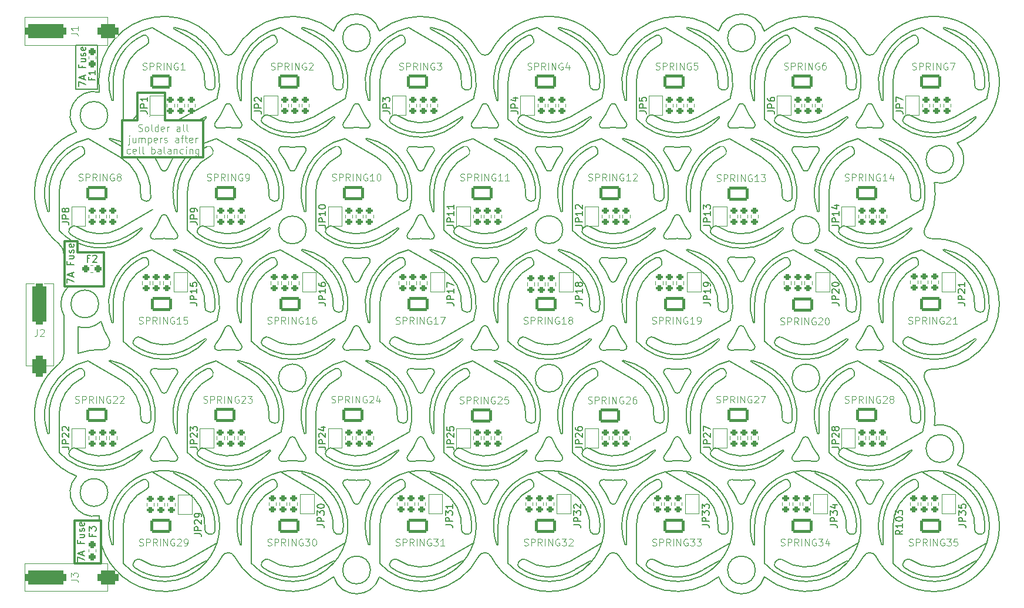
<source format=gbr>
%TF.GenerationSoftware,KiCad,Pcbnew,8.0.0*%
%TF.CreationDate,2025-01-10T11:52:10+00:00*%
%TF.ProjectId,vape_powerbank_pcb,76617065-5f70-46f7-9765-7262616e6b5f,rev?*%
%TF.SameCoordinates,Original*%
%TF.FileFunction,Legend,Top*%
%TF.FilePolarity,Positive*%
%FSLAX46Y46*%
G04 Gerber Fmt 4.6, Leading zero omitted, Abs format (unit mm)*
G04 Created by KiCad (PCBNEW 8.0.0) date 2025-01-10 11:52:10*
%MOMM*%
%LPD*%
G01*
G04 APERTURE LIST*
G04 Aperture macros list*
%AMRoundRect*
0 Rectangle with rounded corners*
0 $1 Rounding radius*
0 $2 $3 $4 $5 $6 $7 $8 $9 X,Y pos of 4 corners*
0 Add a 4 corners polygon primitive as box body*
4,1,4,$2,$3,$4,$5,$6,$7,$8,$9,$2,$3,0*
0 Add four circle primitives for the rounded corners*
1,1,$1+$1,$2,$3*
1,1,$1+$1,$4,$5*
1,1,$1+$1,$6,$7*
1,1,$1+$1,$8,$9*
0 Add four rect primitives between the rounded corners*
20,1,$1+$1,$2,$3,$4,$5,0*
20,1,$1+$1,$4,$5,$6,$7,0*
20,1,$1+$1,$6,$7,$8,$9,0*
20,1,$1+$1,$8,$9,$2,$3,0*%
%AMFreePoly0*
4,1,6,1.000000,0.000000,0.500000,-0.750000,-0.500000,-0.750000,-0.500000,0.750000,0.500000,0.750000,1.000000,0.000000,1.000000,0.000000,$1*%
%AMFreePoly1*
4,1,6,0.500000,-0.750000,-0.650000,-0.750000,-0.150000,0.000000,-0.650000,0.750000,0.500000,0.750000,0.500000,-0.750000,0.500000,-0.750000,$1*%
G04 Aperture macros list end*
%ADD10C,0.200000*%
%ADD11C,0.300000*%
%ADD12C,0.150000*%
%ADD13C,0.100000*%
%ADD14C,0.120000*%
%ADD15RoundRect,0.200000X-0.275000X0.200000X-0.275000X-0.200000X0.275000X-0.200000X0.275000X0.200000X0*%
%ADD16RoundRect,0.200000X-1.300000X-0.800000X1.300000X-0.800000X1.300000X0.800000X-1.300000X0.800000X0*%
%ADD17FreePoly0,270.000000*%
%ADD18FreePoly1,270.000000*%
%ADD19FreePoly0,90.000000*%
%ADD20FreePoly1,90.000000*%
%ADD21RoundRect,0.237500X0.237500X-0.287500X0.237500X0.287500X-0.237500X0.287500X-0.237500X-0.287500X0*%
%ADD22C,3.200000*%
%ADD23RoundRect,0.499999X-2.500001X0.499998X-2.500001X-0.499998X2.500001X-0.499998X2.500001X0.499998X0*%
%ADD24RoundRect,0.499999X-1.000001X0.499998X-1.000001X-0.499998X1.000001X-0.499998X1.000001X0.499998X0*%
%ADD25RoundRect,0.499999X0.499998X2.500001X-0.499998X2.500001X-0.499998X-2.500001X0.499998X-2.500001X0*%
%ADD26RoundRect,0.499999X0.499998X1.000001X-0.499998X1.000001X-0.499998X-1.000001X0.499998X-1.000001X0*%
%ADD27RoundRect,0.237500X-0.237500X0.287500X-0.237500X-0.287500X0.237500X-0.287500X0.237500X0.287500X0*%
%ADD28RoundRect,0.237500X-0.287500X-0.237500X0.287500X-0.237500X0.287500X0.237500X-0.287500X0.237500X0*%
G04 APERTURE END LIST*
D10*
X134824818Y-46293360D02*
G75*
G02*
X140999174Y-56575641I-1452318J-7867040D01*
G01*
X7932954Y-52476291D02*
G75*
G02*
X8565833Y-51663958I2999546J-1684209D01*
G01*
X100045001Y-60521385D02*
G75*
G02*
X92074837Y-60116866I-3672501J6360985D01*
G01*
X48257658Y-48280544D02*
G75*
G02*
X49657201Y-50704639I-7385158J-5879856D01*
G01*
X11400790Y-62369362D02*
X16074999Y-65068017D01*
X63045001Y-92564324D02*
X65333304Y-91243172D01*
X75001365Y-39263724D02*
X75345500Y-39324405D01*
X18328427Y-33001209D02*
G75*
G02*
X20429768Y-38882626I-5116627J-5144191D01*
G01*
X47251365Y-23242253D02*
G75*
G02*
X46757649Y-22602132I104235J590853D01*
G01*
X87587792Y-50704636D02*
G75*
G02*
X88987337Y-48280540I8784708J-3455764D01*
G01*
X14256407Y-81362917D02*
G75*
G02*
X10256407Y-81362917I-2000000J0D01*
G01*
X10256407Y-81362917D02*
G75*
G02*
X14256407Y-81362917I2000000J0D01*
G01*
X44544996Y-47799469D02*
X42256665Y-46478301D01*
X66679756Y-54904095D02*
G75*
G02*
X66095491Y-55345929I-497456J50595D01*
G01*
X79872500Y-43447639D02*
G75*
G02*
X75872500Y-43447639I-2000000J0D01*
G01*
X75872500Y-43447639D02*
G75*
G02*
X79872500Y-43447639I2000000J0D01*
G01*
X121251365Y-23242254D02*
X121595500Y-23302935D01*
X58907208Y-41594750D02*
G75*
G02*
X59837792Y-41594750I465292J-183040D01*
G01*
X13051405Y-23611063D02*
G75*
G02*
X30736484Y-17740577I9321095J1493575D01*
G01*
X57972950Y-44824751D02*
G75*
G02*
X60772050Y-44824751I1399550J-9335702D01*
G01*
X137045001Y-28478444D02*
X139333335Y-27157274D01*
X64458992Y-43100834D02*
G75*
G02*
X65260239Y-42993286I459608J-385666D01*
G01*
X48499208Y-56575652D02*
X43824999Y-59274308D01*
X107527500Y-56802770D02*
G75*
G02*
X107333250Y-56836221I-100000J-30D01*
G01*
X92208991Y-27079365D02*
X91984372Y-27347056D01*
X109294996Y-63820939D02*
X107006665Y-62499771D01*
X47251365Y-23242254D02*
X47595500Y-23302935D01*
X16795001Y-76542854D02*
X19083335Y-75221684D01*
X109294996Y-63820940D02*
G75*
G02*
X112929757Y-70925565I-3672496J-6360960D01*
G01*
X90075000Y-43252837D02*
G75*
G02*
X83760254Y-42993265I-2952500J5113837D01*
G01*
X95907208Y-41594750D02*
G75*
G02*
X96837792Y-41594750I465292J-183040D01*
G01*
X102333335Y-27157275D02*
G75*
G02*
X102459415Y-27308761I49965J-86625D01*
G01*
X8824838Y-76138333D02*
G75*
G02*
X8734376Y-75411467I292562J405473D01*
G01*
X27458992Y-43100834D02*
G75*
G02*
X28260239Y-42993286I459608J-385666D01*
G01*
X46833335Y-27157275D02*
G75*
G02*
X46959415Y-27308761I49965J-86625D01*
G01*
X94972950Y-44824751D02*
G75*
G02*
X97772050Y-44824751I1399550J-9335702D01*
G01*
X62324999Y-49046547D02*
G75*
G02*
X65257552Y-54645064I-2952499J-5113853D01*
G01*
X36708993Y-27079367D02*
G75*
G02*
X37510241Y-26971813I459607J-385633D01*
G01*
X123657208Y-57616220D02*
G75*
G02*
X122257672Y-60040323I-8784708J3455720D01*
G01*
X70527500Y-22117485D02*
G75*
G02*
X74862910Y-15417396I7345000J-15D01*
G01*
X47907143Y-32052315D02*
X47787626Y-31723944D01*
X29999208Y-56575652D02*
X25325000Y-59274308D01*
X39150791Y-78390832D02*
X43825000Y-81089488D01*
X114407208Y-73637690D02*
G75*
G02*
X115337792Y-73637690I465292J-183040D01*
G01*
X94157143Y-16030845D02*
G75*
G02*
X93849698Y-16778602I-563843J-205255D01*
G01*
X111862906Y-47460326D02*
G75*
G02*
X112537638Y-47745410I204894J-456074D01*
G01*
X7932954Y-55844567D02*
G75*
G02*
X7932955Y-52476292I2999546J1684137D01*
G01*
X67222950Y-60846221D02*
G75*
G02*
X70022050Y-60846221I1399550J-9335702D01*
G01*
X43825000Y-91317247D02*
X43825000Y-91317248D01*
X63044996Y-47799469D02*
X60756665Y-46478301D01*
X100044999Y-79842411D02*
X97756661Y-78521238D01*
X19362906Y-15417386D02*
G75*
G02*
X20037659Y-15702462I204894J-456114D01*
G01*
X130209422Y-43330237D02*
G75*
G02*
X118217499Y-43536269I-6086922J5191237D01*
G01*
X80824999Y-17003608D02*
G75*
G02*
X83757590Y-22602127I-2952499J-5113892D01*
G01*
X33527500Y-54160425D02*
X33527500Y-56802770D01*
X98237342Y-76061782D02*
G75*
G02*
X96837793Y-73637690I7385158J5879882D01*
G01*
X48722950Y-28803280D02*
G75*
G02*
X48257635Y-27997354I-74150J494480D01*
G01*
X136739574Y-77384275D02*
G75*
G02*
X125008513Y-90580281I-3367074J-8819095D01*
G01*
X16074999Y-43252837D02*
G75*
G02*
X9760253Y-42993266I-2952499J5113877D01*
G01*
X14399991Y-59215395D02*
G75*
G02*
X13274871Y-56679729I7972509J5054995D01*
G01*
X71967500Y-27514798D02*
X71967500Y-22117491D01*
X87587793Y-82747576D02*
G75*
G02*
X88987329Y-80323474I8784707J-3455724D01*
G01*
X8958993Y-75143774D02*
G75*
G02*
X9760243Y-75036220I459607J-385626D01*
G01*
X71967500Y-22117491D02*
G75*
G02*
X75349674Y-16778551I5905000J-9D01*
G01*
X33006665Y-30456831D02*
G75*
G02*
X33074832Y-30271815I50035J86631D01*
G01*
X42272050Y-31453165D02*
G75*
G02*
X39472950Y-31453165I-1399550J9335702D01*
G01*
X111583335Y-43178744D02*
G75*
G02*
X111709335Y-43330162I49965J-86556D01*
G01*
X24277500Y-70181895D02*
X24277500Y-72824240D01*
X44545001Y-60521385D02*
G75*
G02*
X36574837Y-60116866I-3672501J6360985D01*
G01*
X116777500Y-70181895D02*
G75*
G02*
X121112907Y-63481798I7345000J-5D01*
G01*
X124587792Y-50704636D02*
G75*
G02*
X123657208Y-50704636I-465292J183040D01*
G01*
X107527500Y-54160425D02*
X107527500Y-56802770D01*
X73709008Y-91165224D02*
G75*
G02*
X74510240Y-91057694I459592J-385676D01*
G01*
X76150790Y-14304952D02*
X80824999Y-17003607D01*
X70022050Y-79517575D02*
G75*
G02*
X70487295Y-80323446I74150J-494425D01*
G01*
X5777500Y-38138955D02*
G75*
G02*
X10112906Y-31438856I7344993J1D01*
G01*
X119824839Y-44095393D02*
G75*
G02*
X119734354Y-43368508I292561J405493D01*
G01*
X76150790Y-46347892D02*
X80824999Y-49046547D01*
X98277500Y-70181895D02*
X98277500Y-72824240D01*
X16300000Y-31500000D02*
X14506665Y-30456831D01*
X38657143Y-48073786D02*
X38537626Y-47745414D01*
X14506665Y-62499771D02*
G75*
G02*
X14574812Y-62314864I50035J86571D01*
G01*
X68157208Y-57616220D02*
G75*
G02*
X66757672Y-60040323I-8784708J3455720D01*
G01*
X51987343Y-60040311D02*
G75*
G02*
X50587810Y-57616213I7385157J5879811D01*
G01*
X28612906Y-31438857D02*
G75*
G02*
X29287674Y-31723926I204894J-456143D01*
G01*
X20749208Y-72597122D02*
X16075000Y-75295778D01*
D11*
X28000000Y-33000000D02*
X28000000Y-27700000D01*
D10*
X11400790Y-30326422D02*
X16074999Y-33025077D01*
X47251365Y-55285194D02*
G75*
G02*
X46757606Y-54645068I104235J590894D01*
G01*
X36708993Y-59122304D02*
G75*
G02*
X37510236Y-59014761I459607J-385696D01*
G01*
X115337792Y-34683166D02*
G75*
G02*
X114407208Y-34683166I-465292J183040D01*
G01*
X46826523Y-14791969D02*
G75*
G02*
X53418477Y-14791969I3295977J-984951D01*
G01*
X79737342Y-76061782D02*
G75*
G02*
X79272057Y-76867645I-391142J-311418D01*
G01*
X108574999Y-65068017D02*
G75*
G02*
X111507581Y-70666536I-2952499J-5113883D01*
G01*
X15027500Y-56802770D02*
G75*
G02*
X14833250Y-56836221I-100000J-30D01*
G01*
X18074838Y-92159804D02*
G75*
G02*
X17979196Y-91439204I292762J405504D01*
G01*
X117825000Y-91317247D02*
G75*
G02*
X111510254Y-91057675I-2952500J5113847D01*
G01*
X108967500Y-91600678D02*
X108967500Y-86203368D01*
X21907208Y-41594750D02*
G75*
G02*
X22837792Y-41594750I465292J-183040D01*
G01*
X5777500Y-70181895D02*
X5777500Y-72824240D01*
X108574999Y-75295777D02*
G75*
G02*
X102260253Y-75036206I-2952499J5113877D01*
G01*
X113249208Y-72597123D02*
X108574999Y-75295778D01*
X81217500Y-75579208D02*
X81217500Y-70181901D01*
X109295001Y-44499915D02*
G75*
G02*
X101324839Y-44095392I-3672501J6360915D01*
G01*
X60772050Y-63496105D02*
G75*
G02*
X57972950Y-63496105I-1399550J9335702D01*
G01*
X14574818Y-62314829D02*
G75*
G02*
X20749212Y-72597123I-1452318J-7867071D01*
G01*
X75657144Y-80116726D02*
X75535787Y-79783303D01*
X98277500Y-72824240D02*
G75*
G02*
X98083272Y-72857683I-100000J40D01*
G01*
X126027500Y-56802770D02*
G75*
G02*
X125833250Y-56836221I-100000J-30D01*
G01*
X122400790Y-62369362D02*
X127074999Y-65068017D01*
X65333304Y-91243172D02*
G75*
G02*
X65459438Y-91394661I49996J-86628D01*
G01*
X97772050Y-63496105D02*
G75*
G02*
X94972950Y-63496105I-1399550J9335702D01*
G01*
X60756661Y-78521238D02*
G75*
G02*
X60824835Y-78336207I50039J86638D01*
G01*
X110574838Y-60116864D02*
G75*
G02*
X110484387Y-59390006I292562J405464D01*
G01*
X45824839Y-44095393D02*
G75*
G02*
X45734354Y-43368508I292561J405493D01*
G01*
X21051920Y-33031308D02*
G75*
G02*
X21907205Y-34683167I-7851820J-5112792D01*
G01*
X8824839Y-44095393D02*
G75*
G02*
X8734354Y-43368508I292561J405493D01*
G01*
X67736485Y-90580280D02*
G75*
G02*
X69508515Y-90580280I886015J-463657D01*
G01*
X88574818Y-30271889D02*
G75*
G02*
X94749260Y-40554199I-1452318J-7867111D01*
G01*
X33527500Y-22117485D02*
G75*
G02*
X37862905Y-15417385I7344990J5D01*
G01*
X57650790Y-46347892D02*
X62324999Y-49046547D01*
X90794997Y-63820939D02*
G75*
G02*
X94429758Y-70925565I-3672497J-6360961D01*
G01*
X109294996Y-31777999D02*
G75*
G02*
X112929796Y-38882629I-3672496J-6361001D01*
G01*
X5777500Y-70181895D02*
G75*
G02*
X10112906Y-63481796I7344993J1D01*
G01*
X70527500Y-88845668D02*
G75*
G02*
X70333263Y-88879157I-100000J-32D01*
G01*
X9755426Y-29319865D02*
G75*
G02*
X13051404Y-23611062I2500984J2361925D01*
G01*
X61277500Y-38138955D02*
G75*
G02*
X65612905Y-31438855I7344990J5D01*
G01*
X26045000Y-92564325D02*
X28333304Y-91243172D01*
X130362906Y-79503267D02*
G75*
G02*
X131035803Y-79783297I204894J-456133D01*
G01*
X44217500Y-38138961D02*
G75*
G02*
X47599670Y-32800013I5905000J1D01*
G01*
X47907143Y-64095255D02*
X47787626Y-63766884D01*
X134756665Y-46478301D02*
G75*
G02*
X134824822Y-46293339I50035J86601D01*
G01*
X25325000Y-59274308D02*
G75*
G02*
X19010252Y-59014738I-2952500J5113908D01*
G01*
X14833260Y-56836218D02*
G75*
G02*
X20650791Y-46347895I7539240J2675788D01*
G01*
X12966986Y-85397170D02*
G75*
G02*
X13051408Y-84709794I9404914J-806230D01*
G01*
X122722950Y-28803281D02*
G75*
G02*
X125522050Y-28803281I1399550J-9335702D01*
G01*
X69087793Y-82747576D02*
G75*
G02*
X70487329Y-80323474I8784707J-3455724D01*
G01*
X47251454Y-87328149D02*
G75*
G02*
X46757646Y-86688012I104246J590949D01*
G01*
X80824999Y-27231368D02*
G75*
G02*
X74510253Y-26971796I-2952499J5113868D01*
G01*
X80824999Y-49046547D02*
G75*
G02*
X83757552Y-54645064I-2952499J-5113853D01*
G01*
X74583335Y-43178744D02*
G75*
G02*
X74709335Y-43330162I49965J-86556D01*
G01*
X60772050Y-31453165D02*
G75*
G02*
X57972950Y-31453165I-1399550J9335702D01*
G01*
X81545001Y-28478445D02*
G75*
G02*
X73574838Y-28073924I-3672501J6360945D01*
G01*
X37709422Y-75373177D02*
G75*
G02*
X25717500Y-75579208I-6086922J5191277D01*
G01*
X45958993Y-75143774D02*
G75*
G02*
X46760243Y-75036220I459607J-385626D01*
G01*
X48722950Y-60846221D02*
G75*
G02*
X51522050Y-60846221I1399550J-9335702D01*
G01*
X107458150Y-60038565D02*
G75*
G02*
X106992860Y-60844463I-391150J-311435D01*
G01*
X85499208Y-24532712D02*
X80824999Y-27231368D01*
X136324999Y-49046547D02*
G75*
G02*
X139257552Y-54645064I-2952499J-5113853D01*
G01*
X88833260Y-88879158D02*
G75*
G02*
X100372499Y-79275167I7539240J2675788D01*
G01*
X101458992Y-43100834D02*
G75*
G02*
X102260239Y-42993286I459608J-385666D01*
G01*
X92074838Y-60116864D02*
G75*
G02*
X91984387Y-59390006I292562J405464D01*
G01*
X102459421Y-59351706D02*
G75*
G02*
X90467500Y-59557738I-6086921J5191306D01*
G01*
X136325000Y-27231367D02*
G75*
G02*
X130010253Y-26971796I-2952500J5113867D01*
G01*
X125987342Y-27997372D02*
G75*
G02*
X125522055Y-28803251I-391142J-311428D01*
G01*
X57650791Y-78390832D02*
X62325000Y-81089488D01*
X112929756Y-38882625D02*
G75*
G02*
X112345495Y-39324433I-497456J50625D01*
G01*
X94429756Y-70925565D02*
G75*
G02*
X93845504Y-71367338I-497456J50665D01*
G01*
X63045001Y-28478445D02*
G75*
G02*
X55074838Y-28073924I-3672501J6360945D01*
G01*
X28612906Y-63481796D02*
G75*
G02*
X29287653Y-63766874I204894J-456104D01*
G01*
X7189869Y-45481809D02*
G75*
G02*
X9755426Y-29319865I5932631J7342851D01*
G01*
X94157143Y-16030845D02*
X94037626Y-15702474D01*
X90074999Y-65068017D02*
G75*
G02*
X93007581Y-70666536I-2952499J-5113883D01*
G01*
X66999208Y-56575652D02*
X62324999Y-59274308D01*
X137045001Y-92564324D02*
G75*
G02*
X129074839Y-92159802I-3672501J6360924D01*
G01*
X112001367Y-71306664D02*
G75*
G02*
X111507639Y-70666541I104233J590864D01*
G01*
X122179756Y-54904095D02*
G75*
G02*
X121595491Y-55345929I-497456J50595D01*
G01*
X118544997Y-47799469D02*
X116256665Y-46478301D01*
X103407143Y-32052316D02*
X103287626Y-31723944D01*
X56083335Y-75221684D02*
G75*
G02*
X56209404Y-75373161I49965J-86616D01*
G01*
X137045001Y-28478443D02*
G75*
G02*
X129074839Y-28073923I-3672501J6360943D01*
G01*
X52027500Y-54160425D02*
G75*
G02*
X56362905Y-47460325I7344990J5D01*
G01*
X127794997Y-63820939D02*
G75*
G02*
X131429758Y-70925565I-3672497J-6360961D01*
G01*
X62325000Y-81089489D02*
X62325000Y-81089488D01*
X56501367Y-71306664D02*
X56845503Y-71367344D01*
X136238593Y-33298507D02*
G75*
G02*
X132238593Y-33298507I-2000000J0D01*
G01*
X132238593Y-33298507D02*
G75*
G02*
X136238593Y-33298507I2000000J0D01*
G01*
X94972950Y-76867690D02*
G75*
G02*
X94507622Y-76061753I-74150J494490D01*
G01*
X136325000Y-91317247D02*
G75*
G02*
X130010254Y-91057675I-2952500J5113847D01*
G01*
X129074838Y-92159804D02*
G75*
G02*
X128979195Y-91439206I292762J405504D01*
G01*
X28751365Y-55285194D02*
X29095500Y-55345875D01*
X116272050Y-31453165D02*
G75*
G02*
X116737307Y-32259047I74150J-494435D01*
G01*
X118545001Y-15756533D02*
G75*
G02*
X122179766Y-22861156I-3672501J-6360967D01*
G01*
X116777500Y-72824240D02*
G75*
G02*
X116583272Y-72857683I-100000J40D01*
G01*
X99325000Y-81089489D02*
X99325000Y-81089488D01*
X80825000Y-81089490D02*
G75*
G02*
X83757607Y-86688008I-2952500J-5113910D01*
G01*
X76249208Y-72597123D02*
X71574999Y-75295778D01*
X34967500Y-22117491D02*
G75*
G02*
X38349674Y-16778551I5905000J-9D01*
G01*
X20157143Y-48073785D02*
X20037626Y-47745414D01*
X52122500Y-15776920D02*
G75*
G02*
X48122500Y-15776920I-2000000J0D01*
G01*
X48122500Y-15776920D02*
G75*
G02*
X52122500Y-15776920I2000000J0D01*
G01*
X116777500Y-70181895D02*
X116777500Y-72824240D01*
X45958992Y-43100834D02*
X45734373Y-43368524D01*
X99717500Y-75579208D02*
X99717500Y-70181901D01*
X85257658Y-48280544D02*
G75*
G02*
X85722949Y-47474640I391142J311444D01*
G01*
X7217500Y-43536268D02*
X7217500Y-38138961D01*
X44545000Y-79842411D02*
G75*
G02*
X48179787Y-86947038I-3672500J-6360989D01*
G01*
X61277500Y-38138955D02*
X61277500Y-40781300D01*
X90794997Y-63820939D02*
X88506665Y-62499771D01*
X38657143Y-80116726D02*
X38535787Y-79783304D01*
X107622500Y-92543936D02*
G75*
G02*
X103622500Y-92543936I-2000000J0D01*
G01*
X103622500Y-92543936D02*
G75*
G02*
X107622500Y-92543936I2000000J0D01*
G01*
X132095008Y-65126931D02*
G75*
G02*
X133443596Y-71675473I-7972508J-5054969D01*
G01*
X34967500Y-91600678D02*
X34967500Y-86203368D01*
X75657143Y-16030846D02*
G75*
G02*
X75349698Y-16778602I-563843J-205254D01*
G01*
X70527500Y-22117485D02*
X70527500Y-24759830D01*
X117825000Y-81089489D02*
X117825000Y-81089488D01*
X79324818Y-14250420D02*
G75*
G02*
X85499223Y-24532717I-1452318J-7867080D01*
G01*
X20429756Y-70925565D02*
G75*
G02*
X19845505Y-71367338I-497456J50665D01*
G01*
X38657142Y-80116726D02*
G75*
G02*
X38349655Y-80864391I-563842J-205174D01*
G01*
X111862906Y-15417386D02*
G75*
G02*
X112537659Y-15702462I204894J-456114D01*
G01*
X120833335Y-27157275D02*
G75*
G02*
X120959415Y-27308761I49965J-86625D01*
G01*
X140679756Y-86947035D02*
G75*
G02*
X140095467Y-87388829I-497456J50635D01*
G01*
X85499209Y-88618592D02*
X80825000Y-91317248D01*
X119824838Y-76138334D02*
G75*
G02*
X119734420Y-75411504I292562J405434D01*
G01*
X83959421Y-59351706D02*
G75*
G02*
X71967500Y-59557738I-6086921J5191306D01*
G01*
X55208992Y-27079366D02*
X55208991Y-27079365D01*
X35294997Y-31777999D02*
G75*
G02*
X38929753Y-38882625I-3672507J-6360961D01*
G01*
X19501367Y-71306664D02*
X19845504Y-71367344D01*
X71967500Y-59557738D02*
X71967500Y-54160431D01*
X24277500Y-72824240D02*
G75*
G02*
X24083272Y-72857683I-100000J40D01*
G01*
X29999209Y-88618592D02*
X25325000Y-91317248D01*
X65751365Y-55285194D02*
G75*
G02*
X65257606Y-54645068I104235J590894D01*
G01*
X117824999Y-17003608D02*
G75*
G02*
X120757590Y-22602127I-2952499J-5113892D01*
G01*
X56209422Y-75373177D02*
G75*
G02*
X44217500Y-75579208I-6086922J5191277D01*
G01*
X113472950Y-76867691D02*
G75*
G02*
X116272050Y-76867691I1399550J-9335702D01*
G01*
X79777500Y-70181895D02*
X79777500Y-72824240D01*
X112001365Y-39263723D02*
G75*
G02*
X111507575Y-38623596I104235J590923D01*
G01*
X55209008Y-91165224D02*
G75*
G02*
X56010240Y-91057694I459592J-385676D01*
G01*
X16467500Y-86203368D02*
G75*
G02*
X19849670Y-80864423I5905000J-2D01*
G01*
X75657143Y-16030846D02*
X75537626Y-15702474D01*
X125987342Y-27997372D02*
G75*
G02*
X124587795Y-25573279I7385158J5879872D01*
G01*
X36709008Y-91165225D02*
G75*
G02*
X37510240Y-91057694I459592J-385675D01*
G01*
X10112906Y-63481796D02*
G75*
G02*
X10787653Y-63766874I204894J-456104D01*
G01*
X20258992Y-27079366D02*
X20258991Y-27079365D01*
X16075000Y-75295778D02*
G75*
G02*
X9760252Y-75036207I-2952500J5113878D01*
G01*
X84112906Y-63481796D02*
G75*
G02*
X84787653Y-63766874I204894J-456104D01*
G01*
X34967500Y-27514798D02*
X34967500Y-22117491D01*
X92208993Y-27079367D02*
G75*
G02*
X93010241Y-26971813I459607J-385633D01*
G01*
X90074999Y-33025078D02*
G75*
G02*
X93007618Y-38623599I-2952499J-5113922D01*
G01*
X120959422Y-27308767D02*
G75*
G02*
X108967499Y-27514799I-6086922J5191267D01*
G01*
X133443596Y-36645383D02*
G75*
G02*
X132095009Y-43193925I-9321086J-1493577D01*
G01*
X46959422Y-59351707D02*
G75*
G02*
X34967500Y-59557738I-6086922J5191277D01*
G01*
X30222950Y-60846221D02*
G75*
G02*
X33022050Y-60846221I1399550J-9335702D01*
G01*
X51833260Y-56836218D02*
G75*
G02*
X57650791Y-46347895I7539240J2675788D01*
G01*
X127075000Y-75295778D02*
G75*
G02*
X120760252Y-75036207I-2952500J5113878D01*
G01*
X116777500Y-38138955D02*
G75*
G02*
X121112905Y-31438855I7344990J5D01*
G01*
X38001365Y-39263724D02*
X38345500Y-39324405D01*
X88008514Y-17740576D02*
G75*
G02*
X86236486Y-17740576I-886014J463656D01*
G01*
X75929756Y-38882625D02*
G75*
G02*
X75345495Y-39324433I-497456J50625D01*
G01*
X79583260Y-72857688D02*
G75*
G02*
X85400791Y-62369365I7539240J2675788D01*
G01*
X127795001Y-76542854D02*
G75*
G02*
X119824838Y-76138334I-3672501J6360954D01*
G01*
X100045001Y-28478444D02*
X102333335Y-27157274D01*
X125522050Y-47474635D02*
G75*
G02*
X122722950Y-47474635I-1399550J9335702D01*
G01*
X47112906Y-31438857D02*
G75*
G02*
X47787674Y-31723926I204894J-456143D01*
G01*
X57429756Y-70925565D02*
G75*
G02*
X56845504Y-71367338I-497456J50665D01*
G01*
X120959422Y-91394647D02*
G75*
G02*
X108967499Y-91600679I-6086922J5191247D01*
G01*
X52027500Y-54160425D02*
X52027500Y-56802770D01*
X125833259Y-24793278D02*
G75*
G02*
X131650793Y-14304968I7539241J2675778D01*
G01*
X66757658Y-48280544D02*
G75*
G02*
X67222949Y-47474640I391142J311444D01*
G01*
X137044999Y-79842411D02*
X134756661Y-78521238D01*
X64324839Y-44095393D02*
G75*
G02*
X64234354Y-43368508I292561J405493D01*
G01*
X19083335Y-75221684D02*
G75*
G02*
X19209404Y-75373161I49965J-86616D01*
G01*
X57507657Y-64302015D02*
G75*
G02*
X58907208Y-66726106I-7385157J-5879885D01*
G01*
X71574999Y-43252838D02*
G75*
G02*
X65260254Y-42993265I-2952499J5113838D01*
G01*
X61277500Y-72824240D02*
G75*
G02*
X61083272Y-72857683I-100000J40D01*
G01*
X133443596Y-71675474D02*
G75*
G02*
X136739519Y-77384223I795004J-3346826D01*
G01*
X78337792Y-34683166D02*
G75*
G02*
X77407208Y-34683166I-465292J183040D01*
G01*
X44544999Y-15756532D02*
G75*
G02*
X48179766Y-22861156I-3672499J-6360968D01*
G01*
X130362906Y-15417386D02*
G75*
G02*
X131037659Y-15702462I204894J-456114D01*
G01*
X122179756Y-86947035D02*
G75*
G02*
X121595467Y-87388829I-497456J50635D01*
G01*
X53794997Y-31778000D02*
G75*
G02*
X57429796Y-38882629I-3672497J-6361000D01*
G01*
X76007658Y-32259074D02*
G75*
G02*
X77407194Y-34683172I-7385158J-5879826D01*
G01*
X28333304Y-91243172D02*
G75*
G02*
X28459438Y-91394661I49996J-86628D01*
G01*
X25717500Y-43536268D02*
X25717500Y-38138961D01*
X125574818Y-62314829D02*
G75*
G02*
X131749212Y-72597123I-1452318J-7867071D01*
G01*
X5583259Y-40814748D02*
G75*
G02*
X11400790Y-30326422I7539241J2675790D01*
G01*
X37583335Y-75221684D02*
G75*
G02*
X37709404Y-75373161I49965J-86616D01*
G01*
X39472950Y-76867690D02*
G75*
G02*
X39007622Y-76061753I-74150J494490D01*
G01*
X23772050Y-63496106D02*
G75*
G02*
X24237383Y-64302047I74150J-494494D01*
G01*
X20650790Y-46347892D02*
X25324999Y-49046547D01*
X51987342Y-60040312D02*
G75*
G02*
X51522064Y-60846127I-391142J-311388D01*
G01*
X82824838Y-76138334D02*
G75*
G02*
X82734420Y-75411504I292562J405434D01*
G01*
X96837792Y-66726106D02*
G75*
G02*
X95907208Y-66726106I-465292J183040D01*
G01*
X24277500Y-40781300D02*
G75*
G02*
X24083260Y-40814748I-100000J0D01*
G01*
X118217500Y-75579208D02*
X118217500Y-70181901D01*
X26045000Y-79842411D02*
G75*
G02*
X29679758Y-86947035I-3672500J-6360959D01*
G01*
X5777500Y-40781300D02*
G75*
G02*
X5583260Y-40814748I-100000J0D01*
G01*
X94507658Y-32259074D02*
G75*
G02*
X95907194Y-34683172I-7385158J-5879826D01*
G01*
X51833260Y-88879158D02*
G75*
G02*
X63372499Y-79275167I7539240J2675788D01*
G01*
X73708993Y-27079367D02*
G75*
G02*
X74510241Y-26971813I459607J-385633D01*
G01*
X127467500Y-22117491D02*
G75*
G02*
X130849674Y-16778551I5905000J-9D01*
G01*
X7217500Y-70181901D02*
G75*
G02*
X10599670Y-64842953I5905000J1D01*
G01*
X88506665Y-62499771D02*
G75*
G02*
X88574812Y-62314864I50035J86571D01*
G01*
X18209008Y-91165225D02*
X17979146Y-91439164D01*
X28459422Y-91394647D02*
G75*
G02*
X16467500Y-91600678I-6086922J5191277D01*
G01*
X33527500Y-56802770D02*
G75*
G02*
X33333250Y-56836221I-100000J-30D01*
G01*
X63045001Y-28478445D02*
X65333335Y-27157274D01*
X53795001Y-44499914D02*
X56083335Y-43178744D01*
X35295001Y-44499913D02*
G75*
G02*
X27324840Y-44095391I-3672501J6360913D01*
G01*
X29679756Y-54904095D02*
G75*
G02*
X29095491Y-55345929I-497456J50595D01*
G01*
X83959422Y-27308767D02*
G75*
G02*
X71967499Y-27514799I-6086922J5191267D01*
G01*
X67736485Y-90580280D02*
G75*
G02*
X53418478Y-93528887I-8363985J4376910D01*
G01*
X84907143Y-32052315D02*
G75*
G02*
X84599660Y-32799993I-563843J-205185D01*
G01*
X62325000Y-91317247D02*
G75*
G02*
X56010254Y-91057675I-2952500J5113847D01*
G01*
X15027500Y-86203368D02*
G75*
G02*
X19362907Y-79503268I7345000J-2D01*
G01*
X20972950Y-76867691D02*
G75*
G02*
X23772050Y-76867691I1399550J-9335702D01*
G01*
X48179756Y-22861155D02*
G75*
G02*
X47595500Y-23302937I-497456J50655D01*
G01*
X26045001Y-60521384D02*
X28333335Y-59200214D01*
X81217500Y-70181901D02*
G75*
G02*
X84599670Y-64842953I5905000J1D01*
G01*
X16794997Y-63820939D02*
X14506665Y-62499771D01*
D11*
X22500000Y-27700000D02*
X22500000Y-23700000D01*
D10*
X118545001Y-60521384D02*
X120833335Y-59200214D01*
X123657208Y-25573280D02*
G75*
G02*
X122257660Y-27997374I-8784708J3455780D01*
G01*
X122499208Y-56575652D02*
X117825000Y-59274308D01*
X24277500Y-38138955D02*
X24277500Y-40781300D01*
X98277500Y-70181895D02*
G75*
G02*
X102612907Y-63481798I7345000J-5D01*
G01*
X131749208Y-72597122D02*
X127075000Y-75295778D01*
X15027500Y-54160425D02*
X15027500Y-56802770D01*
X139333335Y-27157275D02*
G75*
G02*
X139459415Y-27308761I49965J-86625D01*
G01*
X132981025Y-44728550D02*
G75*
G02*
X132981025Y-63592310I391475J-9431880D01*
G01*
X20972950Y-44824751D02*
G75*
G02*
X23772050Y-44824751I1399550J-9335702D01*
G01*
X22841089Y-34684452D02*
G75*
G02*
X23699996Y-32999997I8861411J-3457248D01*
G01*
X30222950Y-60846221D02*
G75*
G02*
X29757584Y-60040253I-74150J494521D01*
G01*
X16467500Y-54160431D02*
G75*
G02*
X19849670Y-48821483I5905000J1D01*
G01*
X127795001Y-44499913D02*
G75*
G02*
X119824840Y-44095391I-3672501J6360913D01*
G01*
X48722950Y-28803281D02*
G75*
G02*
X51522050Y-28803281I1399550J-9335702D01*
G01*
X102751365Y-55285194D02*
X103095500Y-55345875D01*
X66757658Y-80323484D02*
G75*
G02*
X67222959Y-79517516I391142J311484D01*
G01*
X55074838Y-92159804D02*
G75*
G02*
X54979195Y-91439206I292762J405504D01*
G01*
X33333260Y-88879158D02*
G75*
G02*
X44872499Y-79275167I7539240J2675788D01*
G01*
X60824818Y-78336299D02*
G75*
G02*
X63372502Y-93131574I-1452318J-7867071D01*
G01*
X25324999Y-49046547D02*
G75*
G02*
X28257552Y-54645064I-2952499J-5113853D01*
G01*
X36709008Y-91165225D02*
X36479146Y-91439164D01*
X38929756Y-70925565D02*
G75*
G02*
X38345504Y-71367338I-497456J50665D01*
G01*
X110709008Y-91165224D02*
X110479145Y-91439165D01*
X80825000Y-91317247D02*
G75*
G02*
X74510254Y-91057675I-2952500J5113847D01*
G01*
X103900790Y-30326422D02*
X108574999Y-33025077D01*
X82958993Y-75143774D02*
G75*
G02*
X83760243Y-75036220I459607J-385626D01*
G01*
X88987343Y-60040311D02*
G75*
G02*
X87587810Y-57616213I7385157J5879811D01*
G01*
X48400790Y-62369362D02*
X53074999Y-65068017D01*
X101458993Y-75143774D02*
G75*
G02*
X102260243Y-75036220I459607J-385626D01*
G01*
X34967500Y-59557738D02*
X34967500Y-54160431D01*
X89027500Y-54160425D02*
G75*
G02*
X93362905Y-47460325I7344990J5D01*
G01*
X43824999Y-59274307D02*
G75*
G02*
X37510252Y-59014737I-2952499J5113907D01*
G01*
X104193758Y-60844473D02*
G75*
G02*
X103728446Y-60038549I-74158J494473D01*
G01*
X53418478Y-93528887D02*
G75*
G02*
X46826522Y-93528887I-3295978J984949D01*
G01*
X66757658Y-48280544D02*
G75*
G02*
X68157201Y-50704639I-7385158J-5879856D01*
G01*
X129209008Y-91165224D02*
X128979145Y-91439165D01*
X112657143Y-48073785D02*
X112537626Y-47745414D01*
X129208992Y-59122304D02*
X128984373Y-59389994D01*
X62717500Y-75579208D02*
X62717500Y-70181901D01*
X16467500Y-27514798D02*
X16600000Y-27700000D01*
X7932954Y-55844567D02*
X7932954Y-61283357D01*
X83959422Y-91394647D02*
G75*
G02*
X71967499Y-91600679I-6086922J5191247D01*
G01*
X61237342Y-76061782D02*
G75*
G02*
X59837793Y-73637690I7385158J5879882D01*
G01*
X24083260Y-40814748D02*
G75*
G02*
X23799787Y-39798537I7618940J2672948D01*
G01*
X73708992Y-27079366D02*
X73708991Y-27079365D01*
X48499209Y-88618592D02*
X43825000Y-91317248D01*
X22837792Y-66726106D02*
G75*
G02*
X24237343Y-64302015I8784708J-3455794D01*
G01*
D11*
X22500000Y-23700000D02*
X18500000Y-23700000D01*
D10*
X23824818Y-78336299D02*
G75*
G02*
X26372502Y-93131574I-1452318J-7867071D01*
G01*
X48257658Y-80323484D02*
G75*
G02*
X49657191Y-82747582I-7385158J-5879816D01*
G01*
X111583335Y-75221684D02*
G75*
G02*
X111709404Y-75373161I49965J-86616D01*
G01*
X127074999Y-33025078D02*
G75*
G02*
X130007618Y-38623599I-2952499J-5113922D01*
G01*
X65612906Y-31438857D02*
G75*
G02*
X66287674Y-31723926I204894J-456143D01*
G01*
X119958993Y-75143774D02*
G75*
G02*
X120760243Y-75036220I459607J-385626D01*
G01*
X88506665Y-30456831D02*
G75*
G02*
X88574832Y-30271815I50035J86631D01*
G01*
X57157143Y-80116726D02*
G75*
G02*
X56849655Y-80864392I-563843J-205174D01*
G01*
X107487342Y-27997372D02*
G75*
G02*
X106087795Y-25573279I7385158J5879872D01*
G01*
X33527500Y-86203368D02*
X33527500Y-88845668D01*
X19083335Y-43178744D02*
G75*
G02*
X19209335Y-43330162I49965J-86556D01*
G01*
X33022050Y-47474635D02*
G75*
G02*
X30222950Y-47474635I-1399550J9335702D01*
G01*
X92208993Y-59122304D02*
G75*
G02*
X93010236Y-59014761I459607J-385696D01*
G01*
X97772050Y-31453165D02*
G75*
G02*
X94972950Y-31453165I-1399550J9335702D01*
G01*
X70006665Y-62499771D02*
G75*
G02*
X70074812Y-62314864I50035J86571D01*
G01*
X111862906Y-79503267D02*
G75*
G02*
X112535803Y-79783297I204894J-456133D01*
G01*
X53794997Y-31777999D02*
X51506665Y-30456831D01*
X46959422Y-27308767D02*
G75*
G02*
X34967499Y-27514799I-6086922J5191267D01*
G01*
X107333260Y-88879158D02*
G75*
G02*
X118872499Y-79275167I7539240J2675788D01*
G01*
X97824818Y-46293360D02*
G75*
G02*
X103999174Y-56575641I-1452318J-7867040D01*
G01*
X131429756Y-38882625D02*
G75*
G02*
X130845495Y-39324433I-497456J50625D01*
G01*
X85722950Y-28803280D02*
G75*
G02*
X85257635Y-27997354I-74150J494480D01*
G01*
X51522050Y-47474636D02*
G75*
G02*
X51987345Y-48280546I74150J-494464D01*
G01*
X45958992Y-75143774D02*
X45734373Y-75411464D01*
X86236485Y-90580280D02*
G75*
G02*
X88008515Y-90580280I886015J-463657D01*
G01*
X52027500Y-24759830D02*
G75*
G02*
X51833269Y-24793274I-100000J30D01*
G01*
X131749208Y-40554182D02*
X127075000Y-43252838D01*
X79872500Y-64873217D02*
G75*
G02*
X75872500Y-64873217I-2000000J0D01*
G01*
X75872500Y-64873217D02*
G75*
G02*
X79872500Y-64873217I2000000J0D01*
G01*
X35295001Y-76542854D02*
G75*
G02*
X27324838Y-76138334I-3672501J6360954D01*
G01*
X26044997Y-47799469D02*
X23756665Y-46478301D01*
X93362906Y-47460326D02*
G75*
G02*
X94037638Y-47745410I204894J-456074D01*
G01*
X76472950Y-76867690D02*
G75*
G02*
X76007622Y-76061753I-74150J494490D01*
G01*
X111709422Y-43330237D02*
G75*
G02*
X99717499Y-43536269I-6086922J5191237D01*
G01*
X100044999Y-79842411D02*
G75*
G02*
X103679786Y-86947038I-3672499J-6360989D01*
G01*
X98277500Y-38138955D02*
G75*
G02*
X102612905Y-31438855I7344990J5D01*
G01*
X88987342Y-27997372D02*
G75*
G02*
X88522055Y-28803251I-391142J-311428D01*
G01*
X8958992Y-43100834D02*
X8734373Y-43368524D01*
X84112906Y-31438857D02*
G75*
G02*
X84787674Y-31723926I204894J-456143D01*
G01*
X127467500Y-91600678D02*
X127467500Y-86203368D01*
X110709008Y-91165224D02*
G75*
G02*
X111510240Y-91057694I459592J-385676D01*
G01*
X59837792Y-34683166D02*
G75*
G02*
X58907208Y-34683166I-465292J183040D01*
G01*
X125833260Y-56836218D02*
G75*
G02*
X131650791Y-46347895I7539240J2675788D01*
G01*
X33487342Y-27997372D02*
G75*
G02*
X33022055Y-28803251I-391142J-311428D01*
G01*
X114407207Y-73637690D02*
G75*
G02*
X113007658Y-76061782I-8784707J3455790D01*
G01*
X140679756Y-54904095D02*
G75*
G02*
X140095491Y-55345929I-497456J50595D01*
G01*
X122400790Y-30326422D02*
X127074999Y-33025077D01*
X20650790Y-14304952D02*
X25324999Y-17003607D01*
X129074838Y-28073924D02*
G75*
G02*
X128984319Y-27347011I292562J405524D01*
G01*
X139751365Y-55285194D02*
G75*
G02*
X139257606Y-54645068I104235J590894D01*
G01*
X84251454Y-87328150D02*
G75*
G02*
X83757645Y-86688011I104246J590950D01*
G01*
X57507659Y-64302014D02*
G75*
G02*
X57972942Y-63496158I391141J311414D01*
G01*
X25324999Y-17003608D02*
G75*
G02*
X28257590Y-22602127I-2952499J-5113892D01*
G01*
X63045001Y-92564324D02*
G75*
G02*
X55074839Y-92159802I-3672501J6360924D01*
G01*
X120959421Y-59351706D02*
G75*
G02*
X108967500Y-59557738I-6086921J5191306D01*
G01*
X29407143Y-32052315D02*
X29287626Y-31723944D01*
X110708993Y-59122304D02*
G75*
G02*
X111510236Y-59014761I459607J-385696D01*
G01*
X63044999Y-79842411D02*
G75*
G02*
X66679786Y-86947038I-3672499J-6360989D01*
G01*
X53794997Y-63820939D02*
X51506665Y-62499771D01*
X69508514Y-17740576D02*
G75*
G02*
X67736486Y-17740576I-886014J463656D01*
G01*
X117825000Y-91317247D02*
X117825000Y-91317248D01*
X37862906Y-15417386D02*
G75*
G02*
X38537659Y-15702462I204894J-456114D01*
G01*
X67222950Y-28803281D02*
G75*
G02*
X70022050Y-28803281I1399550J-9335702D01*
G01*
X23824818Y-14250420D02*
G75*
G02*
X29999223Y-24532717I-1452318J-7867080D01*
G01*
X69087792Y-82747576D02*
G75*
G02*
X68157208Y-82747576I-465292J183037D01*
G01*
X126027500Y-24759830D02*
G75*
G02*
X125833269Y-24793274I-100000J30D01*
G01*
X106065742Y-50630001D02*
G75*
G02*
X105135158Y-50630001I-465292J183040D01*
G01*
X137044999Y-79842411D02*
G75*
G02*
X140679786Y-86947038I-3672499J-6360989D01*
G01*
X24237342Y-76061782D02*
G75*
G02*
X23772057Y-76867645I-391142J-311418D01*
G01*
X29757658Y-80323484D02*
G75*
G02*
X31157191Y-82747582I-7385158J-5879816D01*
G01*
X60772050Y-63496106D02*
G75*
G02*
X61237383Y-64302047I74150J-494494D01*
G01*
X89027500Y-56802770D02*
G75*
G02*
X88833250Y-56836221I-100000J-30D01*
G01*
X103679756Y-54904095D02*
G75*
G02*
X103095491Y-55345929I-497456J50595D01*
G01*
X70333260Y-24793278D02*
G75*
G02*
X76150791Y-14304955I7539240J2675788D01*
G01*
X118217500Y-43536268D02*
X118217500Y-38138961D01*
X30222950Y-28803281D02*
G75*
G02*
X33022050Y-28803281I1399550J-9335702D01*
G01*
X27458992Y-75143774D02*
X27234373Y-75411464D01*
X44217500Y-70181901D02*
G75*
G02*
X47599670Y-64842953I5905000J1D01*
G01*
D11*
X9500000Y-85400000D02*
X13300000Y-85400000D01*
X13300000Y-91600000D01*
X9500000Y-91600000D01*
X9500000Y-85400000D01*
D10*
X58907208Y-41594750D02*
G75*
G02*
X57507666Y-44018849I-8784708J3455750D01*
G01*
X85400790Y-30326422D02*
X90074999Y-33025077D01*
X47251454Y-87328149D02*
X47595470Y-87388809D01*
X20157143Y-80116726D02*
X20035787Y-79783304D01*
X49657208Y-25573280D02*
G75*
G02*
X48257660Y-27997374I-8784708J3455780D01*
G01*
X73709008Y-91165224D02*
X73479145Y-91439165D01*
X46833304Y-91243172D02*
G75*
G02*
X46959438Y-91394661I49996J-86628D01*
G01*
X121907143Y-32052315D02*
G75*
G02*
X121599660Y-32799993I-563843J-205185D01*
G01*
X29900790Y-30326422D02*
X34574999Y-33025077D01*
X102751454Y-87328149D02*
G75*
G02*
X102257646Y-86688012I104246J590949D01*
G01*
X15027500Y-86203368D02*
X15027500Y-88845668D01*
D11*
X16300000Y-27700000D02*
X16300000Y-33000000D01*
D10*
X16074999Y-33025077D02*
G75*
G02*
X19007581Y-38623596I-2952499J-5113883D01*
G01*
X42777500Y-70181895D02*
G75*
G02*
X47112907Y-63481798I7345000J-5D01*
G01*
X81544999Y-79842411D02*
G75*
G02*
X85179786Y-86947038I-3672499J-6360989D01*
G01*
X74709422Y-43330237D02*
G75*
G02*
X62717500Y-43536268I-6086922J5191277D01*
G01*
X5583259Y-72857688D02*
G75*
G02*
X11400790Y-62369362I7539241J2675790D01*
G01*
X92208992Y-27079366D02*
X92208991Y-27079365D01*
X90795001Y-44499913D02*
G75*
G02*
X82824840Y-44095391I-3672501J6360913D01*
G01*
X31157208Y-25573280D02*
G75*
G02*
X29757660Y-27997374I-8784708J3455780D01*
G01*
X113007658Y-32259074D02*
G75*
G02*
X113472956Y-31453122I391142J311474D01*
G01*
X19501365Y-39263723D02*
G75*
G02*
X19007575Y-38623596I104235J590923D01*
G01*
X53467500Y-59557738D02*
X53467500Y-54160431D01*
X85179756Y-86947035D02*
G75*
G02*
X84595467Y-87388829I-497456J50635D01*
G01*
X53467500Y-22117491D02*
G75*
G02*
X56849674Y-16778551I5905000J-9D01*
G01*
X85722950Y-60846221D02*
G75*
G02*
X85257584Y-60040253I-74150J494521D01*
G01*
X32087792Y-50704636D02*
G75*
G02*
X31157208Y-50704636I-465292J183040D01*
G01*
X40407207Y-73637690D02*
G75*
G02*
X39007658Y-76061782I-8784707J3455790D01*
G01*
X90795001Y-44499914D02*
X93083335Y-43178744D01*
X103679756Y-86947035D02*
G75*
G02*
X103095466Y-87388829I-497456J50635D01*
G01*
X53074999Y-65068017D02*
G75*
G02*
X56007581Y-70666536I-2952499J-5113883D01*
G01*
X100045001Y-92564324D02*
X102333304Y-91243172D01*
X62324999Y-59274307D02*
G75*
G02*
X56010252Y-59014737I-2952499J5113907D01*
G01*
X118544997Y-47799469D02*
G75*
G02*
X122179729Y-54904092I-3672497J-6360931D01*
G01*
X100045001Y-15756533D02*
G75*
G02*
X103679766Y-22861156I-3672501J-6360967D01*
G01*
X16467500Y-91600678D02*
X16467500Y-86203368D01*
X57507658Y-32259074D02*
G75*
G02*
X58907194Y-34683172I-7385158J-5879826D01*
G01*
X108967500Y-59557738D02*
X108967500Y-54160431D01*
X9755426Y-79000992D02*
G75*
G02*
X7189870Y-62839049I3367074J8819092D01*
G01*
X29407143Y-64095255D02*
G75*
G02*
X29099693Y-64843001I-563843J-205245D01*
G01*
X118545000Y-92564325D02*
X120833304Y-91243172D01*
X123657208Y-57616220D02*
G75*
G02*
X124587792Y-57616220I465292J-183040D01*
G01*
X94157144Y-80116726D02*
X94035787Y-79783303D01*
X116914338Y-64846616D02*
G75*
G02*
X112914338Y-64846616I-2000000J0D01*
G01*
X112914338Y-64846616D02*
G75*
G02*
X116914338Y-64846616I2000000J0D01*
G01*
X29757659Y-80323483D02*
G75*
G02*
X30222950Y-79517578I391161J311433D01*
G01*
X70022050Y-47474636D02*
G75*
G02*
X70487345Y-48280546I74150J-494464D01*
G01*
X93362906Y-15417386D02*
G75*
G02*
X94037659Y-15702462I204894J-456114D01*
G01*
X124587793Y-82747576D02*
G75*
G02*
X125987329Y-80323474I8784707J-3455724D01*
G01*
X139751454Y-87328150D02*
G75*
G02*
X139257645Y-86688011I104246J590950D01*
G01*
X26045001Y-60521384D02*
G75*
G02*
X18074837Y-60116865I-3672501J6360984D01*
G01*
X34574999Y-65068017D02*
G75*
G02*
X37507581Y-70666536I-2952499J-5113883D01*
G01*
X74862906Y-15417386D02*
G75*
G02*
X75537659Y-15702462I204894J-456114D01*
G01*
X33006665Y-62499771D02*
G75*
G02*
X33074812Y-62314864I50035J86571D01*
G01*
X102326522Y-93528887D02*
G75*
G02*
X88008524Y-90580275I-5954022J7325487D01*
G01*
X67222950Y-28803280D02*
G75*
G02*
X66757635Y-27997354I-74150J494480D01*
G01*
X105157208Y-25573280D02*
G75*
G02*
X103757660Y-27997374I-8784708J3455780D01*
G01*
X65751454Y-87328150D02*
G75*
G02*
X65257645Y-86688011I104246J590950D01*
G01*
X49657208Y-57616220D02*
G75*
G02*
X50587792Y-57616220I465292J-183040D01*
G01*
X30222950Y-28803280D02*
G75*
G02*
X29757635Y-27997354I-74150J494480D01*
G01*
X56362906Y-79503267D02*
G75*
G02*
X57035803Y-79783297I204894J-456133D01*
G01*
X28333335Y-59200214D02*
G75*
G02*
X28459369Y-59351662I49965J-86586D01*
G01*
X122722950Y-28803280D02*
G75*
G02*
X122257635Y-27997354I-74150J494480D01*
G01*
X43825000Y-81089489D02*
X43825000Y-81089488D01*
X76472950Y-76867691D02*
G75*
G02*
X79272050Y-76867691I1399550J-9335702D01*
G01*
X107000000Y-47400001D02*
G75*
G02*
X107465375Y-48205975I74200J-494499D01*
G01*
X33022050Y-47474636D02*
G75*
G02*
X33487345Y-48280546I74150J-494464D01*
G01*
X81544996Y-47799469D02*
X79256665Y-46478301D01*
X88522050Y-79517575D02*
G75*
G02*
X85722950Y-79517575I-1399550J9335702D01*
G01*
X63044999Y-79842411D02*
X60756661Y-78521238D01*
X9600000Y-16800000D02*
X12800000Y-16800000D01*
X12800000Y-23200000D01*
X9600000Y-23200000D01*
X9600000Y-16800000D01*
X134756665Y-14435361D02*
G75*
G02*
X134824808Y-14250473I50035J86561D01*
G01*
X130501367Y-71306664D02*
G75*
G02*
X130007639Y-70666541I104233J590864D01*
G01*
X57972950Y-76867691D02*
G75*
G02*
X60772050Y-76867691I1399550J-9335702D01*
G01*
X15027500Y-24759830D02*
G75*
G02*
X14833269Y-24793274I-100000J30D01*
G01*
X127467500Y-27514798D02*
X127467500Y-22117491D01*
X80825000Y-81089489D02*
X80825000Y-81089488D01*
X103407142Y-64095256D02*
G75*
G02*
X103099692Y-64843000I-563842J-205244D01*
G01*
X33333260Y-24793278D02*
G75*
G02*
X39150791Y-14304955I7539240J2675788D01*
G01*
X107022050Y-79517575D02*
G75*
G02*
X107487295Y-80323446I74150J-494425D01*
G01*
X99325000Y-81089490D02*
G75*
G02*
X102257607Y-86688008I-2952500J-5113910D01*
G01*
X64458992Y-43100834D02*
X64234373Y-43368524D01*
X57972950Y-76867690D02*
G75*
G02*
X57507622Y-76061753I-74150J494490D01*
G01*
X123657208Y-25573280D02*
G75*
G02*
X124587792Y-25573280I465292J-183040D01*
G01*
X81544999Y-15756532D02*
X79256665Y-14435361D01*
D11*
X18500000Y-23700000D02*
X18500000Y-27700000D01*
D10*
X72294996Y-63820940D02*
G75*
G02*
X75929757Y-70925565I-3672496J-6360960D01*
G01*
X52027500Y-22117485D02*
G75*
G02*
X56362905Y-15417385I7344990J5D01*
G01*
X117825000Y-81089490D02*
G75*
G02*
X120757607Y-86688008I-2952500J-5113910D01*
G01*
X29900790Y-62369362D02*
X34574999Y-65068017D01*
X107527500Y-86203368D02*
X107527500Y-88845668D01*
X107527500Y-88845668D02*
G75*
G02*
X107333263Y-88879157I-100000J-32D01*
G01*
X62325000Y-81089490D02*
G75*
G02*
X65257607Y-86688008I-2952500J-5113910D01*
G01*
X90467500Y-91600678D02*
X90467500Y-86203368D01*
X19209421Y-43330236D02*
G75*
G02*
X9950905Y-45386531I-6009421J5186066D01*
G01*
X47112906Y-63481796D02*
G75*
G02*
X47787653Y-63766874I204894J-456104D01*
G01*
X97756665Y-46478301D02*
G75*
G02*
X97824822Y-46293339I50035J86601D01*
G01*
X10907143Y-32052316D02*
G75*
G02*
X10599670Y-32800013I-563813J-205214D01*
G01*
X25717500Y-70181901D02*
G75*
G02*
X29099670Y-64842953I5905000J1D01*
G01*
X125008514Y-17740576D02*
G75*
G02*
X123236486Y-17740576I-886014J463656D01*
G01*
X42872500Y-64841408D02*
G75*
G02*
X38872500Y-64841408I-2000000J0D01*
G01*
X38872500Y-64841408D02*
G75*
G02*
X42872500Y-64841408I2000000J0D01*
G01*
X57157143Y-16030846D02*
X57037626Y-15702474D01*
X110708992Y-59122304D02*
X110484373Y-59389994D01*
X63044996Y-47799470D02*
G75*
G02*
X66679728Y-54904092I-3672496J-6360930D01*
G01*
X82958992Y-43100834D02*
G75*
G02*
X83760239Y-42993286I459608J-385666D01*
G01*
X24277500Y-70181895D02*
G75*
G02*
X28612907Y-63481798I7345000J-5D01*
G01*
X66999208Y-24532712D02*
X62324999Y-27231368D01*
X81217500Y-38138961D02*
G75*
G02*
X84599670Y-32800013I5905000J1D01*
G01*
X64324838Y-76138334D02*
G75*
G02*
X64234420Y-75411504I292562J405434D01*
G01*
X110708991Y-27079365D02*
X110484372Y-27347056D01*
X79256661Y-78521238D02*
G75*
G02*
X79324835Y-78336207I50039J86638D01*
G01*
X113472950Y-76867690D02*
G75*
G02*
X113007622Y-76061753I-74150J494490D01*
G01*
X18209008Y-91165225D02*
G75*
G02*
X19010240Y-91057694I459592J-385675D01*
G01*
X25325000Y-81089490D02*
G75*
G02*
X28257607Y-86688008I-2952500J-5113910D01*
G01*
X137045001Y-60521385D02*
X139333335Y-59200214D01*
X43824999Y-27231368D02*
G75*
G02*
X37510253Y-26971796I-2952499J5113868D01*
G01*
X60824818Y-46293360D02*
G75*
G02*
X66999174Y-56575641I-1452318J-7867040D01*
G01*
X81545001Y-92564324D02*
X83833304Y-91243172D01*
X90467500Y-27514798D02*
X90467500Y-22117491D01*
X72294996Y-31777999D02*
G75*
G02*
X75929796Y-38882629I-3672496J-6361001D01*
G01*
X49657208Y-25573280D02*
G75*
G02*
X50587792Y-25573280I465292J-183040D01*
G01*
X108967500Y-54160431D02*
G75*
G02*
X112349658Y-48821459I5905000J31D01*
G01*
X29095471Y-87388801D02*
X29095470Y-87388809D01*
X103999208Y-56575652D02*
X99324999Y-59274308D01*
X125833260Y-88879158D02*
G75*
G02*
X137372499Y-79275167I7539240J2675788D01*
G01*
X52122500Y-92543936D02*
G75*
G02*
X48122500Y-92543936I-2000000J0D01*
G01*
X48122500Y-92543936D02*
G75*
G02*
X52122500Y-92543936I2000000J0D01*
G01*
X94650791Y-78390832D02*
X99325000Y-81089488D01*
X42777500Y-70181895D02*
X42777500Y-72824240D01*
X38001367Y-71306664D02*
G75*
G02*
X37507639Y-70666541I104233J590864D01*
G01*
X27458992Y-43100834D02*
X27234373Y-43368524D01*
X23824818Y-46293360D02*
G75*
G02*
X29999174Y-56575641I-1452318J-7867040D01*
G01*
X92074838Y-28073924D02*
G75*
G02*
X91984319Y-27347011I292562J405524D01*
G01*
X112657144Y-80116726D02*
X112535787Y-79783303D01*
X32087792Y-50704636D02*
G75*
G02*
X33487337Y-48280540I8784708J-3455764D01*
G01*
X44545001Y-60521385D02*
X46833335Y-59200214D01*
X53467500Y-86203368D02*
G75*
G02*
X56849670Y-80864423I5905000J-2D01*
G01*
X26044999Y-15756532D02*
X23756665Y-14435361D01*
X107622500Y-15776920D02*
G75*
G02*
X103622500Y-15776920I-2000000J0D01*
G01*
X103622500Y-15776920D02*
G75*
G02*
X107622500Y-15776920I2000000J0D01*
G01*
X104193758Y-60844474D02*
G75*
G02*
X106992858Y-60844474I1399550J-9335702D01*
G01*
X62717500Y-70181901D02*
G75*
G02*
X66099670Y-64842953I5905000J1D01*
G01*
X118545001Y-28478444D02*
X120833335Y-27157274D01*
X105128016Y-57614473D02*
G75*
G02*
X103728471Y-60038569I-8784716J3455773D01*
G01*
X121112906Y-31438857D02*
G75*
G02*
X121787674Y-31723926I204894J-456143D01*
G01*
X88987342Y-27997372D02*
G75*
G02*
X87587795Y-25573279I7385158J5879872D01*
G01*
X81544999Y-15756532D02*
G75*
G02*
X85179766Y-22861156I-3672499J-6360968D01*
G01*
X71574999Y-33025078D02*
G75*
G02*
X74507618Y-38623599I-2952499J-5113922D01*
G01*
X101324839Y-44095393D02*
G75*
G02*
X101234354Y-43368508I292561J405493D01*
G01*
X118217500Y-70181901D02*
G75*
G02*
X121599670Y-64842953I5905000J1D01*
G01*
X136325000Y-81089490D02*
G75*
G02*
X139257607Y-86688008I-2952500J-5113910D01*
G01*
X73574838Y-28073924D02*
G75*
G02*
X73484319Y-27347011I292562J405524D01*
G01*
X129209008Y-91165224D02*
G75*
G02*
X130010240Y-91057694I459592J-385676D01*
G01*
X98237342Y-44018842D02*
G75*
G02*
X97772047Y-44824769I-391142J-311458D01*
G01*
X113150791Y-78390832D02*
X117825000Y-81089488D01*
X19209422Y-75373177D02*
G75*
G02*
X7217500Y-75579208I-6086922J5191277D01*
G01*
X36574838Y-92159804D02*
G75*
G02*
X36479196Y-91439204I292762J405504D01*
G01*
X42256661Y-78521238D02*
G75*
G02*
X42324835Y-78336207I50039J86638D01*
G01*
X24083260Y-72857688D02*
G75*
G02*
X29900791Y-62369365I7539240J2675788D01*
G01*
X28011106Y-31021423D02*
G75*
G02*
X29900790Y-30326422I3691394J-7120277D01*
G01*
X43825000Y-81089490D02*
G75*
G02*
X46757607Y-86688008I-2952500J-5113910D01*
G01*
X90794997Y-31777999D02*
X88506665Y-30456831D01*
X139333335Y-59200214D02*
G75*
G02*
X139459369Y-59351662I49965J-86586D01*
G01*
X68157208Y-57616220D02*
G75*
G02*
X69087792Y-57616220I465292J-183040D01*
G01*
X87587792Y-82747576D02*
G75*
G02*
X86657208Y-82747576I-465292J183037D01*
G01*
X94507658Y-32259074D02*
G75*
G02*
X94972956Y-31453122I391142J311474D01*
G01*
X96837792Y-66726106D02*
G75*
G02*
X98237343Y-64302015I8784708J-3455794D01*
G01*
X7189868Y-45481810D02*
G75*
G02*
X7932953Y-47037501I-1256918J-1555690D01*
G01*
D11*
X16300000Y-33000000D02*
X28000000Y-33000000D01*
D10*
X53795001Y-44499913D02*
G75*
G02*
X45824840Y-44095391I-3672501J6360913D01*
G01*
X94507659Y-64302014D02*
G75*
G02*
X94972942Y-63496158I391141J311414D01*
G01*
X113007658Y-32259074D02*
G75*
G02*
X114407194Y-34683172I-7385158J-5879826D01*
G01*
X123236485Y-90580280D02*
G75*
G02*
X125008515Y-90580280I886015J-463657D01*
G01*
X116256661Y-78521238D02*
G75*
G02*
X116324835Y-78336207I50039J86638D01*
G01*
X65751365Y-23242254D02*
X66095500Y-23302935D01*
X139751365Y-23242254D02*
X140095500Y-23302935D01*
X27458993Y-75143774D02*
G75*
G02*
X28260243Y-75036220I459607J-385626D01*
G01*
X16074999Y-65068017D02*
G75*
G02*
X19007581Y-70666536I-2952499J-5113883D01*
G01*
X121251454Y-87328150D02*
G75*
G02*
X120757645Y-86688011I104246J590950D01*
G01*
X136325000Y-81089489D02*
X136325000Y-81089488D01*
X89027500Y-86203368D02*
G75*
G02*
X93362907Y-79503268I7345000J-2D01*
G01*
X126027500Y-54160425D02*
X126027500Y-56802770D01*
X47907143Y-64095255D02*
G75*
G02*
X47599693Y-64843001I-563843J-205245D01*
G01*
X70006665Y-30456831D02*
G75*
G02*
X70074832Y-30271815I50035J86631D01*
G01*
X25717500Y-38138961D02*
G75*
G02*
X29099670Y-32800013I5905000J1D01*
G01*
X130501365Y-39263724D02*
X130845500Y-39324405D01*
X42777500Y-72824240D02*
G75*
G02*
X42583272Y-72857683I-100000J40D01*
G01*
X136324999Y-17003608D02*
G75*
G02*
X139257590Y-22602127I-2952499J-5113892D01*
G01*
X28751365Y-23242253D02*
G75*
G02*
X28257649Y-22602132I104235J590853D01*
G01*
X102612906Y-63481796D02*
G75*
G02*
X103287653Y-63766874I204894J-456104D01*
G01*
X130083335Y-43178744D02*
G75*
G02*
X130209335Y-43330162I49965J-86556D01*
G01*
X125008516Y-17740576D02*
G75*
G02*
X136739580Y-30936597I8363984J-4376924D01*
G01*
X27324839Y-44095393D02*
G75*
G02*
X27234354Y-43368508I292561J405493D01*
G01*
X16467500Y-27514798D02*
X16467500Y-22117491D01*
X107527500Y-86203368D02*
G75*
G02*
X111862907Y-79503268I7345000J-2D01*
G01*
X125506665Y-30456831D02*
G75*
G02*
X125574832Y-30271815I50035J86631D01*
G01*
X72294996Y-63820939D02*
X70006665Y-62499771D01*
X67222950Y-60846221D02*
G75*
G02*
X66757584Y-60040253I-74150J494521D01*
G01*
X66900790Y-62369362D02*
X71574999Y-65068017D01*
X65612906Y-63481796D02*
G75*
G02*
X66287653Y-63766874I204894J-456104D01*
G01*
X73708993Y-59122304D02*
G75*
G02*
X74510236Y-59014761I459607J-385696D01*
G01*
X108918478Y-93528887D02*
G75*
G02*
X102326522Y-93528887I-3295978J984949D01*
G01*
X79272050Y-31453165D02*
G75*
G02*
X79737307Y-32259047I74150J-494435D01*
G01*
X102612906Y-31438857D02*
G75*
G02*
X103287674Y-31723926I204894J-456143D01*
G01*
X85400790Y-62369362D02*
X90074999Y-65068017D01*
X85179756Y-22861155D02*
G75*
G02*
X84595500Y-23302937I-497456J50655D01*
G01*
X84907143Y-64095255D02*
X84787626Y-63766884D01*
X126027500Y-86203368D02*
G75*
G02*
X130362918Y-79503292I7345000J-32D01*
G01*
X132981025Y-44728549D02*
G75*
G02*
X132095032Y-43193939I-41425J999149D01*
G01*
X82958992Y-75143774D02*
X82734373Y-75411464D01*
X23756665Y-14435361D02*
G75*
G02*
X23824808Y-14250473I50035J86561D01*
G01*
X69087792Y-50704636D02*
G75*
G02*
X70487337Y-48280540I8784708J-3455764D01*
G01*
X134824818Y-78336299D02*
G75*
G02*
X137372502Y-93131574I-1452318J-7867071D01*
G01*
X44545001Y-28478445D02*
X46833335Y-27157274D01*
X130083335Y-75221684D02*
G75*
G02*
X130209404Y-75373161I49965J-86616D01*
G01*
X88574818Y-62314829D02*
G75*
G02*
X94749212Y-72597123I-1452318J-7867071D01*
G01*
X90075000Y-75295778D02*
G75*
G02*
X83760252Y-75036207I-2952500J5113878D01*
G01*
X29407143Y-32052315D02*
G75*
G02*
X29099660Y-32799993I-563843J-205185D01*
G01*
X94972950Y-76867691D02*
G75*
G02*
X97772050Y-76867691I1399550J-9335702D01*
G01*
X60772050Y-31453165D02*
G75*
G02*
X61237307Y-32259047I74150J-494435D01*
G01*
X52027500Y-86203368D02*
X52027500Y-88845668D01*
X136324999Y-59274307D02*
G75*
G02*
X130010252Y-59014737I-2952499J5113907D01*
G01*
X83833304Y-91243172D02*
G75*
G02*
X83959438Y-91394661I49996J-86628D01*
G01*
X126027500Y-54160425D02*
G75*
G02*
X130362895Y-47460303I7345000J25D01*
G01*
X137044996Y-47799469D02*
X134756665Y-46478301D01*
X75001367Y-71306664D02*
X75345504Y-71367344D01*
X100045001Y-60521385D02*
X102333335Y-59200214D01*
X116256665Y-46478301D02*
G75*
G02*
X116324822Y-46293339I50035J86601D01*
G01*
X98237342Y-76061782D02*
G75*
G02*
X97772057Y-76867645I-391142J-311418D01*
G01*
X38001365Y-39263723D02*
G75*
G02*
X37507575Y-38623596I104235J590923D01*
G01*
X10907142Y-64095255D02*
G75*
G02*
X10599670Y-64842953I-563812J-205215D01*
G01*
X71967500Y-91600678D02*
X71967500Y-86203368D01*
X92208992Y-59122304D02*
X91984373Y-59389994D01*
X36708992Y-27079366D02*
X36708991Y-27079365D01*
X32508515Y-17740576D02*
G75*
G02*
X46826521Y-14791970I8363985J-4376914D01*
G01*
X98083260Y-72857688D02*
G75*
G02*
X103900791Y-62369365I7539240J2675788D01*
G01*
X94429756Y-38882625D02*
G75*
G02*
X93845495Y-39324433I-497456J50625D01*
G01*
X59837792Y-34683166D02*
G75*
G02*
X61237331Y-32259065I8784708J-3455734D01*
G01*
X15027500Y-88845668D02*
G75*
G02*
X14833263Y-88879157I-100000J-32D01*
G01*
X110708993Y-27079367D02*
G75*
G02*
X111510241Y-26971813I459607J-385633D01*
G01*
X131157143Y-16030845D02*
X131037626Y-15702474D01*
X93083335Y-43178744D02*
G75*
G02*
X93209335Y-43330162I49965J-86556D01*
G01*
X73574838Y-60116864D02*
G75*
G02*
X73484387Y-59390006I292562J405464D01*
G01*
X82958992Y-43100834D02*
X82734373Y-43368524D01*
X99325000Y-91317247D02*
X99325000Y-91317248D01*
X22837792Y-66726106D02*
G75*
G02*
X21907208Y-66726106I-465292J183040D01*
G01*
X117825000Y-59274308D02*
G75*
G02*
X111510252Y-59014738I-2952500J5113908D01*
G01*
X116256665Y-14435361D02*
G75*
G02*
X116324808Y-14250473I50035J86561D01*
G01*
X126027500Y-86203368D02*
X126027500Y-88845668D01*
X37583335Y-43178744D02*
G75*
G02*
X37709335Y-43330162I49965J-86556D01*
G01*
X75657143Y-80116726D02*
G75*
G02*
X75349655Y-80864392I-563843J-205174D01*
G01*
X121251365Y-55285194D02*
G75*
G02*
X120757606Y-54645068I104235J590894D01*
G01*
X131650790Y-14304952D02*
X136324999Y-17003607D01*
X57429756Y-38882625D02*
G75*
G02*
X56845495Y-39324433I-497456J50625D01*
G01*
X51574818Y-30271889D02*
G75*
G02*
X57749260Y-40554199I-1452318J-7867111D01*
G01*
X33527500Y-24759830D02*
G75*
G02*
X33333269Y-24793274I-100000J30D01*
G01*
X97756665Y-14435361D02*
G75*
G02*
X97824808Y-14250473I50035J86561D01*
G01*
X107006665Y-62499771D02*
G75*
G02*
X107074812Y-62314864I50035J86571D01*
G01*
X55074838Y-28073924D02*
G75*
G02*
X54984319Y-27347011I292562J405524D01*
G01*
X70022050Y-79517575D02*
G75*
G02*
X67222950Y-79517575I-1399550J9335702D01*
G01*
X51522050Y-47474635D02*
G75*
G02*
X48722950Y-47474635I-1399550J9335702D01*
G01*
X103735609Y-48205909D02*
G75*
G02*
X104200898Y-47400015I391191J311409D01*
G01*
X94157143Y-48073786D02*
X94037626Y-47745414D01*
X106065743Y-50630001D02*
G75*
G02*
X107465300Y-48205915I8784657J-3455799D01*
G01*
X42737342Y-76061782D02*
G75*
G02*
X42272057Y-76867645I-391142J-311418D01*
G01*
X112001367Y-71306664D02*
X112345504Y-71367344D01*
X60824818Y-14250420D02*
G75*
G02*
X66999223Y-24532717I-1452318J-7867080D01*
G01*
X101458992Y-43100834D02*
X101234373Y-43368524D01*
X71967500Y-54160431D02*
G75*
G02*
X75349670Y-48821483I5905000J1D01*
G01*
X93501365Y-39263724D02*
X93845500Y-39324405D01*
X63045001Y-60521385D02*
X65333335Y-59200214D01*
X70074818Y-30271889D02*
G75*
G02*
X76249260Y-40554199I-1452318J-7867111D01*
G01*
X79737342Y-76061782D02*
G75*
G02*
X78337793Y-73637690I7385158J5879882D01*
G01*
X48400790Y-30326422D02*
X53074999Y-33025077D01*
X107074818Y-62314829D02*
G75*
G02*
X113249211Y-72597124I-1452318J-7867071D01*
G01*
X23800001Y-39798492D02*
G75*
G02*
X25480701Y-32995520I7902509J1656752D01*
G01*
X116324818Y-46293360D02*
G75*
G02*
X122499174Y-56575641I-1452318J-7867040D01*
G01*
X106087793Y-82747576D02*
G75*
G02*
X107487329Y-80323474I8784707J-3455724D01*
G01*
X105128016Y-57614473D02*
G75*
G02*
X106058600Y-57614473I465292J-183040D01*
G01*
X28024572Y-31742750D02*
G75*
G02*
X28612908Y-31438860I3678028J-6399250D01*
G01*
X23756661Y-78521238D02*
G75*
G02*
X23824835Y-78336207I50039J86638D01*
G01*
X49657208Y-57616220D02*
G75*
G02*
X48257672Y-60040323I-8784708J3455720D01*
G01*
X62325000Y-91317247D02*
X62325000Y-91317248D01*
X50587792Y-50704636D02*
G75*
G02*
X49657208Y-50704636I-465292J183040D01*
G01*
X10907143Y-64095255D02*
X10787626Y-63766884D01*
X79256665Y-14435361D02*
G75*
G02*
X79324808Y-14250473I50035J86561D01*
G01*
X112001365Y-39263724D02*
X112345500Y-39324405D01*
X33527500Y-54160425D02*
G75*
G02*
X37862905Y-47460325I7344990J5D01*
G01*
D11*
X9900000Y-46700000D02*
X13700000Y-46700000D01*
X13700000Y-51600000D01*
X8000000Y-51600000D01*
X8000000Y-45100000D01*
X9900000Y-45100000D01*
X9900000Y-46700000D01*
D10*
X64458993Y-75143774D02*
G75*
G02*
X65260243Y-75036220I459607J-385626D01*
G01*
X57157143Y-48073786D02*
X57037626Y-47745414D01*
X134824818Y-14250420D02*
G75*
G02*
X140999223Y-24532717I-1452318J-7867080D01*
G01*
X109294996Y-31777999D02*
X107006665Y-30456831D01*
X98237342Y-44018842D02*
G75*
G02*
X96837802Y-41594746I7385158J5879842D01*
G01*
X89027500Y-22117485D02*
X89027500Y-24759830D01*
X86657208Y-57616220D02*
G75*
G02*
X87587792Y-57616220I465292J-183040D01*
G01*
X53795001Y-76542854D02*
G75*
G02*
X45824838Y-76138334I-3672501J6360954D01*
G01*
X79777500Y-38138955D02*
G75*
G02*
X84112905Y-31438855I7344990J5D01*
G01*
X57507658Y-32259074D02*
G75*
G02*
X57972956Y-31453122I391142J311474D01*
G01*
X20507657Y-64302015D02*
G75*
G02*
X21907208Y-66726106I-7385157J-5879885D01*
G01*
X53074999Y-33025078D02*
G75*
G02*
X56007618Y-38623599I-2952499J-5113922D01*
G01*
X28751454Y-87328149D02*
X29095470Y-87388809D01*
X102751454Y-87328149D02*
X103095470Y-87388809D01*
X121112906Y-63481796D02*
G75*
G02*
X121787653Y-63766874I204894J-456104D01*
G01*
X103407143Y-64095256D02*
X103287626Y-63766884D01*
X51987342Y-27997372D02*
G75*
G02*
X50587795Y-25573279I7385158J5879872D01*
G01*
X131157143Y-16030845D02*
G75*
G02*
X130849698Y-16778602I-563843J-205255D01*
G01*
X66679756Y-86947035D02*
G75*
G02*
X66095467Y-87388829I-497456J50635D01*
G01*
X103679756Y-22861155D02*
G75*
G02*
X103095500Y-23302937I-497456J50655D01*
G01*
X118545001Y-60521384D02*
G75*
G02*
X110574837Y-60116865I-3672501J6360984D01*
G01*
X103999209Y-88618592D02*
X99325000Y-91317248D01*
X79583260Y-40814748D02*
G75*
G02*
X85400791Y-30326425I7539240J2675788D01*
G01*
X139751454Y-87328150D02*
X140095471Y-87388809D01*
X86657208Y-57616220D02*
G75*
G02*
X85257672Y-60040323I-8784708J3455720D01*
G01*
X35295001Y-76542854D02*
X37583335Y-75221684D01*
X57749208Y-72597122D02*
X53075000Y-75295778D01*
X95907208Y-41594750D02*
G75*
G02*
X94507666Y-44018849I-8784708J3455750D01*
G01*
X94749208Y-72597122D02*
X90075000Y-75295778D01*
X127467500Y-86203368D02*
G75*
G02*
X130849682Y-80864448I5905000J-32D01*
G01*
X8958992Y-43100834D02*
G75*
G02*
X9760239Y-42993286I459608J-385666D01*
G01*
X130209422Y-75373177D02*
G75*
G02*
X118217500Y-75579208I-6086922J5191277D01*
G01*
X66095472Y-87388801D02*
X66095471Y-87388809D01*
X48179756Y-86947035D02*
G75*
G02*
X47595466Y-87388829I-497456J50635D01*
G01*
X121251454Y-87328150D02*
X121595471Y-87388809D01*
X97772050Y-63496106D02*
G75*
G02*
X98237383Y-64302047I74150J-494494D01*
G01*
X90794997Y-31778000D02*
G75*
G02*
X94429796Y-38882629I-3672497J-6361000D01*
G01*
X110708992Y-27079366D02*
X110708991Y-27079365D01*
X100044996Y-47799470D02*
G75*
G02*
X103679728Y-54904092I-3672496J-6360930D01*
G01*
X112657143Y-80116726D02*
G75*
G02*
X112349655Y-80864392I-563843J-205174D01*
G01*
X63044999Y-15756532D02*
G75*
G02*
X66679766Y-22861156I-3672499J-6360968D01*
G01*
X140679756Y-22861155D02*
G75*
G02*
X140095500Y-23302937I-497456J50655D01*
G01*
X29679756Y-22861155D02*
G75*
G02*
X29095500Y-23302937I-497456J50655D01*
G01*
X44545000Y-92564324D02*
G75*
G02*
X36574839Y-92159802I-3672500J6360924D01*
G01*
X33333260Y-56836218D02*
G75*
G02*
X39150791Y-46347895I7539240J2675788D01*
G01*
X42777500Y-40781300D02*
G75*
G02*
X42583260Y-40814748I-100000J0D01*
G01*
X83833335Y-27157275D02*
G75*
G02*
X83959415Y-27308761I49965J-86625D01*
G01*
X29407143Y-64095255D02*
X29287626Y-63766884D01*
X85257658Y-80323484D02*
G75*
G02*
X86657191Y-82747582I-7385158J-5879816D01*
G01*
X94157143Y-48073786D02*
G75*
G02*
X93849676Y-48821496I-563843J-205214D01*
G01*
X94650790Y-46347892D02*
X99324999Y-49046547D01*
X98277500Y-40781300D02*
G75*
G02*
X98083260Y-40814748I-100000J0D01*
G01*
X127795001Y-76542854D02*
X130083335Y-75221684D01*
X56501365Y-39263724D02*
X56845500Y-39324405D01*
X32087792Y-82747576D02*
G75*
G02*
X31157208Y-82747576I-465292J183037D01*
G01*
X103095471Y-87388801D02*
X103095470Y-87388809D01*
X126027500Y-22117485D02*
X126027500Y-24759830D01*
X40407208Y-73637690D02*
G75*
G02*
X41337792Y-73637690I465292J-183040D01*
G01*
X127795001Y-44499914D02*
X130083335Y-43178744D01*
X28333335Y-27157276D02*
G75*
G02*
X28459414Y-27308760I49965J-86624D01*
G01*
X125522050Y-47474636D02*
G75*
G02*
X125987345Y-48280546I74150J-494464D01*
G01*
X70527500Y-54160425D02*
X70527500Y-56802770D01*
X122722950Y-60846221D02*
G75*
G02*
X122257584Y-60040253I-74150J494521D01*
G01*
X74862906Y-47460326D02*
G75*
G02*
X75537638Y-47745410I204894J-456074D01*
G01*
X115337792Y-34683166D02*
G75*
G02*
X116737331Y-32259065I8784708J-3455734D01*
G01*
X42583260Y-72857688D02*
G75*
G02*
X48400791Y-62369365I7539240J2675788D01*
G01*
X110574838Y-92159804D02*
G75*
G02*
X110479195Y-91439206I292762J405504D01*
G01*
X75929756Y-70925565D02*
G75*
G02*
X75345505Y-71367338I-497456J50665D01*
G01*
X61083260Y-40814748D02*
G75*
G02*
X66900791Y-30326425I7539240J2675788D01*
G01*
X116737342Y-76061782D02*
G75*
G02*
X115337793Y-73637690I7385158J5879882D01*
G01*
X28751365Y-23242254D02*
X29095500Y-23302935D01*
X71574999Y-75295777D02*
G75*
G02*
X65260253Y-75036206I-2952499J5113877D01*
G01*
X42777500Y-38138955D02*
G75*
G02*
X47112905Y-31438855I7344990J5D01*
G01*
X131157144Y-80116726D02*
X131035787Y-79783303D01*
X117825000Y-27231367D02*
G75*
G02*
X111510253Y-26971796I-2952500J5113867D01*
G01*
X26045000Y-92564324D02*
G75*
G02*
X18074839Y-92159802I-3672500J6360924D01*
G01*
X14833260Y-24793278D02*
G75*
G02*
X20650791Y-14304955I7539240J2675788D01*
G01*
X132095010Y-65126931D02*
G75*
G02*
X132981030Y-63592196I844590J535531D01*
G01*
X70074818Y-62314829D02*
G75*
G02*
X76249211Y-72597124I-1452318J-7867071D01*
G01*
X51987342Y-27997372D02*
G75*
G02*
X51522055Y-28803251I-391142J-311428D01*
G01*
X110574838Y-28073924D02*
G75*
G02*
X110484319Y-27347011I292562J405524D01*
G01*
X79256665Y-46478301D02*
G75*
G02*
X79324822Y-46293339I50035J86601D01*
G01*
X70487343Y-60040311D02*
G75*
G02*
X69087810Y-57616213I7385157J5879811D01*
G01*
X7217500Y-38138961D02*
G75*
G02*
X10599670Y-32800013I5905000J1D01*
G01*
X66407143Y-32052316D02*
X66287626Y-31723944D01*
X31157208Y-25573280D02*
G75*
G02*
X32087792Y-25573280I465292J-183040D01*
G01*
X130501365Y-39263723D02*
G75*
G02*
X130007575Y-38623596I104235J590923D01*
G01*
X39150790Y-46347892D02*
X43824999Y-49046547D01*
X30736456Y-90580344D02*
G75*
G02*
X13351360Y-88984169I-8363966J4376914D01*
G01*
X71967500Y-86203368D02*
G75*
G02*
X75349670Y-80864423I5905000J-2D01*
G01*
X47907143Y-32052315D02*
G75*
G02*
X47599660Y-32799993I-563843J-205185D01*
G01*
X80824999Y-59274307D02*
G75*
G02*
X74510252Y-59014737I-2952499J5113907D01*
G01*
X116583260Y-72857688D02*
G75*
G02*
X122400791Y-62369365I7539240J2675788D01*
G01*
X12932500Y-54160428D02*
G75*
G02*
X8932500Y-54160428I-2000000J0D01*
G01*
X8932500Y-54160428D02*
G75*
G02*
X12932500Y-54160428I2000000J0D01*
G01*
X124587792Y-50704636D02*
G75*
G02*
X125987337Y-48280540I8784708J-3455764D01*
G01*
X108967500Y-27514798D02*
X108967500Y-22117491D01*
X33022050Y-79517575D02*
G75*
G02*
X33487295Y-80323446I74150J-494425D01*
G01*
X44544996Y-47799470D02*
G75*
G02*
X48179728Y-54904092I-3672496J-6360930D01*
G01*
X93209422Y-43330237D02*
G75*
G02*
X81217500Y-43536268I-6086922J5191277D01*
G01*
D11*
X18500000Y-27700000D02*
X16300000Y-27700000D01*
D10*
X100045001Y-15756533D02*
X97756665Y-14435361D01*
X61237342Y-44018842D02*
G75*
G02*
X59837802Y-41594746I7385158J5879842D01*
G01*
X102333335Y-59200214D02*
G75*
G02*
X102459369Y-59351662I49965J-86586D01*
G01*
X88008516Y-17740576D02*
G75*
G02*
X102326519Y-14791973I8363984J-4376924D01*
G01*
X99325000Y-27231367D02*
G75*
G02*
X93010253Y-26971796I-2952500J5113867D01*
G01*
X53075000Y-75295778D02*
G75*
G02*
X46760252Y-75036207I-2952500J5113878D01*
G01*
X131157143Y-48073786D02*
X131037626Y-47745414D01*
X103757658Y-80323484D02*
G75*
G02*
X105157191Y-82747582I-7385158J-5879816D01*
G01*
X75657143Y-48073786D02*
G75*
G02*
X75349676Y-48821496I-563843J-205214D01*
G01*
X63045001Y-60521385D02*
G75*
G02*
X55074837Y-60116866I-3672501J6360985D01*
G01*
X28751454Y-87328149D02*
G75*
G02*
X28257646Y-86688012I104246J590949D01*
G01*
X104222950Y-28803280D02*
G75*
G02*
X103757635Y-27997354I-74150J494480D01*
G01*
X103999208Y-24532712D02*
X99325000Y-27231368D01*
X20429756Y-38882625D02*
G75*
G02*
X19845495Y-39324433I-497456J50625D01*
G01*
X122499209Y-88618592D02*
X117825000Y-91317248D01*
X116272050Y-31453165D02*
G75*
G02*
X113472950Y-31453165I-1399550J9335702D01*
G01*
X96837792Y-34683166D02*
G75*
G02*
X95907208Y-34683166I-465292J183040D01*
G01*
X70527500Y-56802770D02*
G75*
G02*
X70333250Y-56836221I-100000J-30D01*
G01*
X60756665Y-46478301D02*
G75*
G02*
X60824822Y-46293339I50035J86601D01*
G01*
X32087793Y-82747576D02*
G75*
G02*
X33487329Y-80323474I8784707J-3455724D01*
G01*
X65333335Y-27157275D02*
G75*
G02*
X65459415Y-27308761I49965J-86625D01*
G01*
X99717500Y-38138961D02*
G75*
G02*
X103099670Y-32800013I5905000J1D01*
G01*
X94749208Y-40554182D02*
X90075000Y-43252838D01*
X137044996Y-47799470D02*
G75*
G02*
X140679728Y-54904092I-3672496J-6360930D01*
G01*
X35294997Y-63820939D02*
G75*
G02*
X38929758Y-70925565I-3672497J-6360961D01*
G01*
X70487342Y-27997372D02*
G75*
G02*
X70022055Y-28803251I-391142J-311428D01*
G01*
X89027500Y-88845668D02*
G75*
G02*
X88833263Y-88879157I-100000J-32D01*
G01*
X18400000Y-26900000D02*
X17800000Y-27700000D01*
X92074838Y-92159804D02*
G75*
G02*
X91979195Y-91439206I292762J405504D01*
G01*
X50587792Y-82747576D02*
G75*
G02*
X49657208Y-82747576I-465292J183037D01*
G01*
X85257658Y-48280544D02*
G75*
G02*
X86657201Y-50704639I-7385158J-5879856D01*
G01*
X99324999Y-59274307D02*
G75*
G02*
X93010252Y-59014737I-2952499J5113907D01*
G01*
X33527500Y-86203368D02*
G75*
G02*
X37862907Y-79503268I7345000J-2D01*
G01*
X93501367Y-71306664D02*
X93845503Y-71367344D01*
X79777500Y-70181895D02*
G75*
G02*
X84112907Y-63481798I7345000J-5D01*
G01*
X125522050Y-79517575D02*
G75*
G02*
X125987295Y-80323446I74150J-494425D01*
G01*
X9932954Y-61297058D02*
G75*
G02*
X13513975Y-60750020I3189546J-8884842D01*
G01*
X19501365Y-39263724D02*
X19845500Y-39324405D01*
X139333304Y-91243172D02*
G75*
G02*
X139459438Y-91394661I49996J-86628D01*
G01*
X70527500Y-54160425D02*
G75*
G02*
X74862905Y-47460325I7344990J5D01*
G01*
X134756661Y-78521238D02*
G75*
G02*
X134824835Y-78336207I50039J86638D01*
G01*
X121907143Y-64095255D02*
G75*
G02*
X121599693Y-64843001I-563843J-205245D01*
G01*
X90795001Y-76542854D02*
X93083335Y-75221684D01*
X94972950Y-44824751D02*
G75*
G02*
X94507672Y-44018853I-74150J494451D01*
G01*
X36574838Y-60116864D02*
G75*
G02*
X36484387Y-59390006I292562J405464D01*
G01*
X131429756Y-70925565D02*
G75*
G02*
X130845504Y-71367338I-497456J50665D01*
G01*
X14506665Y-30456831D02*
G75*
G02*
X14574832Y-30271815I50035J86631D01*
G01*
X108574999Y-33025078D02*
G75*
G02*
X111507618Y-38623599I-2952499J-5113922D01*
G01*
X59837792Y-66726106D02*
G75*
G02*
X58907208Y-66726106I-465292J183040D01*
G01*
X81545001Y-28478445D02*
X83833335Y-27157274D01*
X35294997Y-63820939D02*
X33006665Y-62499771D01*
X20157143Y-16030846D02*
X20037626Y-15702474D01*
X122257658Y-80323484D02*
G75*
G02*
X123657191Y-82747582I-7385158J-5879816D01*
G01*
X118545000Y-92564324D02*
G75*
G02*
X110574839Y-92159802I-3672500J6360924D01*
G01*
X76007658Y-32259074D02*
G75*
G02*
X76472956Y-31453122I391142J311474D01*
G01*
X42324818Y-78336299D02*
G75*
G02*
X44872502Y-93131574I-1452318J-7867071D01*
G01*
X137044999Y-15756532D02*
X134756665Y-14435361D01*
X122179756Y-22861155D02*
G75*
G02*
X121595500Y-23302937I-497456J50655D01*
G01*
X61237342Y-44018842D02*
G75*
G02*
X60772047Y-44824769I-391142J-311458D01*
G01*
X84251454Y-87328150D02*
X84595471Y-87388809D01*
X23772050Y-63496105D02*
G75*
G02*
X20972950Y-63496105I-1399550J9335702D01*
G01*
X66999209Y-88618592D02*
X62325000Y-91317248D01*
X72294996Y-31777999D02*
X70006665Y-30456831D01*
X71574999Y-65068017D02*
G75*
G02*
X74507581Y-70666536I-2952499J-5113883D01*
G01*
X42777500Y-38138955D02*
X42777500Y-40781300D01*
X10907143Y-32052316D02*
X10787626Y-31723944D01*
X24237342Y-44018842D02*
G75*
G02*
X23772047Y-44824769I-391142J-311458D01*
G01*
X129208992Y-27079366D02*
X129208991Y-27079365D01*
X57749208Y-40554182D02*
X53075000Y-43252838D01*
X116777500Y-40781300D02*
G75*
G02*
X116583260Y-40814748I-100000J0D01*
G01*
X38657143Y-16030846D02*
X38537626Y-15702474D01*
X38001367Y-71306664D02*
X38345503Y-71367344D01*
X94507657Y-64302015D02*
G75*
G02*
X95907208Y-66726106I-7385157J-5879885D01*
G01*
X53794997Y-63820939D02*
G75*
G02*
X57429758Y-70925565I-3672497J-6360961D01*
G01*
X125987343Y-60040311D02*
G75*
G02*
X124587810Y-57616213I7385157J5879811D01*
G01*
X120833335Y-59200214D02*
G75*
G02*
X120959369Y-59351662I49965J-86586D01*
G01*
X120833304Y-91243172D02*
G75*
G02*
X120959438Y-91394661I49996J-86628D01*
G01*
X123236485Y-90580280D02*
G75*
G02*
X108918478Y-93528887I-8363985J4376910D01*
G01*
X61277500Y-70181895D02*
X61277500Y-72824240D01*
X62324999Y-17003608D02*
G75*
G02*
X65257590Y-22602127I-2952499J-5113892D01*
G01*
X130362906Y-47460326D02*
G75*
G02*
X131037638Y-47745410I204894J-456074D01*
G01*
X103407143Y-32052316D02*
G75*
G02*
X103099660Y-32799993I-563843J-205184D01*
G01*
X37709422Y-43330237D02*
G75*
G02*
X25717500Y-43536268I-6086922J5191277D01*
G01*
X88522050Y-47474635D02*
G75*
G02*
X85722950Y-47474635I-1399550J9335702D01*
G01*
X107333259Y-24793278D02*
G75*
G02*
X113150793Y-14304968I7539241J2675778D01*
G01*
X18074838Y-60116864D02*
G75*
G02*
X17984387Y-59390006I292562J405464D01*
G01*
X126027500Y-22117485D02*
G75*
G02*
X130362910Y-15417396I7345000J-15D01*
G01*
X56362906Y-15417386D02*
G75*
G02*
X57037659Y-15702462I204894J-456114D01*
G01*
X39472950Y-76867691D02*
G75*
G02*
X42272050Y-76867691I1399550J-9335702D01*
G01*
X122257658Y-80323484D02*
G75*
G02*
X122722959Y-79517516I391142J311484D01*
G01*
X75001367Y-71306664D02*
G75*
G02*
X74507639Y-70666541I104233J590864D01*
G01*
X55209008Y-91165224D02*
X54979145Y-91439165D01*
X116737342Y-76061782D02*
G75*
G02*
X116272057Y-76867645I-391142J-311418D01*
G01*
X139459422Y-91394647D02*
G75*
G02*
X127467499Y-91600679I-6086922J5191247D01*
G01*
X65751365Y-55285194D02*
X66095500Y-55345875D01*
X126027500Y-88845668D02*
G75*
G02*
X125833263Y-88879157I-100000J-32D01*
G01*
X74862906Y-79503267D02*
G75*
G02*
X75535803Y-79783297I204894J-456133D01*
G01*
X65751454Y-87328150D02*
X66095471Y-87388809D01*
X85179756Y-54904095D02*
G75*
G02*
X84595491Y-55345929I-497456J50595D01*
G01*
X44217500Y-43536268D02*
X44217500Y-38138961D01*
X127794997Y-31778000D02*
G75*
G02*
X131429796Y-38882629I-3672497J-6361000D01*
G01*
X109295001Y-44499915D02*
X111583335Y-43178744D01*
X20157143Y-80116726D02*
G75*
G02*
X19849670Y-80864423I-563813J-205214D01*
G01*
X28333335Y-27157275D02*
G75*
G02*
X28459415Y-27308761I49965J-86625D01*
G01*
X18208993Y-59122304D02*
G75*
G02*
X19010236Y-59014761I459607J-385696D01*
G01*
X52027500Y-88845668D02*
G75*
G02*
X51833263Y-88879157I-100000J-32D01*
G01*
X85257658Y-80323484D02*
G75*
G02*
X85722959Y-79517516I391142J311484D01*
G01*
X87587792Y-50704636D02*
G75*
G02*
X86657208Y-50704636I-465292J183040D01*
G01*
X121595472Y-87388801D02*
X121595471Y-87388809D01*
X33487342Y-27997372D02*
G75*
G02*
X32087795Y-25573279I7385158J5879872D01*
G01*
X50587793Y-82747576D02*
G75*
G02*
X51987329Y-80323474I8784707J-3455724D01*
G01*
X85499208Y-56575652D02*
X80824999Y-59274308D01*
X39249208Y-72597122D02*
X34575000Y-75295778D01*
X88522050Y-47474636D02*
G75*
G02*
X88987345Y-48280546I74150J-494464D01*
G01*
X16795001Y-76542854D02*
G75*
G02*
X8824838Y-76138334I-3672501J6360954D01*
G01*
X90467500Y-22117491D02*
G75*
G02*
X93849674Y-16778551I5905000J-9D01*
G01*
X77407207Y-73637690D02*
G75*
G02*
X76007658Y-76061782I-8784707J3455790D01*
G01*
X48722950Y-60846221D02*
G75*
G02*
X48257584Y-60040253I-74150J494521D01*
G01*
X118217500Y-38138961D02*
G75*
G02*
X121599670Y-32800013I5905000J1D01*
G01*
X64458992Y-75143774D02*
X64234373Y-75411464D01*
X119958992Y-75143774D02*
X119734373Y-75411464D01*
X65459422Y-27308767D02*
G75*
G02*
X53467499Y-27514799I-6086922J5191267D01*
G01*
X111709422Y-75373177D02*
G75*
G02*
X99717500Y-75579208I-6086922J5191277D01*
G01*
X103757658Y-80323484D02*
G75*
G02*
X104222959Y-79517516I391142J311484D01*
G01*
X97772050Y-31453165D02*
G75*
G02*
X98237307Y-32259047I74150J-494435D01*
G01*
X137044999Y-15756532D02*
G75*
G02*
X140679766Y-22861156I-3672499J-6360968D01*
G01*
X85722950Y-28803281D02*
G75*
G02*
X88522050Y-28803281I1399550J-9335702D01*
G01*
X90467500Y-86203368D02*
G75*
G02*
X93849670Y-80864423I5905000J-2D01*
G01*
X73708992Y-59122304D02*
X73484373Y-59389994D01*
X34967500Y-86203368D02*
G75*
G02*
X38349670Y-80864423I5905000J-2D01*
G01*
X70487342Y-60040312D02*
G75*
G02*
X70022064Y-60846127I-391142J-311388D01*
G01*
X16467500Y-22117491D02*
G75*
G02*
X19849670Y-16778543I5905000J1D01*
G01*
X61237342Y-76061782D02*
G75*
G02*
X60772057Y-76867645I-391142J-311418D01*
G01*
X41337792Y-34683166D02*
G75*
G02*
X42737331Y-32259065I8784708J-3455734D01*
G01*
X75001365Y-39263723D02*
G75*
G02*
X74507575Y-38623596I104235J590923D01*
G01*
X127074999Y-65068017D02*
G75*
G02*
X130007581Y-70666536I-2952499J-5113883D01*
G01*
X122722950Y-60846221D02*
G75*
G02*
X125522050Y-60846221I1399550J-9335702D01*
G01*
X100045001Y-92564324D02*
G75*
G02*
X92074839Y-92159802I-3672501J6360924D01*
G01*
X66679756Y-22861155D02*
G75*
G02*
X66095500Y-23302937I-497456J50655D01*
G01*
X121907143Y-32052315D02*
X121787626Y-31723944D01*
X129208993Y-27079367D02*
G75*
G02*
X130010241Y-26971813I459607J-385633D01*
G01*
X31157208Y-57616220D02*
G75*
G02*
X29757672Y-60040323I-8784708J3455720D01*
G01*
X18208992Y-59122304D02*
X17984373Y-59389994D01*
X66407142Y-64095256D02*
G75*
G02*
X66099692Y-64843000I-563842J-205244D01*
G01*
X81217500Y-43536268D02*
X81217500Y-38138961D01*
X24237342Y-44018842D02*
G75*
G02*
X22837802Y-41594746I7385158J5879842D01*
G01*
X81545001Y-60521385D02*
G75*
G02*
X73574837Y-60116866I-3672501J6360985D01*
G01*
X99324999Y-49046547D02*
G75*
G02*
X102257552Y-54645064I-2952499J-5113853D01*
G01*
X58907207Y-73637690D02*
G75*
G02*
X57507658Y-76061782I-8784707J3455790D01*
G01*
X22837792Y-34683166D02*
G75*
G02*
X21907208Y-34683166I-465292J183040D01*
G01*
X139459421Y-59351706D02*
G75*
G02*
X127467500Y-59557738I-6086921J5191306D01*
G01*
X131157143Y-48073786D02*
G75*
G02*
X130849676Y-48821496I-563843J-205214D01*
G01*
X45958992Y-43100834D02*
G75*
G02*
X46760239Y-42993286I459608J-385666D01*
G01*
X55208992Y-59122304D02*
X54984373Y-59389994D01*
X95907207Y-73637690D02*
G75*
G02*
X94507658Y-76061782I-8784707J3455790D01*
G01*
X88987342Y-60040312D02*
G75*
G02*
X88522064Y-60846127I-391142J-311388D01*
G01*
X55074838Y-60116864D02*
G75*
G02*
X54984387Y-59390006I292562J405464D01*
G01*
X89027500Y-54160425D02*
X89027500Y-56802770D01*
X14833259Y-88879158D02*
G75*
G02*
X26372499Y-79275166I7539240J2675790D01*
G01*
X44545000Y-92564325D02*
X46833304Y-91243172D01*
X127794997Y-31777999D02*
X125506665Y-30456831D01*
X47595471Y-87388801D02*
X47595470Y-87388809D01*
X99717500Y-43536268D02*
X99717500Y-38138961D01*
X108967500Y-22117491D02*
G75*
G02*
X112349674Y-16778551I5905000J-9D01*
G01*
X7932954Y-61283357D02*
G75*
G02*
X7189870Y-62839049I-2000004J-3D01*
G01*
X53075000Y-43252837D02*
G75*
G02*
X46760254Y-42993265I-2952500J5113837D01*
G01*
X28000000Y-27800000D02*
X28459422Y-27308767D01*
X79272050Y-31453165D02*
G75*
G02*
X76472950Y-31453165I-1399550J9335702D01*
G01*
X70333260Y-56836218D02*
G75*
G02*
X76150791Y-46347895I7539240J2675788D01*
G01*
X15027500Y-54160425D02*
G75*
G02*
X19362905Y-47460325I7344990J5D01*
G01*
X27400000Y-27700000D02*
X28333335Y-27157274D01*
X46833335Y-59200214D02*
G75*
G02*
X46959369Y-59351662I49965J-86586D01*
G01*
X116324818Y-78336299D02*
G75*
G02*
X118872502Y-93131574I-1452318J-7867071D01*
G01*
X90467500Y-54160431D02*
G75*
G02*
X93849658Y-48821459I5905000J31D01*
G01*
X108918478Y-14791970D02*
G75*
G02*
X123236488Y-17740574I5954022J-7325530D01*
G01*
X69087792Y-50704636D02*
G75*
G02*
X68157208Y-50704636I-465292J183040D01*
G01*
X102751365Y-23242254D02*
X103095500Y-23302935D01*
X52027500Y-86203368D02*
G75*
G02*
X56362907Y-79503268I7345000J-2D01*
G01*
X42324818Y-14250420D02*
G75*
G02*
X48499223Y-24532717I-1452318J-7867080D01*
G01*
X84251365Y-55285194D02*
X84595500Y-55345875D01*
X66407143Y-32052316D02*
G75*
G02*
X66099660Y-32799993I-563843J-205184D01*
G01*
X26045000Y-79842411D02*
X23756661Y-78521238D01*
X63044999Y-15756532D02*
X60756665Y-14435361D01*
X89027500Y-86203368D02*
X89027500Y-88845668D01*
X72295001Y-44499915D02*
X74583335Y-43178744D01*
X100044996Y-47799469D02*
X97756665Y-46478301D01*
X88833260Y-56836218D02*
G75*
G02*
X94650791Y-46347895I7539240J2675788D01*
G01*
X119958992Y-43100834D02*
X119734373Y-43368524D01*
X136238593Y-75022349D02*
G75*
G02*
X132238593Y-75022349I-2000000J0D01*
G01*
X132238593Y-75022349D02*
G75*
G02*
X136238593Y-75022349I2000000J0D01*
G01*
X35295001Y-44499914D02*
X37583335Y-43178744D01*
X16795001Y-44499915D02*
X19083335Y-43178744D01*
X109295001Y-76542855D02*
X111583335Y-75221684D01*
X56501367Y-71306664D02*
G75*
G02*
X56007639Y-70666541I104233J590864D01*
G01*
X95907208Y-73637690D02*
G75*
G02*
X96837792Y-73637690I465292J-183040D01*
G01*
X42256665Y-14435361D02*
G75*
G02*
X42324808Y-14250473I50035J86561D01*
G01*
X137045001Y-60521385D02*
G75*
G02*
X129074837Y-60116866I-3672501J6360985D01*
G01*
X8958992Y-75143774D02*
X8734373Y-75411464D01*
X122257658Y-48280544D02*
G75*
G02*
X123657201Y-50704639I-7385158J-5879856D01*
G01*
X53467500Y-91600678D02*
X53467500Y-86203368D01*
X13274877Y-56679726D02*
G75*
G02*
X9932954Y-57452009I-2342377J2519296D01*
G01*
X57157143Y-48073786D02*
G75*
G02*
X56849676Y-48821496I-563843J-205214D01*
G01*
X53467500Y-27514798D02*
X53467500Y-22117491D01*
X103735607Y-48205910D02*
G75*
G02*
X105135166Y-50629998I-7385107J-5879890D01*
G01*
X73708991Y-27079365D02*
X73484372Y-27347056D01*
X139751365Y-55285194D02*
X140095500Y-55345875D01*
X80825000Y-91317247D02*
X80825000Y-91317248D01*
X62324999Y-27231368D02*
G75*
G02*
X56010253Y-26971796I-2952499J5113868D01*
G01*
X140095472Y-87388801D02*
X140095471Y-87388809D01*
X29757658Y-48280544D02*
G75*
G02*
X30222949Y-47474640I391142J311444D01*
G01*
X99324999Y-17003608D02*
G75*
G02*
X102257590Y-22602127I-2952499J-5113892D01*
G01*
X129208993Y-59122304D02*
G75*
G02*
X130010236Y-59014761I459607J-385696D01*
G01*
X82824839Y-44095393D02*
G75*
G02*
X82734354Y-43368508I292561J405493D01*
G01*
X42272050Y-31453165D02*
G75*
G02*
X42737307Y-32259047I74150J-494435D01*
G01*
X102326523Y-14791969D02*
G75*
G02*
X108918477Y-14791969I3295977J-984951D01*
G01*
X86236485Y-90580280D02*
G75*
G02*
X69508515Y-90580280I-8363985J4376912D01*
G01*
X127794997Y-63820939D02*
X125506665Y-62499771D01*
X65333335Y-59200214D02*
G75*
G02*
X65459369Y-59351662I49965J-86586D01*
G01*
X53418478Y-14791970D02*
G75*
G02*
X67736488Y-17740574I5954022J-7325530D01*
G01*
X136325000Y-91317247D02*
X136325000Y-91317248D01*
X121251365Y-23242253D02*
G75*
G02*
X120757649Y-22602132I104235J590853D01*
G01*
X48257658Y-80323484D02*
G75*
G02*
X48722959Y-79517516I391142J311484D01*
G01*
X20507659Y-64302014D02*
G75*
G02*
X20972942Y-63496158I391141J311414D01*
G01*
X24237342Y-76061782D02*
G75*
G02*
X22837793Y-73637690I7385158J5879882D01*
G01*
X84251365Y-23242253D02*
G75*
G02*
X83757649Y-22602132I104235J590853D01*
G01*
X44545000Y-79842411D02*
X42256661Y-78521238D01*
X131650791Y-78390832D02*
X136325000Y-81089488D01*
X103900790Y-62369362D02*
X108574999Y-65068017D01*
X7217500Y-75579208D02*
X7217500Y-70181901D01*
X42872500Y-43479448D02*
G75*
G02*
X38872500Y-43479448I-2000000J0D01*
G01*
X38872500Y-43479448D02*
G75*
G02*
X42872500Y-43479448I2000000J0D01*
G01*
X38657143Y-16030846D02*
G75*
G02*
X38349698Y-16778602I-563843J-205254D01*
G01*
X86657208Y-25573280D02*
G75*
G02*
X85257660Y-27997374I-8784708J3455780D01*
G01*
X113150790Y-14304952D02*
X117824999Y-17003607D01*
X101458992Y-75143774D02*
X101234373Y-75411464D01*
X70527500Y-24759830D02*
G75*
G02*
X70333269Y-24793274I-100000J30D01*
G01*
X106087792Y-82747576D02*
G75*
G02*
X105157208Y-82747576I-465292J183037D01*
G01*
X70022050Y-47474635D02*
G75*
G02*
X67222950Y-47474635I-1399550J9335702D01*
G01*
X88833260Y-24793278D02*
G75*
G02*
X94650791Y-14304955I7539240J2675788D01*
G01*
X68157208Y-25573280D02*
G75*
G02*
X66757660Y-27997374I-8784708J3455780D01*
G01*
X61277500Y-70181895D02*
G75*
G02*
X65612907Y-63481798I7345000J-5D01*
G01*
X9932954Y-61297058D02*
X9932954Y-57452010D01*
X43824999Y-17003608D02*
G75*
G02*
X46757590Y-22602127I-2952499J-5113892D01*
G01*
X65459422Y-91394647D02*
G75*
G02*
X53467500Y-91600678I-6086922J5191277D01*
G01*
X107458150Y-60038565D02*
G75*
G02*
X106058604Y-57614471I7385150J5879865D01*
G01*
X77407208Y-73637690D02*
G75*
G02*
X78337792Y-73637690I465292J-183040D01*
G01*
X48257658Y-48280544D02*
G75*
G02*
X48722949Y-47474640I391142J311444D01*
G01*
X112657142Y-48073785D02*
G75*
G02*
X112349676Y-48821496I-563842J-205215D01*
G01*
X121251365Y-55285194D02*
X121595500Y-55345875D01*
X57972950Y-44824751D02*
G75*
G02*
X57507672Y-44018853I-74150J494451D01*
G01*
X50587792Y-50704636D02*
G75*
G02*
X51987337Y-48280540I8784708J-3455764D01*
G01*
X107527500Y-54160425D02*
G75*
G02*
X111862895Y-47460303I7345000J25D01*
G01*
X127467500Y-59557738D02*
X127467500Y-54160431D01*
X38657143Y-48073786D02*
G75*
G02*
X38349676Y-48821496I-563843J-205214D01*
G01*
X56083335Y-43178744D02*
G75*
G02*
X56209335Y-43330162I49965J-86556D01*
G01*
X37862906Y-79503267D02*
G75*
G02*
X38535803Y-79783298I204894J-456133D01*
G01*
X21907208Y-41594750D02*
G75*
G02*
X20507666Y-44018849I-8784708J3455750D01*
G01*
X34575000Y-43252837D02*
G75*
G02*
X28260254Y-42993265I-2952500J5113837D01*
G01*
X102333304Y-91243172D02*
G75*
G02*
X102459438Y-91394661I49996J-86628D01*
G01*
X94650790Y-14304952D02*
X99324999Y-17003607D01*
X28459422Y-59351707D02*
G75*
G02*
X16467500Y-59557738I-6086922J5191277D01*
G01*
X62717500Y-43536268D02*
X62717500Y-38138961D01*
X46826521Y-93528886D02*
G75*
G02*
X32508516Y-90580279I-5954021J7325516D01*
G01*
X26044997Y-47799469D02*
G75*
G02*
X29679753Y-54904095I-3672507J-6360961D01*
G01*
X97756661Y-78521238D02*
G75*
G02*
X97824835Y-78336207I50039J86638D01*
G01*
X90467500Y-59557738D02*
X90467500Y-54160431D01*
X107527500Y-24759830D02*
G75*
G02*
X107333269Y-24793274I-100000J30D01*
G01*
X19501367Y-71306664D02*
G75*
G02*
X19007639Y-70666541I104233J590864D01*
G01*
X19362906Y-47460326D02*
G75*
G02*
X20037638Y-47745410I204894J-456074D01*
G01*
X15027500Y-22117485D02*
X15027500Y-24759830D01*
X92209008Y-91165224D02*
X91979145Y-91439165D01*
X14399991Y-59215395D02*
G75*
G02*
X13513975Y-60750025I-844551J-535485D01*
G01*
X107333260Y-56836218D02*
G75*
G02*
X113150791Y-46347895I7539240J2675788D01*
G01*
X33022050Y-79517575D02*
G75*
G02*
X30222950Y-79517575I-1399550J9335702D01*
G01*
X98277500Y-38138955D02*
X98277500Y-40781300D01*
X25717500Y-75579208D02*
X25717500Y-70181901D01*
X130501367Y-71306664D02*
X130845503Y-71367344D01*
X102459422Y-27308767D02*
G75*
G02*
X90467499Y-27514799I-6086922J5191267D01*
G01*
X29999208Y-24532712D02*
X24400000Y-27700000D01*
X109295001Y-76542855D02*
G75*
G02*
X101324838Y-76138334I-3672501J6360955D01*
G01*
X72295001Y-76542855D02*
X74583335Y-75221684D01*
X51574818Y-62314829D02*
G75*
G02*
X57749212Y-72597123I-1452318J-7867071D01*
G01*
X39150790Y-14304952D02*
X43824999Y-17003607D01*
X42256665Y-46478301D02*
G75*
G02*
X42324822Y-46293339I50035J86601D01*
G01*
X81545001Y-60521385D02*
X83833335Y-59200214D01*
X33487342Y-60040312D02*
G75*
G02*
X33022049Y-60846225I-391162J-311438D01*
G01*
X131157143Y-80116726D02*
G75*
G02*
X130849655Y-80864392I-563843J-205174D01*
G01*
X140999208Y-24532712D02*
X136325000Y-27231368D01*
X94157143Y-80116726D02*
G75*
G02*
X93849655Y-80864392I-563843J-205174D01*
G01*
X70527500Y-86203368D02*
X70527500Y-88845668D01*
X124587792Y-82747576D02*
G75*
G02*
X123657208Y-82747576I-465292J183037D01*
G01*
X57157144Y-80116726D02*
X57035787Y-79783303D01*
X136739574Y-30936582D02*
G75*
G02*
X133443600Y-36645364I-2500974J-2361918D01*
G01*
X93209422Y-75373177D02*
G75*
G02*
X81217500Y-75579208I-6086922J5191277D01*
G01*
X81545001Y-92564324D02*
G75*
G02*
X73574839Y-92159802I-3672501J6360924D01*
G01*
X16467500Y-59557738D02*
X16467500Y-54160431D01*
X74709422Y-75373177D02*
G75*
G02*
X62717500Y-75579208I-6086922J5191277D01*
G01*
X32508514Y-17740576D02*
G75*
G02*
X30736486Y-17740576I-886014J463656D01*
G01*
X21907208Y-73637690D02*
G75*
G02*
X22837792Y-73637690I465292J-183040D01*
G01*
X93362906Y-79503267D02*
G75*
G02*
X94035803Y-79783297I204894J-456133D01*
G01*
X43824999Y-49046547D02*
G75*
G02*
X46757552Y-54645064I-2952499J-5113853D01*
G01*
X57157143Y-16030846D02*
G75*
G02*
X56849698Y-16778602I-563843J-205254D01*
G01*
X14574818Y-30271891D02*
G75*
G02*
X16307698Y-30781762I-1374818J-7872209D01*
G01*
X15027500Y-22117485D02*
G75*
G02*
X19362905Y-15417385I7344990J5D01*
G01*
X84907143Y-64095255D02*
G75*
G02*
X84599693Y-64843001I-563843J-205245D01*
G01*
X28751365Y-55285194D02*
G75*
G02*
X28257606Y-54645068I104235J590894D01*
G01*
X51522050Y-79517575D02*
G75*
G02*
X51987295Y-80323446I74150J-494425D01*
G01*
X47251365Y-55285194D02*
X47595500Y-55345875D01*
X59837792Y-66726106D02*
G75*
G02*
X61237343Y-64302015I8784708J-3455794D01*
G01*
X56362906Y-47460326D02*
G75*
G02*
X57037638Y-47745410I204894J-456074D01*
G01*
X79324818Y-78336299D02*
G75*
G02*
X81872502Y-93131574I-1452318J-7867071D01*
G01*
X20749208Y-40554182D02*
X16074999Y-43252838D01*
X48499208Y-24532712D02*
X43824999Y-27231368D01*
X38929756Y-38882625D02*
G75*
G02*
X38345495Y-39324433I-497456J50625D01*
G01*
X125987342Y-60040312D02*
G75*
G02*
X125522064Y-60846127I-391142J-311388D01*
G01*
X116324818Y-14250420D02*
G75*
G02*
X122499223Y-24532717I-1452318J-7867080D01*
G01*
X55208993Y-27079367D02*
G75*
G02*
X56010241Y-26971813I459607J-385633D01*
G01*
X51506665Y-62499771D02*
G75*
G02*
X51574812Y-62314864I50035J86571D01*
G01*
X36708992Y-59122304D02*
X36484373Y-59389994D01*
X76249208Y-40554182D02*
X71574999Y-43252838D01*
X125574818Y-30271889D02*
G75*
G02*
X131749260Y-40554199I-1452318J-7867111D01*
G01*
X52027500Y-56802770D02*
G75*
G02*
X51833250Y-56836221I-100000J-30D01*
G01*
X108574999Y-43252838D02*
G75*
G02*
X102260254Y-42993265I-2952499J5113838D01*
G01*
X35294997Y-31777999D02*
X33006665Y-30456831D01*
X88522050Y-79517575D02*
G75*
G02*
X88987295Y-80323446I74150J-494425D01*
G01*
X58907208Y-73637690D02*
G75*
G02*
X59837792Y-73637690I465292J-183040D01*
G01*
X98083260Y-40814748D02*
G75*
G02*
X103900791Y-30326425I7539240J2675788D01*
G01*
X75657143Y-48073786D02*
X75537626Y-47745414D01*
X107000000Y-47400000D02*
G75*
G02*
X104200900Y-47400000I-1399550J9335702D01*
G01*
X33074818Y-30271889D02*
G75*
G02*
X39249260Y-40554199I-1452318J-7867111D01*
G01*
X72295001Y-44499915D02*
G75*
G02*
X64324839Y-44095392I-3672501J6360915D01*
G01*
X107487342Y-27997372D02*
G75*
G02*
X107022055Y-28803251I-391142J-311428D01*
G01*
X93501367Y-71306664D02*
G75*
G02*
X93007639Y-70666541I104233J590864D01*
G01*
X36708991Y-27079365D02*
X36484372Y-27347056D01*
X118545001Y-15756533D02*
X116256665Y-14435361D01*
X79777500Y-40781300D02*
G75*
G02*
X79583260Y-40814748I-100000J0D01*
G01*
X107022050Y-79517575D02*
G75*
G02*
X104222950Y-79517575I-1399550J9335702D01*
G01*
X129074838Y-60116864D02*
G75*
G02*
X128984387Y-59390006I292562J405464D01*
G01*
X30736485Y-90580280D02*
G75*
G02*
X32508515Y-90580280I886015J-463657D01*
G01*
X97824818Y-14250420D02*
G75*
G02*
X103999223Y-24532717I-1452318J-7867080D01*
G01*
X92209008Y-91165224D02*
G75*
G02*
X93010240Y-91057694I459592J-385676D01*
G01*
X127467500Y-54160431D02*
G75*
G02*
X130849658Y-48821459I5905000J31D01*
G01*
X131650790Y-46347892D02*
X136324999Y-49046547D01*
X39007658Y-32259074D02*
G75*
G02*
X40407194Y-34683172I-7385158J-5879826D01*
G01*
X79777500Y-38138955D02*
X79777500Y-40781300D01*
X66407143Y-64095256D02*
X66287626Y-63766884D01*
X73574838Y-92159804D02*
G75*
G02*
X73479195Y-91439206I292762J405504D01*
G01*
X116583260Y-40814748D02*
G75*
G02*
X122400791Y-30326425I7539240J2675788D01*
G01*
X84251365Y-23242254D02*
X84595500Y-23302935D01*
X102751365Y-23242253D02*
G75*
G02*
X102257649Y-22602132I104235J590853D01*
G01*
X112929756Y-70925565D02*
G75*
G02*
X112345505Y-71367338I-497456J50665D01*
G01*
X5777500Y-38138955D02*
X5777500Y-40781300D01*
X137045001Y-92564324D02*
X139333304Y-91243172D01*
X36574838Y-28073924D02*
G75*
G02*
X36484319Y-27347011I292562J405524D01*
G01*
X43825000Y-91317247D02*
G75*
G02*
X37510254Y-91057675I-2952500J5113847D01*
G01*
X139459422Y-27308767D02*
G75*
G02*
X127467499Y-27514799I-6086922J5191267D01*
G01*
X16795001Y-44499915D02*
G75*
G02*
X8824838Y-44095394I-3672501J6360955D01*
G01*
X118545001Y-28478443D02*
G75*
G02*
X110574839Y-28073923I-3672501J6360943D01*
G01*
X10112906Y-31438857D02*
G75*
G02*
X10787674Y-31723926I204894J-456143D01*
G01*
X9066323Y-45056313D02*
G75*
G02*
X7217492Y-43536276I4133677J6912213D01*
G01*
X112657143Y-16030845D02*
X112537626Y-15702474D01*
X116914338Y-43484656D02*
G75*
G02*
X112914338Y-43484656I-2000000J0D01*
G01*
X112914338Y-43484656D02*
G75*
G02*
X116914338Y-43484656I2000000J0D01*
G01*
X48179756Y-54904095D02*
G75*
G02*
X47595491Y-55345929I-497456J50595D01*
G01*
X53795001Y-76542854D02*
X56083335Y-75221684D01*
X57650790Y-14304952D02*
X62324999Y-17003607D01*
X79324818Y-46293360D02*
G75*
G02*
X85499174Y-56575641I-1452318J-7867040D01*
G01*
X93501365Y-39263723D02*
G75*
G02*
X93007575Y-38623596I104235J590923D01*
G01*
X33487343Y-60040311D02*
G75*
G02*
X32087810Y-57616213I7385157J5879811D01*
G01*
X127075000Y-43252837D02*
G75*
G02*
X120760254Y-42993265I-2952500J5113837D01*
G01*
X20972950Y-76867690D02*
G75*
G02*
X20507622Y-76061753I-74150J494490D01*
G01*
X44544999Y-15756532D02*
X42256665Y-14435361D01*
X129208991Y-27079365D02*
X128984372Y-27347056D01*
X70487342Y-27997372D02*
G75*
G02*
X69087795Y-25573279I7385158J5879872D01*
G01*
X20157143Y-16030846D02*
G75*
G02*
X19849670Y-16778543I-563813J-205214D01*
G01*
X34575000Y-75295778D02*
G75*
G02*
X28260252Y-75036207I-2952500J5113878D01*
G01*
X14256407Y-26957939D02*
G75*
G02*
X10256407Y-26957939I-2000000J0D01*
G01*
X10256407Y-26957939D02*
G75*
G02*
X14256407Y-26957939I2000000J0D01*
G01*
X39249208Y-40554182D02*
X34575000Y-43252838D01*
X102459422Y-91394647D02*
G75*
G02*
X90467499Y-91600679I-6086922J5191247D01*
G01*
X100045001Y-28478443D02*
G75*
G02*
X92074839Y-28073923I-3672501J6360943D01*
G01*
X107074818Y-30271889D02*
G75*
G02*
X113249260Y-40554199I-1452318J-7867111D01*
G01*
X86657208Y-25573280D02*
G75*
G02*
X87587792Y-25573280I465292J-183040D01*
G01*
X70527500Y-86203368D02*
G75*
G02*
X74862907Y-79503268I7345000J-2D01*
G01*
X44217500Y-75579208D02*
X44217500Y-70181901D01*
X60756665Y-14435361D02*
G75*
G02*
X60824808Y-14250473I50035J86561D01*
G01*
X102751365Y-55285194D02*
G75*
G02*
X102257606Y-54645068I104235J590894D01*
G01*
X19362906Y-79503267D02*
G75*
G02*
X20035803Y-79783298I204894J-456133D01*
G01*
X118544999Y-79842411D02*
X116256661Y-78521238D01*
X51522050Y-79517575D02*
G75*
G02*
X48722950Y-79517575I-1399550J9335702D01*
G01*
X97824818Y-78336299D02*
G75*
G02*
X100372502Y-93131574I-1452318J-7867071D01*
G01*
X25325000Y-81089489D02*
X25325000Y-81089488D01*
X140999209Y-88618592D02*
X136325000Y-91317248D01*
X84251365Y-55285194D02*
G75*
G02*
X83757606Y-54645068I104235J590894D01*
G01*
X65751365Y-23242253D02*
G75*
G02*
X65257649Y-22602132I104235J590853D01*
G01*
X105157208Y-25573280D02*
G75*
G02*
X106087792Y-25573280I465292J-183040D01*
G01*
X33527500Y-88845668D02*
G75*
G02*
X33333263Y-88879157I-100000J-32D01*
G01*
X25325000Y-91317247D02*
X25325000Y-91317248D01*
X20972950Y-44824751D02*
G75*
G02*
X20507672Y-44018853I-74150J494451D01*
G01*
X51506665Y-30456831D02*
G75*
G02*
X51574832Y-30271815I50035J86631D01*
G01*
X125522050Y-79517575D02*
G75*
G02*
X122722950Y-79517575I-1399550J9335702D01*
G01*
X99325000Y-91317247D02*
G75*
G02*
X93010254Y-91057675I-2952500J5113847D01*
G01*
X104222950Y-28803281D02*
G75*
G02*
X107022050Y-28803281I1399550J-9335702D01*
G01*
X39007658Y-32259074D02*
G75*
G02*
X39472956Y-31453122I391142J311474D01*
G01*
X66757658Y-80323484D02*
G75*
G02*
X68157191Y-82747582I-7385158J-5879816D01*
G01*
X37862906Y-47460326D02*
G75*
G02*
X38537638Y-47745410I204894J-456074D01*
G01*
X96837792Y-34683166D02*
G75*
G02*
X98237331Y-32259065I8784708J-3455734D01*
G01*
X84595472Y-87388801D02*
X84595471Y-87388809D01*
X113249208Y-40554182D02*
X108574999Y-43252838D01*
X85722950Y-60846221D02*
G75*
G02*
X88522050Y-60846221I1399550J-9335702D01*
G01*
X113150790Y-46347892D02*
X117824999Y-49046547D01*
X25325000Y-91317247D02*
G75*
G02*
X19010254Y-91057675I-2952500J5113847D01*
G01*
X78337792Y-34683166D02*
G75*
G02*
X79737331Y-32259065I8784708J-3455734D01*
G01*
X34967500Y-54160431D02*
G75*
G02*
X38349670Y-48821483I5905000J1D01*
G01*
X68157208Y-25573280D02*
G75*
G02*
X69087792Y-25573280I465292J-183040D01*
G01*
X23756665Y-46478301D02*
G75*
G02*
X23824822Y-46293339I50035J86601D01*
G01*
X117824999Y-49046547D02*
G75*
G02*
X120757552Y-54645064I-2952499J-5113853D01*
G01*
X107527500Y-22117485D02*
X107527500Y-24759830D01*
X62717500Y-38138961D02*
G75*
G02*
X66099670Y-32800013I5905000J1D01*
G01*
X108967500Y-86203368D02*
G75*
G02*
X112349682Y-80864448I5905000J-32D01*
G01*
X69508515Y-17740576D02*
G75*
G02*
X86236485Y-17740576I8363985J-4376912D01*
G01*
X89027500Y-24759830D02*
G75*
G02*
X88833269Y-24793274I-100000J30D01*
G01*
X84907143Y-32052315D02*
X84787626Y-31723944D01*
X56209422Y-43330237D02*
G75*
G02*
X44217500Y-43536268I-6086922J5191277D01*
G01*
X42324818Y-46293360D02*
G75*
G02*
X48499174Y-56575641I-1452318J-7867040D01*
G01*
X5777500Y-72824240D02*
G75*
G02*
X5583272Y-72857683I-100000J40D01*
G01*
X27324838Y-76138334D02*
G75*
G02*
X27234420Y-75411504I292562J405434D01*
G01*
X66900790Y-30326422D02*
X71574999Y-33025077D01*
X122499208Y-24532712D02*
X117825000Y-27231368D01*
X61277500Y-40781300D02*
G75*
G02*
X61083260Y-40814748I-100000J0D01*
G01*
X89027500Y-22117485D02*
G75*
G02*
X93362910Y-15417396I7345000J-15D01*
G01*
X45824838Y-76138334D02*
G75*
G02*
X45734420Y-75411504I292562J405434D01*
G01*
X79777500Y-72824240D02*
G75*
G02*
X79583272Y-72857683I-100000J40D01*
G01*
X29757658Y-48280544D02*
G75*
G02*
X31157201Y-50704639I-7385158J-5879856D01*
G01*
X55208993Y-59122304D02*
G75*
G02*
X56010236Y-59014761I459607J-385696D01*
G01*
X70333260Y-88879158D02*
G75*
G02*
X81872499Y-79275167I7539240J2675788D01*
G01*
X122257658Y-48280544D02*
G75*
G02*
X122722949Y-47474640I391142J311444D01*
G01*
X56501365Y-39263723D02*
G75*
G02*
X56007575Y-38623596I104235J590923D01*
G01*
X41337792Y-34683166D02*
G75*
G02*
X40407208Y-34683166I-465292J183040D01*
G01*
X31157208Y-57616220D02*
G75*
G02*
X32087792Y-57616220I465292J-183040D01*
G01*
X118544999Y-79842411D02*
G75*
G02*
X122179786Y-86947038I-3672499J-6360989D01*
G01*
X81544996Y-47799470D02*
G75*
G02*
X85179728Y-54904092I-3672496J-6360930D01*
G01*
X74583335Y-75221684D02*
G75*
G02*
X74709404Y-75373161I49965J-86616D01*
G01*
X61083260Y-72857688D02*
G75*
G02*
X66900791Y-62369365I7539240J2675788D01*
G01*
X107527500Y-22117485D02*
G75*
G02*
X111862910Y-15417396I7345000J-15D01*
G01*
X55208991Y-27079365D02*
X54984372Y-27347056D01*
X93083335Y-75221684D02*
G75*
G02*
X93209404Y-75373161I49965J-86616D01*
G01*
X53467500Y-54160431D02*
G75*
G02*
X56849670Y-48821483I5905000J1D01*
G01*
X16794997Y-63820939D02*
G75*
G02*
X20429758Y-70925565I-3672497J-6360961D01*
G01*
X125506665Y-62499771D02*
G75*
G02*
X125574812Y-62314864I50035J86571D01*
G01*
X112657143Y-16030845D02*
G75*
G02*
X112349698Y-16778602I-563843J-205255D01*
G01*
X20157142Y-48073785D02*
G75*
G02*
X19849676Y-48821496I-563842J-205215D01*
G01*
X46959422Y-91394647D02*
G75*
G02*
X34967500Y-91600678I-6086922J5191277D01*
G01*
X33074818Y-62314829D02*
G75*
G02*
X39249212Y-72597123I-1452318J-7867071D01*
G01*
X42737342Y-76061782D02*
G75*
G02*
X41337793Y-73637690I7385158J5879882D01*
G01*
X101324838Y-76138334D02*
G75*
G02*
X101234420Y-75411504I292562J405434D01*
G01*
X21907207Y-73637690D02*
G75*
G02*
X20507658Y-76061782I-8784707J3455790D01*
G01*
X121907143Y-64095255D02*
X121787626Y-63766884D01*
X52027500Y-22117485D02*
X52027500Y-24759830D01*
X72295001Y-76542855D02*
G75*
G02*
X64324838Y-76138334I-3672501J6360955D01*
G01*
X65459422Y-59351707D02*
G75*
G02*
X53467500Y-59557738I-6086922J5191277D01*
G01*
X51833260Y-24793278D02*
G75*
G02*
X57650791Y-14304955I7539240J2675788D01*
G01*
X107006665Y-30456831D02*
G75*
G02*
X107074832Y-30271815I50035J86631D01*
G01*
X34574999Y-33025078D02*
G75*
G02*
X37507618Y-38623599I-2952499J-5113922D01*
G01*
X119958992Y-43100834D02*
G75*
G02*
X120760239Y-42993286I459608J-385666D01*
G01*
X44545001Y-28478445D02*
G75*
G02*
X36574838Y-28073924I-3672501J6360945D01*
G01*
X116777500Y-38138955D02*
X116777500Y-40781300D01*
X24277501Y-38138955D02*
G75*
G02*
X26333178Y-33000013I7458189J-2795D01*
G01*
X20650791Y-78390832D02*
X25325000Y-81089488D01*
X42583260Y-40814748D02*
G75*
G02*
X48400791Y-30326425I7539240J2675788D01*
G01*
X13051404Y-84709793D02*
G75*
G02*
X9755400Y-79000968I-795004J3346893D01*
G01*
X29679756Y-86947035D02*
G75*
G02*
X29095466Y-87388829I-497456J50635D01*
G01*
D11*
X28000000Y-27700000D02*
X22500000Y-27700000D01*
D10*
X26044999Y-15756532D02*
G75*
G02*
X29679766Y-22861156I-3672499J-6360968D01*
G01*
X81544999Y-79842411D02*
X79256661Y-78521238D01*
X33527500Y-22117485D02*
X33527500Y-24759830D01*
X83833335Y-59200214D02*
G75*
G02*
X83959369Y-59351662I49965J-86586D01*
G01*
X139751365Y-23242253D02*
G75*
G02*
X139257649Y-22602132I104235J590853D01*
G01*
X90795001Y-76542854D02*
G75*
G02*
X82824838Y-76138334I-3672501J6360954D01*
G01*
X76150791Y-78390832D02*
X80825000Y-81089488D01*
X140999208Y-56575652D02*
X136324999Y-59274308D01*
X99717500Y-70181901D02*
G75*
G02*
X103099670Y-64842953I5905000J1D01*
G01*
D12*
X8369819Y-51158458D02*
X8369819Y-50491792D01*
X8369819Y-50491792D02*
X9369819Y-50920363D01*
X9084104Y-50158458D02*
X9084104Y-49682268D01*
X9369819Y-50253696D02*
X8369819Y-49920363D01*
X8369819Y-49920363D02*
X9369819Y-49587030D01*
X8846009Y-48158458D02*
X8846009Y-48491791D01*
X9369819Y-48491791D02*
X8369819Y-48491791D01*
X8369819Y-48491791D02*
X8369819Y-48015601D01*
X8703152Y-47206077D02*
X9369819Y-47206077D01*
X8703152Y-47634648D02*
X9226961Y-47634648D01*
X9226961Y-47634648D02*
X9322200Y-47587029D01*
X9322200Y-47587029D02*
X9369819Y-47491791D01*
X9369819Y-47491791D02*
X9369819Y-47348934D01*
X9369819Y-47348934D02*
X9322200Y-47253696D01*
X9322200Y-47253696D02*
X9274580Y-47206077D01*
X9322200Y-46777505D02*
X9369819Y-46682267D01*
X9369819Y-46682267D02*
X9369819Y-46491791D01*
X9369819Y-46491791D02*
X9322200Y-46396553D01*
X9322200Y-46396553D02*
X9226961Y-46348934D01*
X9226961Y-46348934D02*
X9179342Y-46348934D01*
X9179342Y-46348934D02*
X9084104Y-46396553D01*
X9084104Y-46396553D02*
X9036485Y-46491791D01*
X9036485Y-46491791D02*
X9036485Y-46634648D01*
X9036485Y-46634648D02*
X8988866Y-46729886D01*
X8988866Y-46729886D02*
X8893628Y-46777505D01*
X8893628Y-46777505D02*
X8846009Y-46777505D01*
X8846009Y-46777505D02*
X8750771Y-46729886D01*
X8750771Y-46729886D02*
X8703152Y-46634648D01*
X8703152Y-46634648D02*
X8703152Y-46491791D01*
X8703152Y-46491791D02*
X8750771Y-46396553D01*
X9322200Y-45539410D02*
X9369819Y-45634648D01*
X9369819Y-45634648D02*
X9369819Y-45825124D01*
X9369819Y-45825124D02*
X9322200Y-45920362D01*
X9322200Y-45920362D02*
X9226961Y-45967981D01*
X9226961Y-45967981D02*
X8846009Y-45967981D01*
X8846009Y-45967981D02*
X8750771Y-45920362D01*
X8750771Y-45920362D02*
X8703152Y-45825124D01*
X8703152Y-45825124D02*
X8703152Y-45634648D01*
X8703152Y-45634648D02*
X8750771Y-45539410D01*
X8750771Y-45539410D02*
X8846009Y-45491791D01*
X8846009Y-45491791D02*
X8941247Y-45491791D01*
X8941247Y-45491791D02*
X9036485Y-45967981D01*
X9869819Y-91358458D02*
X9869819Y-90691792D01*
X9869819Y-90691792D02*
X10869819Y-91120363D01*
X10584104Y-90358458D02*
X10584104Y-89882268D01*
X10869819Y-90453696D02*
X9869819Y-90120363D01*
X9869819Y-90120363D02*
X10869819Y-89787030D01*
X10346009Y-88358458D02*
X10346009Y-88691791D01*
X10869819Y-88691791D02*
X9869819Y-88691791D01*
X9869819Y-88691791D02*
X9869819Y-88215601D01*
X10203152Y-87406077D02*
X10869819Y-87406077D01*
X10203152Y-87834648D02*
X10726961Y-87834648D01*
X10726961Y-87834648D02*
X10822200Y-87787029D01*
X10822200Y-87787029D02*
X10869819Y-87691791D01*
X10869819Y-87691791D02*
X10869819Y-87548934D01*
X10869819Y-87548934D02*
X10822200Y-87453696D01*
X10822200Y-87453696D02*
X10774580Y-87406077D01*
X10822200Y-86977505D02*
X10869819Y-86882267D01*
X10869819Y-86882267D02*
X10869819Y-86691791D01*
X10869819Y-86691791D02*
X10822200Y-86596553D01*
X10822200Y-86596553D02*
X10726961Y-86548934D01*
X10726961Y-86548934D02*
X10679342Y-86548934D01*
X10679342Y-86548934D02*
X10584104Y-86596553D01*
X10584104Y-86596553D02*
X10536485Y-86691791D01*
X10536485Y-86691791D02*
X10536485Y-86834648D01*
X10536485Y-86834648D02*
X10488866Y-86929886D01*
X10488866Y-86929886D02*
X10393628Y-86977505D01*
X10393628Y-86977505D02*
X10346009Y-86977505D01*
X10346009Y-86977505D02*
X10250771Y-86929886D01*
X10250771Y-86929886D02*
X10203152Y-86834648D01*
X10203152Y-86834648D02*
X10203152Y-86691791D01*
X10203152Y-86691791D02*
X10250771Y-86596553D01*
X10822200Y-85739410D02*
X10869819Y-85834648D01*
X10869819Y-85834648D02*
X10869819Y-86025124D01*
X10869819Y-86025124D02*
X10822200Y-86120362D01*
X10822200Y-86120362D02*
X10726961Y-86167981D01*
X10726961Y-86167981D02*
X10346009Y-86167981D01*
X10346009Y-86167981D02*
X10250771Y-86120362D01*
X10250771Y-86120362D02*
X10203152Y-86025124D01*
X10203152Y-86025124D02*
X10203152Y-85834648D01*
X10203152Y-85834648D02*
X10250771Y-85739410D01*
X10250771Y-85739410D02*
X10346009Y-85691791D01*
X10346009Y-85691791D02*
X10441247Y-85691791D01*
X10441247Y-85691791D02*
X10536485Y-86167981D01*
D13*
X18652380Y-29204912D02*
X18795237Y-29252531D01*
X18795237Y-29252531D02*
X19033332Y-29252531D01*
X19033332Y-29252531D02*
X19128570Y-29204912D01*
X19128570Y-29204912D02*
X19176189Y-29157292D01*
X19176189Y-29157292D02*
X19223808Y-29062054D01*
X19223808Y-29062054D02*
X19223808Y-28966816D01*
X19223808Y-28966816D02*
X19176189Y-28871578D01*
X19176189Y-28871578D02*
X19128570Y-28823959D01*
X19128570Y-28823959D02*
X19033332Y-28776340D01*
X19033332Y-28776340D02*
X18842856Y-28728721D01*
X18842856Y-28728721D02*
X18747618Y-28681102D01*
X18747618Y-28681102D02*
X18699999Y-28633483D01*
X18699999Y-28633483D02*
X18652380Y-28538245D01*
X18652380Y-28538245D02*
X18652380Y-28443007D01*
X18652380Y-28443007D02*
X18699999Y-28347769D01*
X18699999Y-28347769D02*
X18747618Y-28300150D01*
X18747618Y-28300150D02*
X18842856Y-28252531D01*
X18842856Y-28252531D02*
X19080951Y-28252531D01*
X19080951Y-28252531D02*
X19223808Y-28300150D01*
X19795237Y-29252531D02*
X19699999Y-29204912D01*
X19699999Y-29204912D02*
X19652380Y-29157292D01*
X19652380Y-29157292D02*
X19604761Y-29062054D01*
X19604761Y-29062054D02*
X19604761Y-28776340D01*
X19604761Y-28776340D02*
X19652380Y-28681102D01*
X19652380Y-28681102D02*
X19699999Y-28633483D01*
X19699999Y-28633483D02*
X19795237Y-28585864D01*
X19795237Y-28585864D02*
X19938094Y-28585864D01*
X19938094Y-28585864D02*
X20033332Y-28633483D01*
X20033332Y-28633483D02*
X20080951Y-28681102D01*
X20080951Y-28681102D02*
X20128570Y-28776340D01*
X20128570Y-28776340D02*
X20128570Y-29062054D01*
X20128570Y-29062054D02*
X20080951Y-29157292D01*
X20080951Y-29157292D02*
X20033332Y-29204912D01*
X20033332Y-29204912D02*
X19938094Y-29252531D01*
X19938094Y-29252531D02*
X19795237Y-29252531D01*
X20699999Y-29252531D02*
X20604761Y-29204912D01*
X20604761Y-29204912D02*
X20557142Y-29109673D01*
X20557142Y-29109673D02*
X20557142Y-28252531D01*
X21509523Y-29252531D02*
X21509523Y-28252531D01*
X21509523Y-29204912D02*
X21414285Y-29252531D01*
X21414285Y-29252531D02*
X21223809Y-29252531D01*
X21223809Y-29252531D02*
X21128571Y-29204912D01*
X21128571Y-29204912D02*
X21080952Y-29157292D01*
X21080952Y-29157292D02*
X21033333Y-29062054D01*
X21033333Y-29062054D02*
X21033333Y-28776340D01*
X21033333Y-28776340D02*
X21080952Y-28681102D01*
X21080952Y-28681102D02*
X21128571Y-28633483D01*
X21128571Y-28633483D02*
X21223809Y-28585864D01*
X21223809Y-28585864D02*
X21414285Y-28585864D01*
X21414285Y-28585864D02*
X21509523Y-28633483D01*
X22366666Y-29204912D02*
X22271428Y-29252531D01*
X22271428Y-29252531D02*
X22080952Y-29252531D01*
X22080952Y-29252531D02*
X21985714Y-29204912D01*
X21985714Y-29204912D02*
X21938095Y-29109673D01*
X21938095Y-29109673D02*
X21938095Y-28728721D01*
X21938095Y-28728721D02*
X21985714Y-28633483D01*
X21985714Y-28633483D02*
X22080952Y-28585864D01*
X22080952Y-28585864D02*
X22271428Y-28585864D01*
X22271428Y-28585864D02*
X22366666Y-28633483D01*
X22366666Y-28633483D02*
X22414285Y-28728721D01*
X22414285Y-28728721D02*
X22414285Y-28823959D01*
X22414285Y-28823959D02*
X21938095Y-28919197D01*
X22842857Y-29252531D02*
X22842857Y-28585864D01*
X22842857Y-28776340D02*
X22890476Y-28681102D01*
X22890476Y-28681102D02*
X22938095Y-28633483D01*
X22938095Y-28633483D02*
X23033333Y-28585864D01*
X23033333Y-28585864D02*
X23128571Y-28585864D01*
X24652381Y-29252531D02*
X24652381Y-28728721D01*
X24652381Y-28728721D02*
X24604762Y-28633483D01*
X24604762Y-28633483D02*
X24509524Y-28585864D01*
X24509524Y-28585864D02*
X24319048Y-28585864D01*
X24319048Y-28585864D02*
X24223810Y-28633483D01*
X24652381Y-29204912D02*
X24557143Y-29252531D01*
X24557143Y-29252531D02*
X24319048Y-29252531D01*
X24319048Y-29252531D02*
X24223810Y-29204912D01*
X24223810Y-29204912D02*
X24176191Y-29109673D01*
X24176191Y-29109673D02*
X24176191Y-29014435D01*
X24176191Y-29014435D02*
X24223810Y-28919197D01*
X24223810Y-28919197D02*
X24319048Y-28871578D01*
X24319048Y-28871578D02*
X24557143Y-28871578D01*
X24557143Y-28871578D02*
X24652381Y-28823959D01*
X25271429Y-29252531D02*
X25176191Y-29204912D01*
X25176191Y-29204912D02*
X25128572Y-29109673D01*
X25128572Y-29109673D02*
X25128572Y-28252531D01*
X25795239Y-29252531D02*
X25700001Y-29204912D01*
X25700001Y-29204912D02*
X25652382Y-29109673D01*
X25652382Y-29109673D02*
X25652382Y-28252531D01*
X17342856Y-30195808D02*
X17342856Y-31052951D01*
X17342856Y-31052951D02*
X17295237Y-31148189D01*
X17295237Y-31148189D02*
X17199999Y-31195808D01*
X17199999Y-31195808D02*
X17152380Y-31195808D01*
X17342856Y-29862475D02*
X17295237Y-29910094D01*
X17295237Y-29910094D02*
X17342856Y-29957713D01*
X17342856Y-29957713D02*
X17390475Y-29910094D01*
X17390475Y-29910094D02*
X17342856Y-29862475D01*
X17342856Y-29862475D02*
X17342856Y-29957713D01*
X18247617Y-30195808D02*
X18247617Y-30862475D01*
X17819046Y-30195808D02*
X17819046Y-30719617D01*
X17819046Y-30719617D02*
X17866665Y-30814856D01*
X17866665Y-30814856D02*
X17961903Y-30862475D01*
X17961903Y-30862475D02*
X18104760Y-30862475D01*
X18104760Y-30862475D02*
X18199998Y-30814856D01*
X18199998Y-30814856D02*
X18247617Y-30767236D01*
X18723808Y-30862475D02*
X18723808Y-30195808D01*
X18723808Y-30291046D02*
X18771427Y-30243427D01*
X18771427Y-30243427D02*
X18866665Y-30195808D01*
X18866665Y-30195808D02*
X19009522Y-30195808D01*
X19009522Y-30195808D02*
X19104760Y-30243427D01*
X19104760Y-30243427D02*
X19152379Y-30338665D01*
X19152379Y-30338665D02*
X19152379Y-30862475D01*
X19152379Y-30338665D02*
X19199998Y-30243427D01*
X19199998Y-30243427D02*
X19295236Y-30195808D01*
X19295236Y-30195808D02*
X19438093Y-30195808D01*
X19438093Y-30195808D02*
X19533332Y-30243427D01*
X19533332Y-30243427D02*
X19580951Y-30338665D01*
X19580951Y-30338665D02*
X19580951Y-30862475D01*
X20057141Y-30195808D02*
X20057141Y-31195808D01*
X20057141Y-30243427D02*
X20152379Y-30195808D01*
X20152379Y-30195808D02*
X20342855Y-30195808D01*
X20342855Y-30195808D02*
X20438093Y-30243427D01*
X20438093Y-30243427D02*
X20485712Y-30291046D01*
X20485712Y-30291046D02*
X20533331Y-30386284D01*
X20533331Y-30386284D02*
X20533331Y-30671998D01*
X20533331Y-30671998D02*
X20485712Y-30767236D01*
X20485712Y-30767236D02*
X20438093Y-30814856D01*
X20438093Y-30814856D02*
X20342855Y-30862475D01*
X20342855Y-30862475D02*
X20152379Y-30862475D01*
X20152379Y-30862475D02*
X20057141Y-30814856D01*
X21342855Y-30814856D02*
X21247617Y-30862475D01*
X21247617Y-30862475D02*
X21057141Y-30862475D01*
X21057141Y-30862475D02*
X20961903Y-30814856D01*
X20961903Y-30814856D02*
X20914284Y-30719617D01*
X20914284Y-30719617D02*
X20914284Y-30338665D01*
X20914284Y-30338665D02*
X20961903Y-30243427D01*
X20961903Y-30243427D02*
X21057141Y-30195808D01*
X21057141Y-30195808D02*
X21247617Y-30195808D01*
X21247617Y-30195808D02*
X21342855Y-30243427D01*
X21342855Y-30243427D02*
X21390474Y-30338665D01*
X21390474Y-30338665D02*
X21390474Y-30433903D01*
X21390474Y-30433903D02*
X20914284Y-30529141D01*
X21819046Y-30862475D02*
X21819046Y-30195808D01*
X21819046Y-30386284D02*
X21866665Y-30291046D01*
X21866665Y-30291046D02*
X21914284Y-30243427D01*
X21914284Y-30243427D02*
X22009522Y-30195808D01*
X22009522Y-30195808D02*
X22104760Y-30195808D01*
X22390475Y-30814856D02*
X22485713Y-30862475D01*
X22485713Y-30862475D02*
X22676189Y-30862475D01*
X22676189Y-30862475D02*
X22771427Y-30814856D01*
X22771427Y-30814856D02*
X22819046Y-30719617D01*
X22819046Y-30719617D02*
X22819046Y-30671998D01*
X22819046Y-30671998D02*
X22771427Y-30576760D01*
X22771427Y-30576760D02*
X22676189Y-30529141D01*
X22676189Y-30529141D02*
X22533332Y-30529141D01*
X22533332Y-30529141D02*
X22438094Y-30481522D01*
X22438094Y-30481522D02*
X22390475Y-30386284D01*
X22390475Y-30386284D02*
X22390475Y-30338665D01*
X22390475Y-30338665D02*
X22438094Y-30243427D01*
X22438094Y-30243427D02*
X22533332Y-30195808D01*
X22533332Y-30195808D02*
X22676189Y-30195808D01*
X22676189Y-30195808D02*
X22771427Y-30243427D01*
X24438094Y-30862475D02*
X24438094Y-30338665D01*
X24438094Y-30338665D02*
X24390475Y-30243427D01*
X24390475Y-30243427D02*
X24295237Y-30195808D01*
X24295237Y-30195808D02*
X24104761Y-30195808D01*
X24104761Y-30195808D02*
X24009523Y-30243427D01*
X24438094Y-30814856D02*
X24342856Y-30862475D01*
X24342856Y-30862475D02*
X24104761Y-30862475D01*
X24104761Y-30862475D02*
X24009523Y-30814856D01*
X24009523Y-30814856D02*
X23961904Y-30719617D01*
X23961904Y-30719617D02*
X23961904Y-30624379D01*
X23961904Y-30624379D02*
X24009523Y-30529141D01*
X24009523Y-30529141D02*
X24104761Y-30481522D01*
X24104761Y-30481522D02*
X24342856Y-30481522D01*
X24342856Y-30481522D02*
X24438094Y-30433903D01*
X24771428Y-30195808D02*
X25152380Y-30195808D01*
X24914285Y-30862475D02*
X24914285Y-30005332D01*
X24914285Y-30005332D02*
X24961904Y-29910094D01*
X24961904Y-29910094D02*
X25057142Y-29862475D01*
X25057142Y-29862475D02*
X25152380Y-29862475D01*
X25342857Y-30195808D02*
X25723809Y-30195808D01*
X25485714Y-29862475D02*
X25485714Y-30719617D01*
X25485714Y-30719617D02*
X25533333Y-30814856D01*
X25533333Y-30814856D02*
X25628571Y-30862475D01*
X25628571Y-30862475D02*
X25723809Y-30862475D01*
X26438095Y-30814856D02*
X26342857Y-30862475D01*
X26342857Y-30862475D02*
X26152381Y-30862475D01*
X26152381Y-30862475D02*
X26057143Y-30814856D01*
X26057143Y-30814856D02*
X26009524Y-30719617D01*
X26009524Y-30719617D02*
X26009524Y-30338665D01*
X26009524Y-30338665D02*
X26057143Y-30243427D01*
X26057143Y-30243427D02*
X26152381Y-30195808D01*
X26152381Y-30195808D02*
X26342857Y-30195808D01*
X26342857Y-30195808D02*
X26438095Y-30243427D01*
X26438095Y-30243427D02*
X26485714Y-30338665D01*
X26485714Y-30338665D02*
X26485714Y-30433903D01*
X26485714Y-30433903D02*
X26009524Y-30529141D01*
X26914286Y-30862475D02*
X26914286Y-30195808D01*
X26914286Y-30386284D02*
X26961905Y-30291046D01*
X26961905Y-30291046D02*
X27009524Y-30243427D01*
X27009524Y-30243427D02*
X27104762Y-30195808D01*
X27104762Y-30195808D02*
X27200000Y-30195808D01*
X17461903Y-32424800D02*
X17366665Y-32472419D01*
X17366665Y-32472419D02*
X17176189Y-32472419D01*
X17176189Y-32472419D02*
X17080951Y-32424800D01*
X17080951Y-32424800D02*
X17033332Y-32377180D01*
X17033332Y-32377180D02*
X16985713Y-32281942D01*
X16985713Y-32281942D02*
X16985713Y-31996228D01*
X16985713Y-31996228D02*
X17033332Y-31900990D01*
X17033332Y-31900990D02*
X17080951Y-31853371D01*
X17080951Y-31853371D02*
X17176189Y-31805752D01*
X17176189Y-31805752D02*
X17366665Y-31805752D01*
X17366665Y-31805752D02*
X17461903Y-31853371D01*
X18271427Y-32424800D02*
X18176189Y-32472419D01*
X18176189Y-32472419D02*
X17985713Y-32472419D01*
X17985713Y-32472419D02*
X17890475Y-32424800D01*
X17890475Y-32424800D02*
X17842856Y-32329561D01*
X17842856Y-32329561D02*
X17842856Y-31948609D01*
X17842856Y-31948609D02*
X17890475Y-31853371D01*
X17890475Y-31853371D02*
X17985713Y-31805752D01*
X17985713Y-31805752D02*
X18176189Y-31805752D01*
X18176189Y-31805752D02*
X18271427Y-31853371D01*
X18271427Y-31853371D02*
X18319046Y-31948609D01*
X18319046Y-31948609D02*
X18319046Y-32043847D01*
X18319046Y-32043847D02*
X17842856Y-32139085D01*
X18890475Y-32472419D02*
X18795237Y-32424800D01*
X18795237Y-32424800D02*
X18747618Y-32329561D01*
X18747618Y-32329561D02*
X18747618Y-31472419D01*
X19414285Y-32472419D02*
X19319047Y-32424800D01*
X19319047Y-32424800D02*
X19271428Y-32329561D01*
X19271428Y-32329561D02*
X19271428Y-31472419D01*
X20557143Y-32472419D02*
X20557143Y-31472419D01*
X20557143Y-31853371D02*
X20652381Y-31805752D01*
X20652381Y-31805752D02*
X20842857Y-31805752D01*
X20842857Y-31805752D02*
X20938095Y-31853371D01*
X20938095Y-31853371D02*
X20985714Y-31900990D01*
X20985714Y-31900990D02*
X21033333Y-31996228D01*
X21033333Y-31996228D02*
X21033333Y-32281942D01*
X21033333Y-32281942D02*
X20985714Y-32377180D01*
X20985714Y-32377180D02*
X20938095Y-32424800D01*
X20938095Y-32424800D02*
X20842857Y-32472419D01*
X20842857Y-32472419D02*
X20652381Y-32472419D01*
X20652381Y-32472419D02*
X20557143Y-32424800D01*
X21890476Y-32472419D02*
X21890476Y-31948609D01*
X21890476Y-31948609D02*
X21842857Y-31853371D01*
X21842857Y-31853371D02*
X21747619Y-31805752D01*
X21747619Y-31805752D02*
X21557143Y-31805752D01*
X21557143Y-31805752D02*
X21461905Y-31853371D01*
X21890476Y-32424800D02*
X21795238Y-32472419D01*
X21795238Y-32472419D02*
X21557143Y-32472419D01*
X21557143Y-32472419D02*
X21461905Y-32424800D01*
X21461905Y-32424800D02*
X21414286Y-32329561D01*
X21414286Y-32329561D02*
X21414286Y-32234323D01*
X21414286Y-32234323D02*
X21461905Y-32139085D01*
X21461905Y-32139085D02*
X21557143Y-32091466D01*
X21557143Y-32091466D02*
X21795238Y-32091466D01*
X21795238Y-32091466D02*
X21890476Y-32043847D01*
X22509524Y-32472419D02*
X22414286Y-32424800D01*
X22414286Y-32424800D02*
X22366667Y-32329561D01*
X22366667Y-32329561D02*
X22366667Y-31472419D01*
X23319048Y-32472419D02*
X23319048Y-31948609D01*
X23319048Y-31948609D02*
X23271429Y-31853371D01*
X23271429Y-31853371D02*
X23176191Y-31805752D01*
X23176191Y-31805752D02*
X22985715Y-31805752D01*
X22985715Y-31805752D02*
X22890477Y-31853371D01*
X23319048Y-32424800D02*
X23223810Y-32472419D01*
X23223810Y-32472419D02*
X22985715Y-32472419D01*
X22985715Y-32472419D02*
X22890477Y-32424800D01*
X22890477Y-32424800D02*
X22842858Y-32329561D01*
X22842858Y-32329561D02*
X22842858Y-32234323D01*
X22842858Y-32234323D02*
X22890477Y-32139085D01*
X22890477Y-32139085D02*
X22985715Y-32091466D01*
X22985715Y-32091466D02*
X23223810Y-32091466D01*
X23223810Y-32091466D02*
X23319048Y-32043847D01*
X23795239Y-31805752D02*
X23795239Y-32472419D01*
X23795239Y-31900990D02*
X23842858Y-31853371D01*
X23842858Y-31853371D02*
X23938096Y-31805752D01*
X23938096Y-31805752D02*
X24080953Y-31805752D01*
X24080953Y-31805752D02*
X24176191Y-31853371D01*
X24176191Y-31853371D02*
X24223810Y-31948609D01*
X24223810Y-31948609D02*
X24223810Y-32472419D01*
X25128572Y-32424800D02*
X25033334Y-32472419D01*
X25033334Y-32472419D02*
X24842858Y-32472419D01*
X24842858Y-32472419D02*
X24747620Y-32424800D01*
X24747620Y-32424800D02*
X24700001Y-32377180D01*
X24700001Y-32377180D02*
X24652382Y-32281942D01*
X24652382Y-32281942D02*
X24652382Y-31996228D01*
X24652382Y-31996228D02*
X24700001Y-31900990D01*
X24700001Y-31900990D02*
X24747620Y-31853371D01*
X24747620Y-31853371D02*
X24842858Y-31805752D01*
X24842858Y-31805752D02*
X25033334Y-31805752D01*
X25033334Y-31805752D02*
X25128572Y-31853371D01*
X25557144Y-32472419D02*
X25557144Y-31805752D01*
X25557144Y-31472419D02*
X25509525Y-31520038D01*
X25509525Y-31520038D02*
X25557144Y-31567657D01*
X25557144Y-31567657D02*
X25604763Y-31520038D01*
X25604763Y-31520038D02*
X25557144Y-31472419D01*
X25557144Y-31472419D02*
X25557144Y-31567657D01*
X26033334Y-31805752D02*
X26033334Y-32472419D01*
X26033334Y-31900990D02*
X26080953Y-31853371D01*
X26080953Y-31853371D02*
X26176191Y-31805752D01*
X26176191Y-31805752D02*
X26319048Y-31805752D01*
X26319048Y-31805752D02*
X26414286Y-31853371D01*
X26414286Y-31853371D02*
X26461905Y-31948609D01*
X26461905Y-31948609D02*
X26461905Y-32472419D01*
X27366667Y-31805752D02*
X27366667Y-32615276D01*
X27366667Y-32615276D02*
X27319048Y-32710514D01*
X27319048Y-32710514D02*
X27271429Y-32758133D01*
X27271429Y-32758133D02*
X27176191Y-32805752D01*
X27176191Y-32805752D02*
X27033334Y-32805752D01*
X27033334Y-32805752D02*
X26938096Y-32758133D01*
X27366667Y-32424800D02*
X27271429Y-32472419D01*
X27271429Y-32472419D02*
X27080953Y-32472419D01*
X27080953Y-32472419D02*
X26985715Y-32424800D01*
X26985715Y-32424800D02*
X26938096Y-32377180D01*
X26938096Y-32377180D02*
X26890477Y-32281942D01*
X26890477Y-32281942D02*
X26890477Y-31996228D01*
X26890477Y-31996228D02*
X26938096Y-31900990D01*
X26938096Y-31900990D02*
X26985715Y-31853371D01*
X26985715Y-31853371D02*
X27080953Y-31805752D01*
X27080953Y-31805752D02*
X27271429Y-31805752D01*
X27271429Y-31805752D02*
X27366667Y-31853371D01*
D12*
X10069819Y-22758458D02*
X10069819Y-22091792D01*
X10069819Y-22091792D02*
X11069819Y-22520363D01*
X10784104Y-21758458D02*
X10784104Y-21282268D01*
X11069819Y-21853696D02*
X10069819Y-21520363D01*
X10069819Y-21520363D02*
X11069819Y-21187030D01*
X10546009Y-19758458D02*
X10546009Y-20091791D01*
X11069819Y-20091791D02*
X10069819Y-20091791D01*
X10069819Y-20091791D02*
X10069819Y-19615601D01*
X10403152Y-18806077D02*
X11069819Y-18806077D01*
X10403152Y-19234648D02*
X10926961Y-19234648D01*
X10926961Y-19234648D02*
X11022200Y-19187029D01*
X11022200Y-19187029D02*
X11069819Y-19091791D01*
X11069819Y-19091791D02*
X11069819Y-18948934D01*
X11069819Y-18948934D02*
X11022200Y-18853696D01*
X11022200Y-18853696D02*
X10974580Y-18806077D01*
X11022200Y-18377505D02*
X11069819Y-18282267D01*
X11069819Y-18282267D02*
X11069819Y-18091791D01*
X11069819Y-18091791D02*
X11022200Y-17996553D01*
X11022200Y-17996553D02*
X10926961Y-17948934D01*
X10926961Y-17948934D02*
X10879342Y-17948934D01*
X10879342Y-17948934D02*
X10784104Y-17996553D01*
X10784104Y-17996553D02*
X10736485Y-18091791D01*
X10736485Y-18091791D02*
X10736485Y-18234648D01*
X10736485Y-18234648D02*
X10688866Y-18329886D01*
X10688866Y-18329886D02*
X10593628Y-18377505D01*
X10593628Y-18377505D02*
X10546009Y-18377505D01*
X10546009Y-18377505D02*
X10450771Y-18329886D01*
X10450771Y-18329886D02*
X10403152Y-18234648D01*
X10403152Y-18234648D02*
X10403152Y-18091791D01*
X10403152Y-18091791D02*
X10450771Y-17996553D01*
X11022200Y-17139410D02*
X11069819Y-17234648D01*
X11069819Y-17234648D02*
X11069819Y-17425124D01*
X11069819Y-17425124D02*
X11022200Y-17520362D01*
X11022200Y-17520362D02*
X10926961Y-17567981D01*
X10926961Y-17567981D02*
X10546009Y-17567981D01*
X10546009Y-17567981D02*
X10450771Y-17520362D01*
X10450771Y-17520362D02*
X10403152Y-17425124D01*
X10403152Y-17425124D02*
X10403152Y-17234648D01*
X10403152Y-17234648D02*
X10450771Y-17139410D01*
X10450771Y-17139410D02*
X10546009Y-17091791D01*
X10546009Y-17091791D02*
X10641247Y-17091791D01*
X10641247Y-17091791D02*
X10736485Y-17567981D01*
D13*
X111300010Y-89009810D02*
X111442867Y-89057429D01*
X111442867Y-89057429D02*
X111680962Y-89057429D01*
X111680962Y-89057429D02*
X111776200Y-89009810D01*
X111776200Y-89009810D02*
X111823819Y-88962190D01*
X111823819Y-88962190D02*
X111871438Y-88866952D01*
X111871438Y-88866952D02*
X111871438Y-88771714D01*
X111871438Y-88771714D02*
X111823819Y-88676476D01*
X111823819Y-88676476D02*
X111776200Y-88628857D01*
X111776200Y-88628857D02*
X111680962Y-88581238D01*
X111680962Y-88581238D02*
X111490486Y-88533619D01*
X111490486Y-88533619D02*
X111395248Y-88486000D01*
X111395248Y-88486000D02*
X111347629Y-88438381D01*
X111347629Y-88438381D02*
X111300010Y-88343143D01*
X111300010Y-88343143D02*
X111300010Y-88247905D01*
X111300010Y-88247905D02*
X111347629Y-88152667D01*
X111347629Y-88152667D02*
X111395248Y-88105048D01*
X111395248Y-88105048D02*
X111490486Y-88057429D01*
X111490486Y-88057429D02*
X111728581Y-88057429D01*
X111728581Y-88057429D02*
X111871438Y-88105048D01*
X112300010Y-89057429D02*
X112300010Y-88057429D01*
X112300010Y-88057429D02*
X112680962Y-88057429D01*
X112680962Y-88057429D02*
X112776200Y-88105048D01*
X112776200Y-88105048D02*
X112823819Y-88152667D01*
X112823819Y-88152667D02*
X112871438Y-88247905D01*
X112871438Y-88247905D02*
X112871438Y-88390762D01*
X112871438Y-88390762D02*
X112823819Y-88486000D01*
X112823819Y-88486000D02*
X112776200Y-88533619D01*
X112776200Y-88533619D02*
X112680962Y-88581238D01*
X112680962Y-88581238D02*
X112300010Y-88581238D01*
X113871438Y-89057429D02*
X113538105Y-88581238D01*
X113300010Y-89057429D02*
X113300010Y-88057429D01*
X113300010Y-88057429D02*
X113680962Y-88057429D01*
X113680962Y-88057429D02*
X113776200Y-88105048D01*
X113776200Y-88105048D02*
X113823819Y-88152667D01*
X113823819Y-88152667D02*
X113871438Y-88247905D01*
X113871438Y-88247905D02*
X113871438Y-88390762D01*
X113871438Y-88390762D02*
X113823819Y-88486000D01*
X113823819Y-88486000D02*
X113776200Y-88533619D01*
X113776200Y-88533619D02*
X113680962Y-88581238D01*
X113680962Y-88581238D02*
X113300010Y-88581238D01*
X114300010Y-89057429D02*
X114300010Y-88057429D01*
X114776200Y-89057429D02*
X114776200Y-88057429D01*
X114776200Y-88057429D02*
X115347628Y-89057429D01*
X115347628Y-89057429D02*
X115347628Y-88057429D01*
X116347628Y-88105048D02*
X116252390Y-88057429D01*
X116252390Y-88057429D02*
X116109533Y-88057429D01*
X116109533Y-88057429D02*
X115966676Y-88105048D01*
X115966676Y-88105048D02*
X115871438Y-88200286D01*
X115871438Y-88200286D02*
X115823819Y-88295524D01*
X115823819Y-88295524D02*
X115776200Y-88486000D01*
X115776200Y-88486000D02*
X115776200Y-88628857D01*
X115776200Y-88628857D02*
X115823819Y-88819333D01*
X115823819Y-88819333D02*
X115871438Y-88914571D01*
X115871438Y-88914571D02*
X115966676Y-89009810D01*
X115966676Y-89009810D02*
X116109533Y-89057429D01*
X116109533Y-89057429D02*
X116204771Y-89057429D01*
X116204771Y-89057429D02*
X116347628Y-89009810D01*
X116347628Y-89009810D02*
X116395247Y-88962190D01*
X116395247Y-88962190D02*
X116395247Y-88628857D01*
X116395247Y-88628857D02*
X116204771Y-88628857D01*
X116728581Y-88057429D02*
X117347628Y-88057429D01*
X117347628Y-88057429D02*
X117014295Y-88438381D01*
X117014295Y-88438381D02*
X117157152Y-88438381D01*
X117157152Y-88438381D02*
X117252390Y-88486000D01*
X117252390Y-88486000D02*
X117300009Y-88533619D01*
X117300009Y-88533619D02*
X117347628Y-88628857D01*
X117347628Y-88628857D02*
X117347628Y-88866952D01*
X117347628Y-88866952D02*
X117300009Y-88962190D01*
X117300009Y-88962190D02*
X117252390Y-89009810D01*
X117252390Y-89009810D02*
X117157152Y-89057429D01*
X117157152Y-89057429D02*
X116871438Y-89057429D01*
X116871438Y-89057429D02*
X116776200Y-89009810D01*
X116776200Y-89009810D02*
X116728581Y-88962190D01*
X118204771Y-88390762D02*
X118204771Y-89057429D01*
X117966676Y-88009810D02*
X117728581Y-88724095D01*
X117728581Y-88724095D02*
X118347628Y-88724095D01*
X55800000Y-89009800D02*
X55942857Y-89057419D01*
X55942857Y-89057419D02*
X56180952Y-89057419D01*
X56180952Y-89057419D02*
X56276190Y-89009800D01*
X56276190Y-89009800D02*
X56323809Y-88962180D01*
X56323809Y-88962180D02*
X56371428Y-88866942D01*
X56371428Y-88866942D02*
X56371428Y-88771704D01*
X56371428Y-88771704D02*
X56323809Y-88676466D01*
X56323809Y-88676466D02*
X56276190Y-88628847D01*
X56276190Y-88628847D02*
X56180952Y-88581228D01*
X56180952Y-88581228D02*
X55990476Y-88533609D01*
X55990476Y-88533609D02*
X55895238Y-88485990D01*
X55895238Y-88485990D02*
X55847619Y-88438371D01*
X55847619Y-88438371D02*
X55800000Y-88343133D01*
X55800000Y-88343133D02*
X55800000Y-88247895D01*
X55800000Y-88247895D02*
X55847619Y-88152657D01*
X55847619Y-88152657D02*
X55895238Y-88105038D01*
X55895238Y-88105038D02*
X55990476Y-88057419D01*
X55990476Y-88057419D02*
X56228571Y-88057419D01*
X56228571Y-88057419D02*
X56371428Y-88105038D01*
X56800000Y-89057419D02*
X56800000Y-88057419D01*
X56800000Y-88057419D02*
X57180952Y-88057419D01*
X57180952Y-88057419D02*
X57276190Y-88105038D01*
X57276190Y-88105038D02*
X57323809Y-88152657D01*
X57323809Y-88152657D02*
X57371428Y-88247895D01*
X57371428Y-88247895D02*
X57371428Y-88390752D01*
X57371428Y-88390752D02*
X57323809Y-88485990D01*
X57323809Y-88485990D02*
X57276190Y-88533609D01*
X57276190Y-88533609D02*
X57180952Y-88581228D01*
X57180952Y-88581228D02*
X56800000Y-88581228D01*
X58371428Y-89057419D02*
X58038095Y-88581228D01*
X57800000Y-89057419D02*
X57800000Y-88057419D01*
X57800000Y-88057419D02*
X58180952Y-88057419D01*
X58180952Y-88057419D02*
X58276190Y-88105038D01*
X58276190Y-88105038D02*
X58323809Y-88152657D01*
X58323809Y-88152657D02*
X58371428Y-88247895D01*
X58371428Y-88247895D02*
X58371428Y-88390752D01*
X58371428Y-88390752D02*
X58323809Y-88485990D01*
X58323809Y-88485990D02*
X58276190Y-88533609D01*
X58276190Y-88533609D02*
X58180952Y-88581228D01*
X58180952Y-88581228D02*
X57800000Y-88581228D01*
X58800000Y-89057419D02*
X58800000Y-88057419D01*
X59276190Y-89057419D02*
X59276190Y-88057419D01*
X59276190Y-88057419D02*
X59847618Y-89057419D01*
X59847618Y-89057419D02*
X59847618Y-88057419D01*
X60847618Y-88105038D02*
X60752380Y-88057419D01*
X60752380Y-88057419D02*
X60609523Y-88057419D01*
X60609523Y-88057419D02*
X60466666Y-88105038D01*
X60466666Y-88105038D02*
X60371428Y-88200276D01*
X60371428Y-88200276D02*
X60323809Y-88295514D01*
X60323809Y-88295514D02*
X60276190Y-88485990D01*
X60276190Y-88485990D02*
X60276190Y-88628847D01*
X60276190Y-88628847D02*
X60323809Y-88819323D01*
X60323809Y-88819323D02*
X60371428Y-88914561D01*
X60371428Y-88914561D02*
X60466666Y-89009800D01*
X60466666Y-89009800D02*
X60609523Y-89057419D01*
X60609523Y-89057419D02*
X60704761Y-89057419D01*
X60704761Y-89057419D02*
X60847618Y-89009800D01*
X60847618Y-89009800D02*
X60895237Y-88962180D01*
X60895237Y-88962180D02*
X60895237Y-88628847D01*
X60895237Y-88628847D02*
X60704761Y-88628847D01*
X61228571Y-88057419D02*
X61847618Y-88057419D01*
X61847618Y-88057419D02*
X61514285Y-88438371D01*
X61514285Y-88438371D02*
X61657142Y-88438371D01*
X61657142Y-88438371D02*
X61752380Y-88485990D01*
X61752380Y-88485990D02*
X61799999Y-88533609D01*
X61799999Y-88533609D02*
X61847618Y-88628847D01*
X61847618Y-88628847D02*
X61847618Y-88866942D01*
X61847618Y-88866942D02*
X61799999Y-88962180D01*
X61799999Y-88962180D02*
X61752380Y-89009800D01*
X61752380Y-89009800D02*
X61657142Y-89057419D01*
X61657142Y-89057419D02*
X61371428Y-89057419D01*
X61371428Y-89057419D02*
X61276190Y-89009800D01*
X61276190Y-89009800D02*
X61228571Y-88962180D01*
X62799999Y-89057419D02*
X62228571Y-89057419D01*
X62514285Y-89057419D02*
X62514285Y-88057419D01*
X62514285Y-88057419D02*
X62419047Y-88200276D01*
X62419047Y-88200276D02*
X62323809Y-88295514D01*
X62323809Y-88295514D02*
X62228571Y-88343133D01*
D12*
X100154819Y-54009523D02*
X100869104Y-54009523D01*
X100869104Y-54009523D02*
X101011961Y-54057142D01*
X101011961Y-54057142D02*
X101107200Y-54152380D01*
X101107200Y-54152380D02*
X101154819Y-54295237D01*
X101154819Y-54295237D02*
X101154819Y-54390475D01*
X101154819Y-53533332D02*
X100154819Y-53533332D01*
X100154819Y-53533332D02*
X100154819Y-53152380D01*
X100154819Y-53152380D02*
X100202438Y-53057142D01*
X100202438Y-53057142D02*
X100250057Y-53009523D01*
X100250057Y-53009523D02*
X100345295Y-52961904D01*
X100345295Y-52961904D02*
X100488152Y-52961904D01*
X100488152Y-52961904D02*
X100583390Y-53009523D01*
X100583390Y-53009523D02*
X100631009Y-53057142D01*
X100631009Y-53057142D02*
X100678628Y-53152380D01*
X100678628Y-53152380D02*
X100678628Y-53533332D01*
X101154819Y-52009523D02*
X101154819Y-52580951D01*
X101154819Y-52295237D02*
X100154819Y-52295237D01*
X100154819Y-52295237D02*
X100297676Y-52390475D01*
X100297676Y-52390475D02*
X100392914Y-52485713D01*
X100392914Y-52485713D02*
X100440533Y-52580951D01*
X101154819Y-51533332D02*
X101154819Y-51342856D01*
X101154819Y-51342856D02*
X101107200Y-51247618D01*
X101107200Y-51247618D02*
X101059580Y-51199999D01*
X101059580Y-51199999D02*
X100916723Y-51104761D01*
X100916723Y-51104761D02*
X100726247Y-51057142D01*
X100726247Y-51057142D02*
X100345295Y-51057142D01*
X100345295Y-51057142D02*
X100250057Y-51104761D01*
X100250057Y-51104761D02*
X100202438Y-51152380D01*
X100202438Y-51152380D02*
X100154819Y-51247618D01*
X100154819Y-51247618D02*
X100154819Y-51438094D01*
X100154819Y-51438094D02*
X100202438Y-51533332D01*
X100202438Y-51533332D02*
X100250057Y-51580951D01*
X100250057Y-51580951D02*
X100345295Y-51628570D01*
X100345295Y-51628570D02*
X100583390Y-51628570D01*
X100583390Y-51628570D02*
X100678628Y-51580951D01*
X100678628Y-51580951D02*
X100726247Y-51533332D01*
X100726247Y-51533332D02*
X100773866Y-51438094D01*
X100773866Y-51438094D02*
X100773866Y-51247618D01*
X100773866Y-51247618D02*
X100726247Y-51152380D01*
X100726247Y-51152380D02*
X100678628Y-51104761D01*
X100678628Y-51104761D02*
X100583390Y-51057142D01*
X81654819Y-74809523D02*
X82369104Y-74809523D01*
X82369104Y-74809523D02*
X82511961Y-74857142D01*
X82511961Y-74857142D02*
X82607200Y-74952380D01*
X82607200Y-74952380D02*
X82654819Y-75095237D01*
X82654819Y-75095237D02*
X82654819Y-75190475D01*
X82654819Y-74333332D02*
X81654819Y-74333332D01*
X81654819Y-74333332D02*
X81654819Y-73952380D01*
X81654819Y-73952380D02*
X81702438Y-73857142D01*
X81702438Y-73857142D02*
X81750057Y-73809523D01*
X81750057Y-73809523D02*
X81845295Y-73761904D01*
X81845295Y-73761904D02*
X81988152Y-73761904D01*
X81988152Y-73761904D02*
X82083390Y-73809523D01*
X82083390Y-73809523D02*
X82131009Y-73857142D01*
X82131009Y-73857142D02*
X82178628Y-73952380D01*
X82178628Y-73952380D02*
X82178628Y-74333332D01*
X81750057Y-73380951D02*
X81702438Y-73333332D01*
X81702438Y-73333332D02*
X81654819Y-73238094D01*
X81654819Y-73238094D02*
X81654819Y-72999999D01*
X81654819Y-72999999D02*
X81702438Y-72904761D01*
X81702438Y-72904761D02*
X81750057Y-72857142D01*
X81750057Y-72857142D02*
X81845295Y-72809523D01*
X81845295Y-72809523D02*
X81940533Y-72809523D01*
X81940533Y-72809523D02*
X82083390Y-72857142D01*
X82083390Y-72857142D02*
X82654819Y-73428570D01*
X82654819Y-73428570D02*
X82654819Y-72809523D01*
X81654819Y-71952380D02*
X81654819Y-72142856D01*
X81654819Y-72142856D02*
X81702438Y-72238094D01*
X81702438Y-72238094D02*
X81750057Y-72285713D01*
X81750057Y-72285713D02*
X81892914Y-72380951D01*
X81892914Y-72380951D02*
X82083390Y-72428570D01*
X82083390Y-72428570D02*
X82464342Y-72428570D01*
X82464342Y-72428570D02*
X82559580Y-72380951D01*
X82559580Y-72380951D02*
X82607200Y-72333332D01*
X82607200Y-72333332D02*
X82654819Y-72238094D01*
X82654819Y-72238094D02*
X82654819Y-72047618D01*
X82654819Y-72047618D02*
X82607200Y-71952380D01*
X82607200Y-71952380D02*
X82559580Y-71904761D01*
X82559580Y-71904761D02*
X82464342Y-71857142D01*
X82464342Y-71857142D02*
X82226247Y-71857142D01*
X82226247Y-71857142D02*
X82131009Y-71904761D01*
X82131009Y-71904761D02*
X82083390Y-71952380D01*
X82083390Y-71952380D02*
X82035771Y-72047618D01*
X82035771Y-72047618D02*
X82035771Y-72238094D01*
X82035771Y-72238094D02*
X82083390Y-72333332D01*
X82083390Y-72333332D02*
X82131009Y-72380951D01*
X82131009Y-72380951D02*
X82226247Y-72428570D01*
D13*
X92800000Y-89009800D02*
X92942857Y-89057419D01*
X92942857Y-89057419D02*
X93180952Y-89057419D01*
X93180952Y-89057419D02*
X93276190Y-89009800D01*
X93276190Y-89009800D02*
X93323809Y-88962180D01*
X93323809Y-88962180D02*
X93371428Y-88866942D01*
X93371428Y-88866942D02*
X93371428Y-88771704D01*
X93371428Y-88771704D02*
X93323809Y-88676466D01*
X93323809Y-88676466D02*
X93276190Y-88628847D01*
X93276190Y-88628847D02*
X93180952Y-88581228D01*
X93180952Y-88581228D02*
X92990476Y-88533609D01*
X92990476Y-88533609D02*
X92895238Y-88485990D01*
X92895238Y-88485990D02*
X92847619Y-88438371D01*
X92847619Y-88438371D02*
X92800000Y-88343133D01*
X92800000Y-88343133D02*
X92800000Y-88247895D01*
X92800000Y-88247895D02*
X92847619Y-88152657D01*
X92847619Y-88152657D02*
X92895238Y-88105038D01*
X92895238Y-88105038D02*
X92990476Y-88057419D01*
X92990476Y-88057419D02*
X93228571Y-88057419D01*
X93228571Y-88057419D02*
X93371428Y-88105038D01*
X93800000Y-89057419D02*
X93800000Y-88057419D01*
X93800000Y-88057419D02*
X94180952Y-88057419D01*
X94180952Y-88057419D02*
X94276190Y-88105038D01*
X94276190Y-88105038D02*
X94323809Y-88152657D01*
X94323809Y-88152657D02*
X94371428Y-88247895D01*
X94371428Y-88247895D02*
X94371428Y-88390752D01*
X94371428Y-88390752D02*
X94323809Y-88485990D01*
X94323809Y-88485990D02*
X94276190Y-88533609D01*
X94276190Y-88533609D02*
X94180952Y-88581228D01*
X94180952Y-88581228D02*
X93800000Y-88581228D01*
X95371428Y-89057419D02*
X95038095Y-88581228D01*
X94800000Y-89057419D02*
X94800000Y-88057419D01*
X94800000Y-88057419D02*
X95180952Y-88057419D01*
X95180952Y-88057419D02*
X95276190Y-88105038D01*
X95276190Y-88105038D02*
X95323809Y-88152657D01*
X95323809Y-88152657D02*
X95371428Y-88247895D01*
X95371428Y-88247895D02*
X95371428Y-88390752D01*
X95371428Y-88390752D02*
X95323809Y-88485990D01*
X95323809Y-88485990D02*
X95276190Y-88533609D01*
X95276190Y-88533609D02*
X95180952Y-88581228D01*
X95180952Y-88581228D02*
X94800000Y-88581228D01*
X95800000Y-89057419D02*
X95800000Y-88057419D01*
X96276190Y-89057419D02*
X96276190Y-88057419D01*
X96276190Y-88057419D02*
X96847618Y-89057419D01*
X96847618Y-89057419D02*
X96847618Y-88057419D01*
X97847618Y-88105038D02*
X97752380Y-88057419D01*
X97752380Y-88057419D02*
X97609523Y-88057419D01*
X97609523Y-88057419D02*
X97466666Y-88105038D01*
X97466666Y-88105038D02*
X97371428Y-88200276D01*
X97371428Y-88200276D02*
X97323809Y-88295514D01*
X97323809Y-88295514D02*
X97276190Y-88485990D01*
X97276190Y-88485990D02*
X97276190Y-88628847D01*
X97276190Y-88628847D02*
X97323809Y-88819323D01*
X97323809Y-88819323D02*
X97371428Y-88914561D01*
X97371428Y-88914561D02*
X97466666Y-89009800D01*
X97466666Y-89009800D02*
X97609523Y-89057419D01*
X97609523Y-89057419D02*
X97704761Y-89057419D01*
X97704761Y-89057419D02*
X97847618Y-89009800D01*
X97847618Y-89009800D02*
X97895237Y-88962180D01*
X97895237Y-88962180D02*
X97895237Y-88628847D01*
X97895237Y-88628847D02*
X97704761Y-88628847D01*
X98228571Y-88057419D02*
X98847618Y-88057419D01*
X98847618Y-88057419D02*
X98514285Y-88438371D01*
X98514285Y-88438371D02*
X98657142Y-88438371D01*
X98657142Y-88438371D02*
X98752380Y-88485990D01*
X98752380Y-88485990D02*
X98799999Y-88533609D01*
X98799999Y-88533609D02*
X98847618Y-88628847D01*
X98847618Y-88628847D02*
X98847618Y-88866942D01*
X98847618Y-88866942D02*
X98799999Y-88962180D01*
X98799999Y-88962180D02*
X98752380Y-89009800D01*
X98752380Y-89009800D02*
X98657142Y-89057419D01*
X98657142Y-89057419D02*
X98371428Y-89057419D01*
X98371428Y-89057419D02*
X98276190Y-89009800D01*
X98276190Y-89009800D02*
X98228571Y-88962180D01*
X99180952Y-88057419D02*
X99799999Y-88057419D01*
X99799999Y-88057419D02*
X99466666Y-88438371D01*
X99466666Y-88438371D02*
X99609523Y-88438371D01*
X99609523Y-88438371D02*
X99704761Y-88485990D01*
X99704761Y-88485990D02*
X99752380Y-88533609D01*
X99752380Y-88533609D02*
X99799999Y-88628847D01*
X99799999Y-88628847D02*
X99799999Y-88866942D01*
X99799999Y-88866942D02*
X99752380Y-88962180D01*
X99752380Y-88962180D02*
X99704761Y-89009800D01*
X99704761Y-89009800D02*
X99609523Y-89057419D01*
X99609523Y-89057419D02*
X99323809Y-89057419D01*
X99323809Y-89057419D02*
X99228571Y-89009800D01*
X99228571Y-89009800D02*
X99180952Y-88962180D01*
D12*
X44654819Y-54009523D02*
X45369104Y-54009523D01*
X45369104Y-54009523D02*
X45511961Y-54057142D01*
X45511961Y-54057142D02*
X45607200Y-54152380D01*
X45607200Y-54152380D02*
X45654819Y-54295237D01*
X45654819Y-54295237D02*
X45654819Y-54390475D01*
X45654819Y-53533332D02*
X44654819Y-53533332D01*
X44654819Y-53533332D02*
X44654819Y-53152380D01*
X44654819Y-53152380D02*
X44702438Y-53057142D01*
X44702438Y-53057142D02*
X44750057Y-53009523D01*
X44750057Y-53009523D02*
X44845295Y-52961904D01*
X44845295Y-52961904D02*
X44988152Y-52961904D01*
X44988152Y-52961904D02*
X45083390Y-53009523D01*
X45083390Y-53009523D02*
X45131009Y-53057142D01*
X45131009Y-53057142D02*
X45178628Y-53152380D01*
X45178628Y-53152380D02*
X45178628Y-53533332D01*
X45654819Y-52009523D02*
X45654819Y-52580951D01*
X45654819Y-52295237D02*
X44654819Y-52295237D01*
X44654819Y-52295237D02*
X44797676Y-52390475D01*
X44797676Y-52390475D02*
X44892914Y-52485713D01*
X44892914Y-52485713D02*
X44940533Y-52580951D01*
X44654819Y-51152380D02*
X44654819Y-51342856D01*
X44654819Y-51342856D02*
X44702438Y-51438094D01*
X44702438Y-51438094D02*
X44750057Y-51485713D01*
X44750057Y-51485713D02*
X44892914Y-51580951D01*
X44892914Y-51580951D02*
X45083390Y-51628570D01*
X45083390Y-51628570D02*
X45464342Y-51628570D01*
X45464342Y-51628570D02*
X45559580Y-51580951D01*
X45559580Y-51580951D02*
X45607200Y-51533332D01*
X45607200Y-51533332D02*
X45654819Y-51438094D01*
X45654819Y-51438094D02*
X45654819Y-51247618D01*
X45654819Y-51247618D02*
X45607200Y-51152380D01*
X45607200Y-51152380D02*
X45559580Y-51104761D01*
X45559580Y-51104761D02*
X45464342Y-51057142D01*
X45464342Y-51057142D02*
X45226247Y-51057142D01*
X45226247Y-51057142D02*
X45131009Y-51104761D01*
X45131009Y-51104761D02*
X45083390Y-51152380D01*
X45083390Y-51152380D02*
X45035771Y-51247618D01*
X45035771Y-51247618D02*
X45035771Y-51438094D01*
X45035771Y-51438094D02*
X45083390Y-51533332D01*
X45083390Y-51533332D02*
X45131009Y-51580951D01*
X45131009Y-51580951D02*
X45226247Y-51628570D01*
X12031009Y-87333333D02*
X12031009Y-87666666D01*
X12554819Y-87666666D02*
X11554819Y-87666666D01*
X11554819Y-87666666D02*
X11554819Y-87190476D01*
X11554819Y-86904761D02*
X11554819Y-86285714D01*
X11554819Y-86285714D02*
X11935771Y-86619047D01*
X11935771Y-86619047D02*
X11935771Y-86476190D01*
X11935771Y-86476190D02*
X11983390Y-86380952D01*
X11983390Y-86380952D02*
X12031009Y-86333333D01*
X12031009Y-86333333D02*
X12126247Y-86285714D01*
X12126247Y-86285714D02*
X12364342Y-86285714D01*
X12364342Y-86285714D02*
X12459580Y-86333333D01*
X12459580Y-86333333D02*
X12507200Y-86380952D01*
X12507200Y-86380952D02*
X12554819Y-86476190D01*
X12554819Y-86476190D02*
X12554819Y-86761904D01*
X12554819Y-86761904D02*
X12507200Y-86857142D01*
X12507200Y-86857142D02*
X12459580Y-86904761D01*
D13*
X129716334Y-56999537D02*
X129859191Y-57047156D01*
X129859191Y-57047156D02*
X130097286Y-57047156D01*
X130097286Y-57047156D02*
X130192524Y-56999537D01*
X130192524Y-56999537D02*
X130240143Y-56951917D01*
X130240143Y-56951917D02*
X130287762Y-56856679D01*
X130287762Y-56856679D02*
X130287762Y-56761441D01*
X130287762Y-56761441D02*
X130240143Y-56666203D01*
X130240143Y-56666203D02*
X130192524Y-56618584D01*
X130192524Y-56618584D02*
X130097286Y-56570965D01*
X130097286Y-56570965D02*
X129906810Y-56523346D01*
X129906810Y-56523346D02*
X129811572Y-56475727D01*
X129811572Y-56475727D02*
X129763953Y-56428108D01*
X129763953Y-56428108D02*
X129716334Y-56332870D01*
X129716334Y-56332870D02*
X129716334Y-56237632D01*
X129716334Y-56237632D02*
X129763953Y-56142394D01*
X129763953Y-56142394D02*
X129811572Y-56094775D01*
X129811572Y-56094775D02*
X129906810Y-56047156D01*
X129906810Y-56047156D02*
X130144905Y-56047156D01*
X130144905Y-56047156D02*
X130287762Y-56094775D01*
X130716334Y-57047156D02*
X130716334Y-56047156D01*
X130716334Y-56047156D02*
X131097286Y-56047156D01*
X131097286Y-56047156D02*
X131192524Y-56094775D01*
X131192524Y-56094775D02*
X131240143Y-56142394D01*
X131240143Y-56142394D02*
X131287762Y-56237632D01*
X131287762Y-56237632D02*
X131287762Y-56380489D01*
X131287762Y-56380489D02*
X131240143Y-56475727D01*
X131240143Y-56475727D02*
X131192524Y-56523346D01*
X131192524Y-56523346D02*
X131097286Y-56570965D01*
X131097286Y-56570965D02*
X130716334Y-56570965D01*
X132287762Y-57047156D02*
X131954429Y-56570965D01*
X131716334Y-57047156D02*
X131716334Y-56047156D01*
X131716334Y-56047156D02*
X132097286Y-56047156D01*
X132097286Y-56047156D02*
X132192524Y-56094775D01*
X132192524Y-56094775D02*
X132240143Y-56142394D01*
X132240143Y-56142394D02*
X132287762Y-56237632D01*
X132287762Y-56237632D02*
X132287762Y-56380489D01*
X132287762Y-56380489D02*
X132240143Y-56475727D01*
X132240143Y-56475727D02*
X132192524Y-56523346D01*
X132192524Y-56523346D02*
X132097286Y-56570965D01*
X132097286Y-56570965D02*
X131716334Y-56570965D01*
X132716334Y-57047156D02*
X132716334Y-56047156D01*
X133192524Y-57047156D02*
X133192524Y-56047156D01*
X133192524Y-56047156D02*
X133763952Y-57047156D01*
X133763952Y-57047156D02*
X133763952Y-56047156D01*
X134763952Y-56094775D02*
X134668714Y-56047156D01*
X134668714Y-56047156D02*
X134525857Y-56047156D01*
X134525857Y-56047156D02*
X134383000Y-56094775D01*
X134383000Y-56094775D02*
X134287762Y-56190013D01*
X134287762Y-56190013D02*
X134240143Y-56285251D01*
X134240143Y-56285251D02*
X134192524Y-56475727D01*
X134192524Y-56475727D02*
X134192524Y-56618584D01*
X134192524Y-56618584D02*
X134240143Y-56809060D01*
X134240143Y-56809060D02*
X134287762Y-56904298D01*
X134287762Y-56904298D02*
X134383000Y-56999537D01*
X134383000Y-56999537D02*
X134525857Y-57047156D01*
X134525857Y-57047156D02*
X134621095Y-57047156D01*
X134621095Y-57047156D02*
X134763952Y-56999537D01*
X134763952Y-56999537D02*
X134811571Y-56951917D01*
X134811571Y-56951917D02*
X134811571Y-56618584D01*
X134811571Y-56618584D02*
X134621095Y-56618584D01*
X135192524Y-56142394D02*
X135240143Y-56094775D01*
X135240143Y-56094775D02*
X135335381Y-56047156D01*
X135335381Y-56047156D02*
X135573476Y-56047156D01*
X135573476Y-56047156D02*
X135668714Y-56094775D01*
X135668714Y-56094775D02*
X135716333Y-56142394D01*
X135716333Y-56142394D02*
X135763952Y-56237632D01*
X135763952Y-56237632D02*
X135763952Y-56332870D01*
X135763952Y-56332870D02*
X135716333Y-56475727D01*
X135716333Y-56475727D02*
X135144905Y-57047156D01*
X135144905Y-57047156D02*
X135763952Y-57047156D01*
X136716333Y-57047156D02*
X136144905Y-57047156D01*
X136430619Y-57047156D02*
X136430619Y-56047156D01*
X136430619Y-56047156D02*
X136335381Y-56190013D01*
X136335381Y-56190013D02*
X136240143Y-56285251D01*
X136240143Y-56285251D02*
X136144905Y-56332870D01*
X74258142Y-57004654D02*
X74400999Y-57052273D01*
X74400999Y-57052273D02*
X74639094Y-57052273D01*
X74639094Y-57052273D02*
X74734332Y-57004654D01*
X74734332Y-57004654D02*
X74781951Y-56957034D01*
X74781951Y-56957034D02*
X74829570Y-56861796D01*
X74829570Y-56861796D02*
X74829570Y-56766558D01*
X74829570Y-56766558D02*
X74781951Y-56671320D01*
X74781951Y-56671320D02*
X74734332Y-56623701D01*
X74734332Y-56623701D02*
X74639094Y-56576082D01*
X74639094Y-56576082D02*
X74448618Y-56528463D01*
X74448618Y-56528463D02*
X74353380Y-56480844D01*
X74353380Y-56480844D02*
X74305761Y-56433225D01*
X74305761Y-56433225D02*
X74258142Y-56337987D01*
X74258142Y-56337987D02*
X74258142Y-56242749D01*
X74258142Y-56242749D02*
X74305761Y-56147511D01*
X74305761Y-56147511D02*
X74353380Y-56099892D01*
X74353380Y-56099892D02*
X74448618Y-56052273D01*
X74448618Y-56052273D02*
X74686713Y-56052273D01*
X74686713Y-56052273D02*
X74829570Y-56099892D01*
X75258142Y-57052273D02*
X75258142Y-56052273D01*
X75258142Y-56052273D02*
X75639094Y-56052273D01*
X75639094Y-56052273D02*
X75734332Y-56099892D01*
X75734332Y-56099892D02*
X75781951Y-56147511D01*
X75781951Y-56147511D02*
X75829570Y-56242749D01*
X75829570Y-56242749D02*
X75829570Y-56385606D01*
X75829570Y-56385606D02*
X75781951Y-56480844D01*
X75781951Y-56480844D02*
X75734332Y-56528463D01*
X75734332Y-56528463D02*
X75639094Y-56576082D01*
X75639094Y-56576082D02*
X75258142Y-56576082D01*
X76829570Y-57052273D02*
X76496237Y-56576082D01*
X76258142Y-57052273D02*
X76258142Y-56052273D01*
X76258142Y-56052273D02*
X76639094Y-56052273D01*
X76639094Y-56052273D02*
X76734332Y-56099892D01*
X76734332Y-56099892D02*
X76781951Y-56147511D01*
X76781951Y-56147511D02*
X76829570Y-56242749D01*
X76829570Y-56242749D02*
X76829570Y-56385606D01*
X76829570Y-56385606D02*
X76781951Y-56480844D01*
X76781951Y-56480844D02*
X76734332Y-56528463D01*
X76734332Y-56528463D02*
X76639094Y-56576082D01*
X76639094Y-56576082D02*
X76258142Y-56576082D01*
X77258142Y-57052273D02*
X77258142Y-56052273D01*
X77734332Y-57052273D02*
X77734332Y-56052273D01*
X77734332Y-56052273D02*
X78305760Y-57052273D01*
X78305760Y-57052273D02*
X78305760Y-56052273D01*
X79305760Y-56099892D02*
X79210522Y-56052273D01*
X79210522Y-56052273D02*
X79067665Y-56052273D01*
X79067665Y-56052273D02*
X78924808Y-56099892D01*
X78924808Y-56099892D02*
X78829570Y-56195130D01*
X78829570Y-56195130D02*
X78781951Y-56290368D01*
X78781951Y-56290368D02*
X78734332Y-56480844D01*
X78734332Y-56480844D02*
X78734332Y-56623701D01*
X78734332Y-56623701D02*
X78781951Y-56814177D01*
X78781951Y-56814177D02*
X78829570Y-56909415D01*
X78829570Y-56909415D02*
X78924808Y-57004654D01*
X78924808Y-57004654D02*
X79067665Y-57052273D01*
X79067665Y-57052273D02*
X79162903Y-57052273D01*
X79162903Y-57052273D02*
X79305760Y-57004654D01*
X79305760Y-57004654D02*
X79353379Y-56957034D01*
X79353379Y-56957034D02*
X79353379Y-56623701D01*
X79353379Y-56623701D02*
X79162903Y-56623701D01*
X80305760Y-57052273D02*
X79734332Y-57052273D01*
X80020046Y-57052273D02*
X80020046Y-56052273D01*
X80020046Y-56052273D02*
X79924808Y-56195130D01*
X79924808Y-56195130D02*
X79829570Y-56290368D01*
X79829570Y-56290368D02*
X79734332Y-56337987D01*
X80877189Y-56480844D02*
X80781951Y-56433225D01*
X80781951Y-56433225D02*
X80734332Y-56385606D01*
X80734332Y-56385606D02*
X80686713Y-56290368D01*
X80686713Y-56290368D02*
X80686713Y-56242749D01*
X80686713Y-56242749D02*
X80734332Y-56147511D01*
X80734332Y-56147511D02*
X80781951Y-56099892D01*
X80781951Y-56099892D02*
X80877189Y-56052273D01*
X80877189Y-56052273D02*
X81067665Y-56052273D01*
X81067665Y-56052273D02*
X81162903Y-56099892D01*
X81162903Y-56099892D02*
X81210522Y-56147511D01*
X81210522Y-56147511D02*
X81258141Y-56242749D01*
X81258141Y-56242749D02*
X81258141Y-56290368D01*
X81258141Y-56290368D02*
X81210522Y-56385606D01*
X81210522Y-56385606D02*
X81162903Y-56433225D01*
X81162903Y-56433225D02*
X81067665Y-56480844D01*
X81067665Y-56480844D02*
X80877189Y-56480844D01*
X80877189Y-56480844D02*
X80781951Y-56528463D01*
X80781951Y-56528463D02*
X80734332Y-56576082D01*
X80734332Y-56576082D02*
X80686713Y-56671320D01*
X80686713Y-56671320D02*
X80686713Y-56861796D01*
X80686713Y-56861796D02*
X80734332Y-56957034D01*
X80734332Y-56957034D02*
X80781951Y-57004654D01*
X80781951Y-57004654D02*
X80877189Y-57052273D01*
X80877189Y-57052273D02*
X81067665Y-57052273D01*
X81067665Y-57052273D02*
X81162903Y-57004654D01*
X81162903Y-57004654D02*
X81210522Y-56957034D01*
X81210522Y-56957034D02*
X81258141Y-56861796D01*
X81258141Y-56861796D02*
X81258141Y-56671320D01*
X81258141Y-56671320D02*
X81210522Y-56576082D01*
X81210522Y-56576082D02*
X81162903Y-56528463D01*
X81162903Y-56528463D02*
X81067665Y-56480844D01*
X111784303Y-20304634D02*
X111927160Y-20352253D01*
X111927160Y-20352253D02*
X112165255Y-20352253D01*
X112165255Y-20352253D02*
X112260493Y-20304634D01*
X112260493Y-20304634D02*
X112308112Y-20257014D01*
X112308112Y-20257014D02*
X112355731Y-20161776D01*
X112355731Y-20161776D02*
X112355731Y-20066538D01*
X112355731Y-20066538D02*
X112308112Y-19971300D01*
X112308112Y-19971300D02*
X112260493Y-19923681D01*
X112260493Y-19923681D02*
X112165255Y-19876062D01*
X112165255Y-19876062D02*
X111974779Y-19828443D01*
X111974779Y-19828443D02*
X111879541Y-19780824D01*
X111879541Y-19780824D02*
X111831922Y-19733205D01*
X111831922Y-19733205D02*
X111784303Y-19637967D01*
X111784303Y-19637967D02*
X111784303Y-19542729D01*
X111784303Y-19542729D02*
X111831922Y-19447491D01*
X111831922Y-19447491D02*
X111879541Y-19399872D01*
X111879541Y-19399872D02*
X111974779Y-19352253D01*
X111974779Y-19352253D02*
X112212874Y-19352253D01*
X112212874Y-19352253D02*
X112355731Y-19399872D01*
X112784303Y-20352253D02*
X112784303Y-19352253D01*
X112784303Y-19352253D02*
X113165255Y-19352253D01*
X113165255Y-19352253D02*
X113260493Y-19399872D01*
X113260493Y-19399872D02*
X113308112Y-19447491D01*
X113308112Y-19447491D02*
X113355731Y-19542729D01*
X113355731Y-19542729D02*
X113355731Y-19685586D01*
X113355731Y-19685586D02*
X113308112Y-19780824D01*
X113308112Y-19780824D02*
X113260493Y-19828443D01*
X113260493Y-19828443D02*
X113165255Y-19876062D01*
X113165255Y-19876062D02*
X112784303Y-19876062D01*
X114355731Y-20352253D02*
X114022398Y-19876062D01*
X113784303Y-20352253D02*
X113784303Y-19352253D01*
X113784303Y-19352253D02*
X114165255Y-19352253D01*
X114165255Y-19352253D02*
X114260493Y-19399872D01*
X114260493Y-19399872D02*
X114308112Y-19447491D01*
X114308112Y-19447491D02*
X114355731Y-19542729D01*
X114355731Y-19542729D02*
X114355731Y-19685586D01*
X114355731Y-19685586D02*
X114308112Y-19780824D01*
X114308112Y-19780824D02*
X114260493Y-19828443D01*
X114260493Y-19828443D02*
X114165255Y-19876062D01*
X114165255Y-19876062D02*
X113784303Y-19876062D01*
X114784303Y-20352253D02*
X114784303Y-19352253D01*
X115260493Y-20352253D02*
X115260493Y-19352253D01*
X115260493Y-19352253D02*
X115831921Y-20352253D01*
X115831921Y-20352253D02*
X115831921Y-19352253D01*
X116831921Y-19399872D02*
X116736683Y-19352253D01*
X116736683Y-19352253D02*
X116593826Y-19352253D01*
X116593826Y-19352253D02*
X116450969Y-19399872D01*
X116450969Y-19399872D02*
X116355731Y-19495110D01*
X116355731Y-19495110D02*
X116308112Y-19590348D01*
X116308112Y-19590348D02*
X116260493Y-19780824D01*
X116260493Y-19780824D02*
X116260493Y-19923681D01*
X116260493Y-19923681D02*
X116308112Y-20114157D01*
X116308112Y-20114157D02*
X116355731Y-20209395D01*
X116355731Y-20209395D02*
X116450969Y-20304634D01*
X116450969Y-20304634D02*
X116593826Y-20352253D01*
X116593826Y-20352253D02*
X116689064Y-20352253D01*
X116689064Y-20352253D02*
X116831921Y-20304634D01*
X116831921Y-20304634D02*
X116879540Y-20257014D01*
X116879540Y-20257014D02*
X116879540Y-19923681D01*
X116879540Y-19923681D02*
X116689064Y-19923681D01*
X117736683Y-19352253D02*
X117546207Y-19352253D01*
X117546207Y-19352253D02*
X117450969Y-19399872D01*
X117450969Y-19399872D02*
X117403350Y-19447491D01*
X117403350Y-19447491D02*
X117308112Y-19590348D01*
X117308112Y-19590348D02*
X117260493Y-19780824D01*
X117260493Y-19780824D02*
X117260493Y-20161776D01*
X117260493Y-20161776D02*
X117308112Y-20257014D01*
X117308112Y-20257014D02*
X117355731Y-20304634D01*
X117355731Y-20304634D02*
X117450969Y-20352253D01*
X117450969Y-20352253D02*
X117641445Y-20352253D01*
X117641445Y-20352253D02*
X117736683Y-20304634D01*
X117736683Y-20304634D02*
X117784302Y-20257014D01*
X117784302Y-20257014D02*
X117831921Y-20161776D01*
X117831921Y-20161776D02*
X117831921Y-19923681D01*
X117831921Y-19923681D02*
X117784302Y-19828443D01*
X117784302Y-19828443D02*
X117736683Y-19780824D01*
X117736683Y-19780824D02*
X117641445Y-19733205D01*
X117641445Y-19733205D02*
X117450969Y-19733205D01*
X117450969Y-19733205D02*
X117355731Y-19780824D01*
X117355731Y-19780824D02*
X117308112Y-19828443D01*
X117308112Y-19828443D02*
X117260493Y-19923681D01*
X102067499Y-36441829D02*
X102210356Y-36489448D01*
X102210356Y-36489448D02*
X102448451Y-36489448D01*
X102448451Y-36489448D02*
X102543689Y-36441829D01*
X102543689Y-36441829D02*
X102591308Y-36394209D01*
X102591308Y-36394209D02*
X102638927Y-36298971D01*
X102638927Y-36298971D02*
X102638927Y-36203733D01*
X102638927Y-36203733D02*
X102591308Y-36108495D01*
X102591308Y-36108495D02*
X102543689Y-36060876D01*
X102543689Y-36060876D02*
X102448451Y-36013257D01*
X102448451Y-36013257D02*
X102257975Y-35965638D01*
X102257975Y-35965638D02*
X102162737Y-35918019D01*
X102162737Y-35918019D02*
X102115118Y-35870400D01*
X102115118Y-35870400D02*
X102067499Y-35775162D01*
X102067499Y-35775162D02*
X102067499Y-35679924D01*
X102067499Y-35679924D02*
X102115118Y-35584686D01*
X102115118Y-35584686D02*
X102162737Y-35537067D01*
X102162737Y-35537067D02*
X102257975Y-35489448D01*
X102257975Y-35489448D02*
X102496070Y-35489448D01*
X102496070Y-35489448D02*
X102638927Y-35537067D01*
X103067499Y-36489448D02*
X103067499Y-35489448D01*
X103067499Y-35489448D02*
X103448451Y-35489448D01*
X103448451Y-35489448D02*
X103543689Y-35537067D01*
X103543689Y-35537067D02*
X103591308Y-35584686D01*
X103591308Y-35584686D02*
X103638927Y-35679924D01*
X103638927Y-35679924D02*
X103638927Y-35822781D01*
X103638927Y-35822781D02*
X103591308Y-35918019D01*
X103591308Y-35918019D02*
X103543689Y-35965638D01*
X103543689Y-35965638D02*
X103448451Y-36013257D01*
X103448451Y-36013257D02*
X103067499Y-36013257D01*
X104638927Y-36489448D02*
X104305594Y-36013257D01*
X104067499Y-36489448D02*
X104067499Y-35489448D01*
X104067499Y-35489448D02*
X104448451Y-35489448D01*
X104448451Y-35489448D02*
X104543689Y-35537067D01*
X104543689Y-35537067D02*
X104591308Y-35584686D01*
X104591308Y-35584686D02*
X104638927Y-35679924D01*
X104638927Y-35679924D02*
X104638927Y-35822781D01*
X104638927Y-35822781D02*
X104591308Y-35918019D01*
X104591308Y-35918019D02*
X104543689Y-35965638D01*
X104543689Y-35965638D02*
X104448451Y-36013257D01*
X104448451Y-36013257D02*
X104067499Y-36013257D01*
X105067499Y-36489448D02*
X105067499Y-35489448D01*
X105543689Y-36489448D02*
X105543689Y-35489448D01*
X105543689Y-35489448D02*
X106115117Y-36489448D01*
X106115117Y-36489448D02*
X106115117Y-35489448D01*
X107115117Y-35537067D02*
X107019879Y-35489448D01*
X107019879Y-35489448D02*
X106877022Y-35489448D01*
X106877022Y-35489448D02*
X106734165Y-35537067D01*
X106734165Y-35537067D02*
X106638927Y-35632305D01*
X106638927Y-35632305D02*
X106591308Y-35727543D01*
X106591308Y-35727543D02*
X106543689Y-35918019D01*
X106543689Y-35918019D02*
X106543689Y-36060876D01*
X106543689Y-36060876D02*
X106591308Y-36251352D01*
X106591308Y-36251352D02*
X106638927Y-36346590D01*
X106638927Y-36346590D02*
X106734165Y-36441829D01*
X106734165Y-36441829D02*
X106877022Y-36489448D01*
X106877022Y-36489448D02*
X106972260Y-36489448D01*
X106972260Y-36489448D02*
X107115117Y-36441829D01*
X107115117Y-36441829D02*
X107162736Y-36394209D01*
X107162736Y-36394209D02*
X107162736Y-36060876D01*
X107162736Y-36060876D02*
X106972260Y-36060876D01*
X108115117Y-36489448D02*
X107543689Y-36489448D01*
X107829403Y-36489448D02*
X107829403Y-35489448D01*
X107829403Y-35489448D02*
X107734165Y-35632305D01*
X107734165Y-35632305D02*
X107638927Y-35727543D01*
X107638927Y-35727543D02*
X107543689Y-35775162D01*
X108448451Y-35489448D02*
X109067498Y-35489448D01*
X109067498Y-35489448D02*
X108734165Y-35870400D01*
X108734165Y-35870400D02*
X108877022Y-35870400D01*
X108877022Y-35870400D02*
X108972260Y-35918019D01*
X108972260Y-35918019D02*
X109019879Y-35965638D01*
X109019879Y-35965638D02*
X109067498Y-36060876D01*
X109067498Y-36060876D02*
X109067498Y-36298971D01*
X109067498Y-36298971D02*
X109019879Y-36394209D01*
X109019879Y-36394209D02*
X108972260Y-36441829D01*
X108972260Y-36441829D02*
X108877022Y-36489448D01*
X108877022Y-36489448D02*
X108591308Y-36489448D01*
X108591308Y-36489448D02*
X108496070Y-36441829D01*
X108496070Y-36441829D02*
X108448451Y-36394209D01*
D12*
X63154819Y-42809523D02*
X63869104Y-42809523D01*
X63869104Y-42809523D02*
X64011961Y-42857142D01*
X64011961Y-42857142D02*
X64107200Y-42952380D01*
X64107200Y-42952380D02*
X64154819Y-43095237D01*
X64154819Y-43095237D02*
X64154819Y-43190475D01*
X64154819Y-42333332D02*
X63154819Y-42333332D01*
X63154819Y-42333332D02*
X63154819Y-41952380D01*
X63154819Y-41952380D02*
X63202438Y-41857142D01*
X63202438Y-41857142D02*
X63250057Y-41809523D01*
X63250057Y-41809523D02*
X63345295Y-41761904D01*
X63345295Y-41761904D02*
X63488152Y-41761904D01*
X63488152Y-41761904D02*
X63583390Y-41809523D01*
X63583390Y-41809523D02*
X63631009Y-41857142D01*
X63631009Y-41857142D02*
X63678628Y-41952380D01*
X63678628Y-41952380D02*
X63678628Y-42333332D01*
X64154819Y-40809523D02*
X64154819Y-41380951D01*
X64154819Y-41095237D02*
X63154819Y-41095237D01*
X63154819Y-41095237D02*
X63297676Y-41190475D01*
X63297676Y-41190475D02*
X63392914Y-41285713D01*
X63392914Y-41285713D02*
X63440533Y-41380951D01*
X64154819Y-39857142D02*
X64154819Y-40428570D01*
X64154819Y-40142856D02*
X63154819Y-40142856D01*
X63154819Y-40142856D02*
X63297676Y-40238094D01*
X63297676Y-40238094D02*
X63392914Y-40333332D01*
X63392914Y-40333332D02*
X63440533Y-40428570D01*
X44654819Y-42809523D02*
X45369104Y-42809523D01*
X45369104Y-42809523D02*
X45511961Y-42857142D01*
X45511961Y-42857142D02*
X45607200Y-42952380D01*
X45607200Y-42952380D02*
X45654819Y-43095237D01*
X45654819Y-43095237D02*
X45654819Y-43190475D01*
X45654819Y-42333332D02*
X44654819Y-42333332D01*
X44654819Y-42333332D02*
X44654819Y-41952380D01*
X44654819Y-41952380D02*
X44702438Y-41857142D01*
X44702438Y-41857142D02*
X44750057Y-41809523D01*
X44750057Y-41809523D02*
X44845295Y-41761904D01*
X44845295Y-41761904D02*
X44988152Y-41761904D01*
X44988152Y-41761904D02*
X45083390Y-41809523D01*
X45083390Y-41809523D02*
X45131009Y-41857142D01*
X45131009Y-41857142D02*
X45178628Y-41952380D01*
X45178628Y-41952380D02*
X45178628Y-42333332D01*
X45654819Y-40809523D02*
X45654819Y-41380951D01*
X45654819Y-41095237D02*
X44654819Y-41095237D01*
X44654819Y-41095237D02*
X44797676Y-41190475D01*
X44797676Y-41190475D02*
X44892914Y-41285713D01*
X44892914Y-41285713D02*
X44940533Y-41380951D01*
X44654819Y-40190475D02*
X44654819Y-40095237D01*
X44654819Y-40095237D02*
X44702438Y-39999999D01*
X44702438Y-39999999D02*
X44750057Y-39952380D01*
X44750057Y-39952380D02*
X44845295Y-39904761D01*
X44845295Y-39904761D02*
X45035771Y-39857142D01*
X45035771Y-39857142D02*
X45273866Y-39857142D01*
X45273866Y-39857142D02*
X45464342Y-39904761D01*
X45464342Y-39904761D02*
X45559580Y-39952380D01*
X45559580Y-39952380D02*
X45607200Y-39999999D01*
X45607200Y-39999999D02*
X45654819Y-40095237D01*
X45654819Y-40095237D02*
X45654819Y-40190475D01*
X45654819Y-40190475D02*
X45607200Y-40285713D01*
X45607200Y-40285713D02*
X45559580Y-40333332D01*
X45559580Y-40333332D02*
X45464342Y-40380951D01*
X45464342Y-40380951D02*
X45273866Y-40428570D01*
X45273866Y-40428570D02*
X45035771Y-40428570D01*
X45035771Y-40428570D02*
X44845295Y-40380951D01*
X44845295Y-40380951D02*
X44750057Y-40333332D01*
X44750057Y-40333332D02*
X44702438Y-40285713D01*
X44702438Y-40285713D02*
X44654819Y-40190475D01*
X127904819Y-26333333D02*
X128619104Y-26333333D01*
X128619104Y-26333333D02*
X128761961Y-26380952D01*
X128761961Y-26380952D02*
X128857200Y-26476190D01*
X128857200Y-26476190D02*
X128904819Y-26619047D01*
X128904819Y-26619047D02*
X128904819Y-26714285D01*
X128904819Y-25857142D02*
X127904819Y-25857142D01*
X127904819Y-25857142D02*
X127904819Y-25476190D01*
X127904819Y-25476190D02*
X127952438Y-25380952D01*
X127952438Y-25380952D02*
X128000057Y-25333333D01*
X128000057Y-25333333D02*
X128095295Y-25285714D01*
X128095295Y-25285714D02*
X128238152Y-25285714D01*
X128238152Y-25285714D02*
X128333390Y-25333333D01*
X128333390Y-25333333D02*
X128381009Y-25380952D01*
X128381009Y-25380952D02*
X128428628Y-25476190D01*
X128428628Y-25476190D02*
X128428628Y-25857142D01*
X127904819Y-24952380D02*
X127904819Y-24285714D01*
X127904819Y-24285714D02*
X128904819Y-24714285D01*
D13*
X120555612Y-68394171D02*
X120698469Y-68441790D01*
X120698469Y-68441790D02*
X120936564Y-68441790D01*
X120936564Y-68441790D02*
X121031802Y-68394171D01*
X121031802Y-68394171D02*
X121079421Y-68346551D01*
X121079421Y-68346551D02*
X121127040Y-68251313D01*
X121127040Y-68251313D02*
X121127040Y-68156075D01*
X121127040Y-68156075D02*
X121079421Y-68060837D01*
X121079421Y-68060837D02*
X121031802Y-68013218D01*
X121031802Y-68013218D02*
X120936564Y-67965599D01*
X120936564Y-67965599D02*
X120746088Y-67917980D01*
X120746088Y-67917980D02*
X120650850Y-67870361D01*
X120650850Y-67870361D02*
X120603231Y-67822742D01*
X120603231Y-67822742D02*
X120555612Y-67727504D01*
X120555612Y-67727504D02*
X120555612Y-67632266D01*
X120555612Y-67632266D02*
X120603231Y-67537028D01*
X120603231Y-67537028D02*
X120650850Y-67489409D01*
X120650850Y-67489409D02*
X120746088Y-67441790D01*
X120746088Y-67441790D02*
X120984183Y-67441790D01*
X120984183Y-67441790D02*
X121127040Y-67489409D01*
X121555612Y-68441790D02*
X121555612Y-67441790D01*
X121555612Y-67441790D02*
X121936564Y-67441790D01*
X121936564Y-67441790D02*
X122031802Y-67489409D01*
X122031802Y-67489409D02*
X122079421Y-67537028D01*
X122079421Y-67537028D02*
X122127040Y-67632266D01*
X122127040Y-67632266D02*
X122127040Y-67775123D01*
X122127040Y-67775123D02*
X122079421Y-67870361D01*
X122079421Y-67870361D02*
X122031802Y-67917980D01*
X122031802Y-67917980D02*
X121936564Y-67965599D01*
X121936564Y-67965599D02*
X121555612Y-67965599D01*
X123127040Y-68441790D02*
X122793707Y-67965599D01*
X122555612Y-68441790D02*
X122555612Y-67441790D01*
X122555612Y-67441790D02*
X122936564Y-67441790D01*
X122936564Y-67441790D02*
X123031802Y-67489409D01*
X123031802Y-67489409D02*
X123079421Y-67537028D01*
X123079421Y-67537028D02*
X123127040Y-67632266D01*
X123127040Y-67632266D02*
X123127040Y-67775123D01*
X123127040Y-67775123D02*
X123079421Y-67870361D01*
X123079421Y-67870361D02*
X123031802Y-67917980D01*
X123031802Y-67917980D02*
X122936564Y-67965599D01*
X122936564Y-67965599D02*
X122555612Y-67965599D01*
X123555612Y-68441790D02*
X123555612Y-67441790D01*
X124031802Y-68441790D02*
X124031802Y-67441790D01*
X124031802Y-67441790D02*
X124603230Y-68441790D01*
X124603230Y-68441790D02*
X124603230Y-67441790D01*
X125603230Y-67489409D02*
X125507992Y-67441790D01*
X125507992Y-67441790D02*
X125365135Y-67441790D01*
X125365135Y-67441790D02*
X125222278Y-67489409D01*
X125222278Y-67489409D02*
X125127040Y-67584647D01*
X125127040Y-67584647D02*
X125079421Y-67679885D01*
X125079421Y-67679885D02*
X125031802Y-67870361D01*
X125031802Y-67870361D02*
X125031802Y-68013218D01*
X125031802Y-68013218D02*
X125079421Y-68203694D01*
X125079421Y-68203694D02*
X125127040Y-68298932D01*
X125127040Y-68298932D02*
X125222278Y-68394171D01*
X125222278Y-68394171D02*
X125365135Y-68441790D01*
X125365135Y-68441790D02*
X125460373Y-68441790D01*
X125460373Y-68441790D02*
X125603230Y-68394171D01*
X125603230Y-68394171D02*
X125650849Y-68346551D01*
X125650849Y-68346551D02*
X125650849Y-68013218D01*
X125650849Y-68013218D02*
X125460373Y-68013218D01*
X126031802Y-67537028D02*
X126079421Y-67489409D01*
X126079421Y-67489409D02*
X126174659Y-67441790D01*
X126174659Y-67441790D02*
X126412754Y-67441790D01*
X126412754Y-67441790D02*
X126507992Y-67489409D01*
X126507992Y-67489409D02*
X126555611Y-67537028D01*
X126555611Y-67537028D02*
X126603230Y-67632266D01*
X126603230Y-67632266D02*
X126603230Y-67727504D01*
X126603230Y-67727504D02*
X126555611Y-67870361D01*
X126555611Y-67870361D02*
X125984183Y-68441790D01*
X125984183Y-68441790D02*
X126603230Y-68441790D01*
X127174659Y-67870361D02*
X127079421Y-67822742D01*
X127079421Y-67822742D02*
X127031802Y-67775123D01*
X127031802Y-67775123D02*
X126984183Y-67679885D01*
X126984183Y-67679885D02*
X126984183Y-67632266D01*
X126984183Y-67632266D02*
X127031802Y-67537028D01*
X127031802Y-67537028D02*
X127079421Y-67489409D01*
X127079421Y-67489409D02*
X127174659Y-67441790D01*
X127174659Y-67441790D02*
X127365135Y-67441790D01*
X127365135Y-67441790D02*
X127460373Y-67489409D01*
X127460373Y-67489409D02*
X127507992Y-67537028D01*
X127507992Y-67537028D02*
X127555611Y-67632266D01*
X127555611Y-67632266D02*
X127555611Y-67679885D01*
X127555611Y-67679885D02*
X127507992Y-67775123D01*
X127507992Y-67775123D02*
X127460373Y-67822742D01*
X127460373Y-67822742D02*
X127365135Y-67870361D01*
X127365135Y-67870361D02*
X127174659Y-67870361D01*
X127174659Y-67870361D02*
X127079421Y-67917980D01*
X127079421Y-67917980D02*
X127031802Y-67965599D01*
X127031802Y-67965599D02*
X126984183Y-68060837D01*
X126984183Y-68060837D02*
X126984183Y-68251313D01*
X126984183Y-68251313D02*
X127031802Y-68346551D01*
X127031802Y-68346551D02*
X127079421Y-68394171D01*
X127079421Y-68394171D02*
X127174659Y-68441790D01*
X127174659Y-68441790D02*
X127365135Y-68441790D01*
X127365135Y-68441790D02*
X127460373Y-68394171D01*
X127460373Y-68394171D02*
X127507992Y-68346551D01*
X127507992Y-68346551D02*
X127555611Y-68251313D01*
X127555611Y-68251313D02*
X127555611Y-68060837D01*
X127555611Y-68060837D02*
X127507992Y-67965599D01*
X127507992Y-67965599D02*
X127460373Y-67917980D01*
X127460373Y-67917980D02*
X127365135Y-67870361D01*
D12*
X18954819Y-26333333D02*
X19669104Y-26333333D01*
X19669104Y-26333333D02*
X19811961Y-26380952D01*
X19811961Y-26380952D02*
X19907200Y-26476190D01*
X19907200Y-26476190D02*
X19954819Y-26619047D01*
X19954819Y-26619047D02*
X19954819Y-26714285D01*
X19954819Y-25857142D02*
X18954819Y-25857142D01*
X18954819Y-25857142D02*
X18954819Y-25476190D01*
X18954819Y-25476190D02*
X19002438Y-25380952D01*
X19002438Y-25380952D02*
X19050057Y-25333333D01*
X19050057Y-25333333D02*
X19145295Y-25285714D01*
X19145295Y-25285714D02*
X19288152Y-25285714D01*
X19288152Y-25285714D02*
X19383390Y-25333333D01*
X19383390Y-25333333D02*
X19431009Y-25380952D01*
X19431009Y-25380952D02*
X19478628Y-25476190D01*
X19478628Y-25476190D02*
X19478628Y-25857142D01*
X19954819Y-24333333D02*
X19954819Y-24904761D01*
X19954819Y-24619047D02*
X18954819Y-24619047D01*
X18954819Y-24619047D02*
X19097676Y-24714285D01*
X19097676Y-24714285D02*
X19192914Y-24809523D01*
X19192914Y-24809523D02*
X19240533Y-24904761D01*
D13*
X8932418Y-15133334D02*
X9646703Y-15133334D01*
X9646703Y-15133334D02*
X9789560Y-15180953D01*
X9789560Y-15180953D02*
X9884799Y-15276191D01*
X9884799Y-15276191D02*
X9932418Y-15419048D01*
X9932418Y-15419048D02*
X9932418Y-15514286D01*
X9932418Y-14133334D02*
X9932418Y-14704762D01*
X9932418Y-14419048D02*
X8932418Y-14419048D01*
X8932418Y-14419048D02*
X9075275Y-14514286D01*
X9075275Y-14514286D02*
X9170513Y-14609524D01*
X9170513Y-14609524D02*
X9218132Y-14704762D01*
D12*
X63154819Y-54009523D02*
X63869104Y-54009523D01*
X63869104Y-54009523D02*
X64011961Y-54057142D01*
X64011961Y-54057142D02*
X64107200Y-54152380D01*
X64107200Y-54152380D02*
X64154819Y-54295237D01*
X64154819Y-54295237D02*
X64154819Y-54390475D01*
X64154819Y-53533332D02*
X63154819Y-53533332D01*
X63154819Y-53533332D02*
X63154819Y-53152380D01*
X63154819Y-53152380D02*
X63202438Y-53057142D01*
X63202438Y-53057142D02*
X63250057Y-53009523D01*
X63250057Y-53009523D02*
X63345295Y-52961904D01*
X63345295Y-52961904D02*
X63488152Y-52961904D01*
X63488152Y-52961904D02*
X63583390Y-53009523D01*
X63583390Y-53009523D02*
X63631009Y-53057142D01*
X63631009Y-53057142D02*
X63678628Y-53152380D01*
X63678628Y-53152380D02*
X63678628Y-53533332D01*
X64154819Y-52009523D02*
X64154819Y-52580951D01*
X64154819Y-52295237D02*
X63154819Y-52295237D01*
X63154819Y-52295237D02*
X63297676Y-52390475D01*
X63297676Y-52390475D02*
X63392914Y-52485713D01*
X63392914Y-52485713D02*
X63440533Y-52580951D01*
X63154819Y-51676189D02*
X63154819Y-51009523D01*
X63154819Y-51009523D02*
X64154819Y-51438094D01*
D13*
X55800000Y-57009800D02*
X55942857Y-57057419D01*
X55942857Y-57057419D02*
X56180952Y-57057419D01*
X56180952Y-57057419D02*
X56276190Y-57009800D01*
X56276190Y-57009800D02*
X56323809Y-56962180D01*
X56323809Y-56962180D02*
X56371428Y-56866942D01*
X56371428Y-56866942D02*
X56371428Y-56771704D01*
X56371428Y-56771704D02*
X56323809Y-56676466D01*
X56323809Y-56676466D02*
X56276190Y-56628847D01*
X56276190Y-56628847D02*
X56180952Y-56581228D01*
X56180952Y-56581228D02*
X55990476Y-56533609D01*
X55990476Y-56533609D02*
X55895238Y-56485990D01*
X55895238Y-56485990D02*
X55847619Y-56438371D01*
X55847619Y-56438371D02*
X55800000Y-56343133D01*
X55800000Y-56343133D02*
X55800000Y-56247895D01*
X55800000Y-56247895D02*
X55847619Y-56152657D01*
X55847619Y-56152657D02*
X55895238Y-56105038D01*
X55895238Y-56105038D02*
X55990476Y-56057419D01*
X55990476Y-56057419D02*
X56228571Y-56057419D01*
X56228571Y-56057419D02*
X56371428Y-56105038D01*
X56800000Y-57057419D02*
X56800000Y-56057419D01*
X56800000Y-56057419D02*
X57180952Y-56057419D01*
X57180952Y-56057419D02*
X57276190Y-56105038D01*
X57276190Y-56105038D02*
X57323809Y-56152657D01*
X57323809Y-56152657D02*
X57371428Y-56247895D01*
X57371428Y-56247895D02*
X57371428Y-56390752D01*
X57371428Y-56390752D02*
X57323809Y-56485990D01*
X57323809Y-56485990D02*
X57276190Y-56533609D01*
X57276190Y-56533609D02*
X57180952Y-56581228D01*
X57180952Y-56581228D02*
X56800000Y-56581228D01*
X58371428Y-57057419D02*
X58038095Y-56581228D01*
X57800000Y-57057419D02*
X57800000Y-56057419D01*
X57800000Y-56057419D02*
X58180952Y-56057419D01*
X58180952Y-56057419D02*
X58276190Y-56105038D01*
X58276190Y-56105038D02*
X58323809Y-56152657D01*
X58323809Y-56152657D02*
X58371428Y-56247895D01*
X58371428Y-56247895D02*
X58371428Y-56390752D01*
X58371428Y-56390752D02*
X58323809Y-56485990D01*
X58323809Y-56485990D02*
X58276190Y-56533609D01*
X58276190Y-56533609D02*
X58180952Y-56581228D01*
X58180952Y-56581228D02*
X57800000Y-56581228D01*
X58800000Y-57057419D02*
X58800000Y-56057419D01*
X59276190Y-57057419D02*
X59276190Y-56057419D01*
X59276190Y-56057419D02*
X59847618Y-57057419D01*
X59847618Y-57057419D02*
X59847618Y-56057419D01*
X60847618Y-56105038D02*
X60752380Y-56057419D01*
X60752380Y-56057419D02*
X60609523Y-56057419D01*
X60609523Y-56057419D02*
X60466666Y-56105038D01*
X60466666Y-56105038D02*
X60371428Y-56200276D01*
X60371428Y-56200276D02*
X60323809Y-56295514D01*
X60323809Y-56295514D02*
X60276190Y-56485990D01*
X60276190Y-56485990D02*
X60276190Y-56628847D01*
X60276190Y-56628847D02*
X60323809Y-56819323D01*
X60323809Y-56819323D02*
X60371428Y-56914561D01*
X60371428Y-56914561D02*
X60466666Y-57009800D01*
X60466666Y-57009800D02*
X60609523Y-57057419D01*
X60609523Y-57057419D02*
X60704761Y-57057419D01*
X60704761Y-57057419D02*
X60847618Y-57009800D01*
X60847618Y-57009800D02*
X60895237Y-56962180D01*
X60895237Y-56962180D02*
X60895237Y-56628847D01*
X60895237Y-56628847D02*
X60704761Y-56628847D01*
X61847618Y-57057419D02*
X61276190Y-57057419D01*
X61561904Y-57057419D02*
X61561904Y-56057419D01*
X61561904Y-56057419D02*
X61466666Y-56200276D01*
X61466666Y-56200276D02*
X61371428Y-56295514D01*
X61371428Y-56295514D02*
X61276190Y-56343133D01*
X62180952Y-56057419D02*
X62847618Y-56057419D01*
X62847618Y-56057419D02*
X62419047Y-57057419D01*
X83568764Y-36341225D02*
X83711621Y-36388844D01*
X83711621Y-36388844D02*
X83949716Y-36388844D01*
X83949716Y-36388844D02*
X84044954Y-36341225D01*
X84044954Y-36341225D02*
X84092573Y-36293605D01*
X84092573Y-36293605D02*
X84140192Y-36198367D01*
X84140192Y-36198367D02*
X84140192Y-36103129D01*
X84140192Y-36103129D02*
X84092573Y-36007891D01*
X84092573Y-36007891D02*
X84044954Y-35960272D01*
X84044954Y-35960272D02*
X83949716Y-35912653D01*
X83949716Y-35912653D02*
X83759240Y-35865034D01*
X83759240Y-35865034D02*
X83664002Y-35817415D01*
X83664002Y-35817415D02*
X83616383Y-35769796D01*
X83616383Y-35769796D02*
X83568764Y-35674558D01*
X83568764Y-35674558D02*
X83568764Y-35579320D01*
X83568764Y-35579320D02*
X83616383Y-35484082D01*
X83616383Y-35484082D02*
X83664002Y-35436463D01*
X83664002Y-35436463D02*
X83759240Y-35388844D01*
X83759240Y-35388844D02*
X83997335Y-35388844D01*
X83997335Y-35388844D02*
X84140192Y-35436463D01*
X84568764Y-36388844D02*
X84568764Y-35388844D01*
X84568764Y-35388844D02*
X84949716Y-35388844D01*
X84949716Y-35388844D02*
X85044954Y-35436463D01*
X85044954Y-35436463D02*
X85092573Y-35484082D01*
X85092573Y-35484082D02*
X85140192Y-35579320D01*
X85140192Y-35579320D02*
X85140192Y-35722177D01*
X85140192Y-35722177D02*
X85092573Y-35817415D01*
X85092573Y-35817415D02*
X85044954Y-35865034D01*
X85044954Y-35865034D02*
X84949716Y-35912653D01*
X84949716Y-35912653D02*
X84568764Y-35912653D01*
X86140192Y-36388844D02*
X85806859Y-35912653D01*
X85568764Y-36388844D02*
X85568764Y-35388844D01*
X85568764Y-35388844D02*
X85949716Y-35388844D01*
X85949716Y-35388844D02*
X86044954Y-35436463D01*
X86044954Y-35436463D02*
X86092573Y-35484082D01*
X86092573Y-35484082D02*
X86140192Y-35579320D01*
X86140192Y-35579320D02*
X86140192Y-35722177D01*
X86140192Y-35722177D02*
X86092573Y-35817415D01*
X86092573Y-35817415D02*
X86044954Y-35865034D01*
X86044954Y-35865034D02*
X85949716Y-35912653D01*
X85949716Y-35912653D02*
X85568764Y-35912653D01*
X86568764Y-36388844D02*
X86568764Y-35388844D01*
X87044954Y-36388844D02*
X87044954Y-35388844D01*
X87044954Y-35388844D02*
X87616382Y-36388844D01*
X87616382Y-36388844D02*
X87616382Y-35388844D01*
X88616382Y-35436463D02*
X88521144Y-35388844D01*
X88521144Y-35388844D02*
X88378287Y-35388844D01*
X88378287Y-35388844D02*
X88235430Y-35436463D01*
X88235430Y-35436463D02*
X88140192Y-35531701D01*
X88140192Y-35531701D02*
X88092573Y-35626939D01*
X88092573Y-35626939D02*
X88044954Y-35817415D01*
X88044954Y-35817415D02*
X88044954Y-35960272D01*
X88044954Y-35960272D02*
X88092573Y-36150748D01*
X88092573Y-36150748D02*
X88140192Y-36245986D01*
X88140192Y-36245986D02*
X88235430Y-36341225D01*
X88235430Y-36341225D02*
X88378287Y-36388844D01*
X88378287Y-36388844D02*
X88473525Y-36388844D01*
X88473525Y-36388844D02*
X88616382Y-36341225D01*
X88616382Y-36341225D02*
X88664001Y-36293605D01*
X88664001Y-36293605D02*
X88664001Y-35960272D01*
X88664001Y-35960272D02*
X88473525Y-35960272D01*
X89616382Y-36388844D02*
X89044954Y-36388844D01*
X89330668Y-36388844D02*
X89330668Y-35388844D01*
X89330668Y-35388844D02*
X89235430Y-35531701D01*
X89235430Y-35531701D02*
X89140192Y-35626939D01*
X89140192Y-35626939D02*
X89044954Y-35674558D01*
X89997335Y-35484082D02*
X90044954Y-35436463D01*
X90044954Y-35436463D02*
X90140192Y-35388844D01*
X90140192Y-35388844D02*
X90378287Y-35388844D01*
X90378287Y-35388844D02*
X90473525Y-35436463D01*
X90473525Y-35436463D02*
X90521144Y-35484082D01*
X90521144Y-35484082D02*
X90568763Y-35579320D01*
X90568763Y-35579320D02*
X90568763Y-35674558D01*
X90568763Y-35674558D02*
X90521144Y-35817415D01*
X90521144Y-35817415D02*
X89949716Y-36388844D01*
X89949716Y-36388844D02*
X90568763Y-36388844D01*
X65110622Y-36346371D02*
X65253479Y-36393990D01*
X65253479Y-36393990D02*
X65491574Y-36393990D01*
X65491574Y-36393990D02*
X65586812Y-36346371D01*
X65586812Y-36346371D02*
X65634431Y-36298751D01*
X65634431Y-36298751D02*
X65682050Y-36203513D01*
X65682050Y-36203513D02*
X65682050Y-36108275D01*
X65682050Y-36108275D02*
X65634431Y-36013037D01*
X65634431Y-36013037D02*
X65586812Y-35965418D01*
X65586812Y-35965418D02*
X65491574Y-35917799D01*
X65491574Y-35917799D02*
X65301098Y-35870180D01*
X65301098Y-35870180D02*
X65205860Y-35822561D01*
X65205860Y-35822561D02*
X65158241Y-35774942D01*
X65158241Y-35774942D02*
X65110622Y-35679704D01*
X65110622Y-35679704D02*
X65110622Y-35584466D01*
X65110622Y-35584466D02*
X65158241Y-35489228D01*
X65158241Y-35489228D02*
X65205860Y-35441609D01*
X65205860Y-35441609D02*
X65301098Y-35393990D01*
X65301098Y-35393990D02*
X65539193Y-35393990D01*
X65539193Y-35393990D02*
X65682050Y-35441609D01*
X66110622Y-36393990D02*
X66110622Y-35393990D01*
X66110622Y-35393990D02*
X66491574Y-35393990D01*
X66491574Y-35393990D02*
X66586812Y-35441609D01*
X66586812Y-35441609D02*
X66634431Y-35489228D01*
X66634431Y-35489228D02*
X66682050Y-35584466D01*
X66682050Y-35584466D02*
X66682050Y-35727323D01*
X66682050Y-35727323D02*
X66634431Y-35822561D01*
X66634431Y-35822561D02*
X66586812Y-35870180D01*
X66586812Y-35870180D02*
X66491574Y-35917799D01*
X66491574Y-35917799D02*
X66110622Y-35917799D01*
X67682050Y-36393990D02*
X67348717Y-35917799D01*
X67110622Y-36393990D02*
X67110622Y-35393990D01*
X67110622Y-35393990D02*
X67491574Y-35393990D01*
X67491574Y-35393990D02*
X67586812Y-35441609D01*
X67586812Y-35441609D02*
X67634431Y-35489228D01*
X67634431Y-35489228D02*
X67682050Y-35584466D01*
X67682050Y-35584466D02*
X67682050Y-35727323D01*
X67682050Y-35727323D02*
X67634431Y-35822561D01*
X67634431Y-35822561D02*
X67586812Y-35870180D01*
X67586812Y-35870180D02*
X67491574Y-35917799D01*
X67491574Y-35917799D02*
X67110622Y-35917799D01*
X68110622Y-36393990D02*
X68110622Y-35393990D01*
X68586812Y-36393990D02*
X68586812Y-35393990D01*
X68586812Y-35393990D02*
X69158240Y-36393990D01*
X69158240Y-36393990D02*
X69158240Y-35393990D01*
X70158240Y-35441609D02*
X70063002Y-35393990D01*
X70063002Y-35393990D02*
X69920145Y-35393990D01*
X69920145Y-35393990D02*
X69777288Y-35441609D01*
X69777288Y-35441609D02*
X69682050Y-35536847D01*
X69682050Y-35536847D02*
X69634431Y-35632085D01*
X69634431Y-35632085D02*
X69586812Y-35822561D01*
X69586812Y-35822561D02*
X69586812Y-35965418D01*
X69586812Y-35965418D02*
X69634431Y-36155894D01*
X69634431Y-36155894D02*
X69682050Y-36251132D01*
X69682050Y-36251132D02*
X69777288Y-36346371D01*
X69777288Y-36346371D02*
X69920145Y-36393990D01*
X69920145Y-36393990D02*
X70015383Y-36393990D01*
X70015383Y-36393990D02*
X70158240Y-36346371D01*
X70158240Y-36346371D02*
X70205859Y-36298751D01*
X70205859Y-36298751D02*
X70205859Y-35965418D01*
X70205859Y-35965418D02*
X70015383Y-35965418D01*
X71158240Y-36393990D02*
X70586812Y-36393990D01*
X70872526Y-36393990D02*
X70872526Y-35393990D01*
X70872526Y-35393990D02*
X70777288Y-35536847D01*
X70777288Y-35536847D02*
X70682050Y-35632085D01*
X70682050Y-35632085D02*
X70586812Y-35679704D01*
X72110621Y-36393990D02*
X71539193Y-36393990D01*
X71824907Y-36393990D02*
X71824907Y-35393990D01*
X71824907Y-35393990D02*
X71729669Y-35536847D01*
X71729669Y-35536847D02*
X71634431Y-35632085D01*
X71634431Y-35632085D02*
X71539193Y-35679704D01*
X130256803Y-20322234D02*
X130399660Y-20369853D01*
X130399660Y-20369853D02*
X130637755Y-20369853D01*
X130637755Y-20369853D02*
X130732993Y-20322234D01*
X130732993Y-20322234D02*
X130780612Y-20274614D01*
X130780612Y-20274614D02*
X130828231Y-20179376D01*
X130828231Y-20179376D02*
X130828231Y-20084138D01*
X130828231Y-20084138D02*
X130780612Y-19988900D01*
X130780612Y-19988900D02*
X130732993Y-19941281D01*
X130732993Y-19941281D02*
X130637755Y-19893662D01*
X130637755Y-19893662D02*
X130447279Y-19846043D01*
X130447279Y-19846043D02*
X130352041Y-19798424D01*
X130352041Y-19798424D02*
X130304422Y-19750805D01*
X130304422Y-19750805D02*
X130256803Y-19655567D01*
X130256803Y-19655567D02*
X130256803Y-19560329D01*
X130256803Y-19560329D02*
X130304422Y-19465091D01*
X130304422Y-19465091D02*
X130352041Y-19417472D01*
X130352041Y-19417472D02*
X130447279Y-19369853D01*
X130447279Y-19369853D02*
X130685374Y-19369853D01*
X130685374Y-19369853D02*
X130828231Y-19417472D01*
X131256803Y-20369853D02*
X131256803Y-19369853D01*
X131256803Y-19369853D02*
X131637755Y-19369853D01*
X131637755Y-19369853D02*
X131732993Y-19417472D01*
X131732993Y-19417472D02*
X131780612Y-19465091D01*
X131780612Y-19465091D02*
X131828231Y-19560329D01*
X131828231Y-19560329D02*
X131828231Y-19703186D01*
X131828231Y-19703186D02*
X131780612Y-19798424D01*
X131780612Y-19798424D02*
X131732993Y-19846043D01*
X131732993Y-19846043D02*
X131637755Y-19893662D01*
X131637755Y-19893662D02*
X131256803Y-19893662D01*
X132828231Y-20369853D02*
X132494898Y-19893662D01*
X132256803Y-20369853D02*
X132256803Y-19369853D01*
X132256803Y-19369853D02*
X132637755Y-19369853D01*
X132637755Y-19369853D02*
X132732993Y-19417472D01*
X132732993Y-19417472D02*
X132780612Y-19465091D01*
X132780612Y-19465091D02*
X132828231Y-19560329D01*
X132828231Y-19560329D02*
X132828231Y-19703186D01*
X132828231Y-19703186D02*
X132780612Y-19798424D01*
X132780612Y-19798424D02*
X132732993Y-19846043D01*
X132732993Y-19846043D02*
X132637755Y-19893662D01*
X132637755Y-19893662D02*
X132256803Y-19893662D01*
X133256803Y-20369853D02*
X133256803Y-19369853D01*
X133732993Y-20369853D02*
X133732993Y-19369853D01*
X133732993Y-19369853D02*
X134304421Y-20369853D01*
X134304421Y-20369853D02*
X134304421Y-19369853D01*
X135304421Y-19417472D02*
X135209183Y-19369853D01*
X135209183Y-19369853D02*
X135066326Y-19369853D01*
X135066326Y-19369853D02*
X134923469Y-19417472D01*
X134923469Y-19417472D02*
X134828231Y-19512710D01*
X134828231Y-19512710D02*
X134780612Y-19607948D01*
X134780612Y-19607948D02*
X134732993Y-19798424D01*
X134732993Y-19798424D02*
X134732993Y-19941281D01*
X134732993Y-19941281D02*
X134780612Y-20131757D01*
X134780612Y-20131757D02*
X134828231Y-20226995D01*
X134828231Y-20226995D02*
X134923469Y-20322234D01*
X134923469Y-20322234D02*
X135066326Y-20369853D01*
X135066326Y-20369853D02*
X135161564Y-20369853D01*
X135161564Y-20369853D02*
X135304421Y-20322234D01*
X135304421Y-20322234D02*
X135352040Y-20274614D01*
X135352040Y-20274614D02*
X135352040Y-19941281D01*
X135352040Y-19941281D02*
X135161564Y-19941281D01*
X135685374Y-19369853D02*
X136352040Y-19369853D01*
X136352040Y-19369853D02*
X135923469Y-20369853D01*
D12*
X44454819Y-86009523D02*
X45169104Y-86009523D01*
X45169104Y-86009523D02*
X45311961Y-86057142D01*
X45311961Y-86057142D02*
X45407200Y-86152380D01*
X45407200Y-86152380D02*
X45454819Y-86295237D01*
X45454819Y-86295237D02*
X45454819Y-86390475D01*
X45454819Y-85533332D02*
X44454819Y-85533332D01*
X44454819Y-85533332D02*
X44454819Y-85152380D01*
X44454819Y-85152380D02*
X44502438Y-85057142D01*
X44502438Y-85057142D02*
X44550057Y-85009523D01*
X44550057Y-85009523D02*
X44645295Y-84961904D01*
X44645295Y-84961904D02*
X44788152Y-84961904D01*
X44788152Y-84961904D02*
X44883390Y-85009523D01*
X44883390Y-85009523D02*
X44931009Y-85057142D01*
X44931009Y-85057142D02*
X44978628Y-85152380D01*
X44978628Y-85152380D02*
X44978628Y-85533332D01*
X44454819Y-84628570D02*
X44454819Y-84009523D01*
X44454819Y-84009523D02*
X44835771Y-84342856D01*
X44835771Y-84342856D02*
X44835771Y-84199999D01*
X44835771Y-84199999D02*
X44883390Y-84104761D01*
X44883390Y-84104761D02*
X44931009Y-84057142D01*
X44931009Y-84057142D02*
X45026247Y-84009523D01*
X45026247Y-84009523D02*
X45264342Y-84009523D01*
X45264342Y-84009523D02*
X45359580Y-84057142D01*
X45359580Y-84057142D02*
X45407200Y-84104761D01*
X45407200Y-84104761D02*
X45454819Y-84199999D01*
X45454819Y-84199999D02*
X45454819Y-84485713D01*
X45454819Y-84485713D02*
X45407200Y-84580951D01*
X45407200Y-84580951D02*
X45359580Y-84628570D01*
X44454819Y-83390475D02*
X44454819Y-83295237D01*
X44454819Y-83295237D02*
X44502438Y-83199999D01*
X44502438Y-83199999D02*
X44550057Y-83152380D01*
X44550057Y-83152380D02*
X44645295Y-83104761D01*
X44645295Y-83104761D02*
X44835771Y-83057142D01*
X44835771Y-83057142D02*
X45073866Y-83057142D01*
X45073866Y-83057142D02*
X45264342Y-83104761D01*
X45264342Y-83104761D02*
X45359580Y-83152380D01*
X45359580Y-83152380D02*
X45407200Y-83199999D01*
X45407200Y-83199999D02*
X45454819Y-83295237D01*
X45454819Y-83295237D02*
X45454819Y-83390475D01*
X45454819Y-83390475D02*
X45407200Y-83485713D01*
X45407200Y-83485713D02*
X45359580Y-83533332D01*
X45359580Y-83533332D02*
X45264342Y-83580951D01*
X45264342Y-83580951D02*
X45073866Y-83628570D01*
X45073866Y-83628570D02*
X44835771Y-83628570D01*
X44835771Y-83628570D02*
X44645295Y-83580951D01*
X44645295Y-83580951D02*
X44550057Y-83533332D01*
X44550057Y-83533332D02*
X44502438Y-83485713D01*
X44502438Y-83485713D02*
X44454819Y-83390475D01*
D13*
X37784303Y-20327330D02*
X37927160Y-20374949D01*
X37927160Y-20374949D02*
X38165255Y-20374949D01*
X38165255Y-20374949D02*
X38260493Y-20327330D01*
X38260493Y-20327330D02*
X38308112Y-20279710D01*
X38308112Y-20279710D02*
X38355731Y-20184472D01*
X38355731Y-20184472D02*
X38355731Y-20089234D01*
X38355731Y-20089234D02*
X38308112Y-19993996D01*
X38308112Y-19993996D02*
X38260493Y-19946377D01*
X38260493Y-19946377D02*
X38165255Y-19898758D01*
X38165255Y-19898758D02*
X37974779Y-19851139D01*
X37974779Y-19851139D02*
X37879541Y-19803520D01*
X37879541Y-19803520D02*
X37831922Y-19755901D01*
X37831922Y-19755901D02*
X37784303Y-19660663D01*
X37784303Y-19660663D02*
X37784303Y-19565425D01*
X37784303Y-19565425D02*
X37831922Y-19470187D01*
X37831922Y-19470187D02*
X37879541Y-19422568D01*
X37879541Y-19422568D02*
X37974779Y-19374949D01*
X37974779Y-19374949D02*
X38212874Y-19374949D01*
X38212874Y-19374949D02*
X38355731Y-19422568D01*
X38784303Y-20374949D02*
X38784303Y-19374949D01*
X38784303Y-19374949D02*
X39165255Y-19374949D01*
X39165255Y-19374949D02*
X39260493Y-19422568D01*
X39260493Y-19422568D02*
X39308112Y-19470187D01*
X39308112Y-19470187D02*
X39355731Y-19565425D01*
X39355731Y-19565425D02*
X39355731Y-19708282D01*
X39355731Y-19708282D02*
X39308112Y-19803520D01*
X39308112Y-19803520D02*
X39260493Y-19851139D01*
X39260493Y-19851139D02*
X39165255Y-19898758D01*
X39165255Y-19898758D02*
X38784303Y-19898758D01*
X40355731Y-20374949D02*
X40022398Y-19898758D01*
X39784303Y-20374949D02*
X39784303Y-19374949D01*
X39784303Y-19374949D02*
X40165255Y-19374949D01*
X40165255Y-19374949D02*
X40260493Y-19422568D01*
X40260493Y-19422568D02*
X40308112Y-19470187D01*
X40308112Y-19470187D02*
X40355731Y-19565425D01*
X40355731Y-19565425D02*
X40355731Y-19708282D01*
X40355731Y-19708282D02*
X40308112Y-19803520D01*
X40308112Y-19803520D02*
X40260493Y-19851139D01*
X40260493Y-19851139D02*
X40165255Y-19898758D01*
X40165255Y-19898758D02*
X39784303Y-19898758D01*
X40784303Y-20374949D02*
X40784303Y-19374949D01*
X41260493Y-20374949D02*
X41260493Y-19374949D01*
X41260493Y-19374949D02*
X41831921Y-20374949D01*
X41831921Y-20374949D02*
X41831921Y-19374949D01*
X42831921Y-19422568D02*
X42736683Y-19374949D01*
X42736683Y-19374949D02*
X42593826Y-19374949D01*
X42593826Y-19374949D02*
X42450969Y-19422568D01*
X42450969Y-19422568D02*
X42355731Y-19517806D01*
X42355731Y-19517806D02*
X42308112Y-19613044D01*
X42308112Y-19613044D02*
X42260493Y-19803520D01*
X42260493Y-19803520D02*
X42260493Y-19946377D01*
X42260493Y-19946377D02*
X42308112Y-20136853D01*
X42308112Y-20136853D02*
X42355731Y-20232091D01*
X42355731Y-20232091D02*
X42450969Y-20327330D01*
X42450969Y-20327330D02*
X42593826Y-20374949D01*
X42593826Y-20374949D02*
X42689064Y-20374949D01*
X42689064Y-20374949D02*
X42831921Y-20327330D01*
X42831921Y-20327330D02*
X42879540Y-20279710D01*
X42879540Y-20279710D02*
X42879540Y-19946377D01*
X42879540Y-19946377D02*
X42689064Y-19946377D01*
X43260493Y-19470187D02*
X43308112Y-19422568D01*
X43308112Y-19422568D02*
X43403350Y-19374949D01*
X43403350Y-19374949D02*
X43641445Y-19374949D01*
X43641445Y-19374949D02*
X43736683Y-19422568D01*
X43736683Y-19422568D02*
X43784302Y-19470187D01*
X43784302Y-19470187D02*
X43831921Y-19565425D01*
X43831921Y-19565425D02*
X43831921Y-19660663D01*
X43831921Y-19660663D02*
X43784302Y-19803520D01*
X43784302Y-19803520D02*
X43212874Y-20374949D01*
X43212874Y-20374949D02*
X43831921Y-20374949D01*
D12*
X26154819Y-74809523D02*
X26869104Y-74809523D01*
X26869104Y-74809523D02*
X27011961Y-74857142D01*
X27011961Y-74857142D02*
X27107200Y-74952380D01*
X27107200Y-74952380D02*
X27154819Y-75095237D01*
X27154819Y-75095237D02*
X27154819Y-75190475D01*
X27154819Y-74333332D02*
X26154819Y-74333332D01*
X26154819Y-74333332D02*
X26154819Y-73952380D01*
X26154819Y-73952380D02*
X26202438Y-73857142D01*
X26202438Y-73857142D02*
X26250057Y-73809523D01*
X26250057Y-73809523D02*
X26345295Y-73761904D01*
X26345295Y-73761904D02*
X26488152Y-73761904D01*
X26488152Y-73761904D02*
X26583390Y-73809523D01*
X26583390Y-73809523D02*
X26631009Y-73857142D01*
X26631009Y-73857142D02*
X26678628Y-73952380D01*
X26678628Y-73952380D02*
X26678628Y-74333332D01*
X26250057Y-73380951D02*
X26202438Y-73333332D01*
X26202438Y-73333332D02*
X26154819Y-73238094D01*
X26154819Y-73238094D02*
X26154819Y-72999999D01*
X26154819Y-72999999D02*
X26202438Y-72904761D01*
X26202438Y-72904761D02*
X26250057Y-72857142D01*
X26250057Y-72857142D02*
X26345295Y-72809523D01*
X26345295Y-72809523D02*
X26440533Y-72809523D01*
X26440533Y-72809523D02*
X26583390Y-72857142D01*
X26583390Y-72857142D02*
X27154819Y-73428570D01*
X27154819Y-73428570D02*
X27154819Y-72809523D01*
X26154819Y-72476189D02*
X26154819Y-71857142D01*
X26154819Y-71857142D02*
X26535771Y-72190475D01*
X26535771Y-72190475D02*
X26535771Y-72047618D01*
X26535771Y-72047618D02*
X26583390Y-71952380D01*
X26583390Y-71952380D02*
X26631009Y-71904761D01*
X26631009Y-71904761D02*
X26726247Y-71857142D01*
X26726247Y-71857142D02*
X26964342Y-71857142D01*
X26964342Y-71857142D02*
X27059580Y-71904761D01*
X27059580Y-71904761D02*
X27107200Y-71952380D01*
X27107200Y-71952380D02*
X27154819Y-72047618D01*
X27154819Y-72047618D02*
X27154819Y-72333332D01*
X27154819Y-72333332D02*
X27107200Y-72428570D01*
X27107200Y-72428570D02*
X27059580Y-72476189D01*
X118654819Y-42809523D02*
X119369104Y-42809523D01*
X119369104Y-42809523D02*
X119511961Y-42857142D01*
X119511961Y-42857142D02*
X119607200Y-42952380D01*
X119607200Y-42952380D02*
X119654819Y-43095237D01*
X119654819Y-43095237D02*
X119654819Y-43190475D01*
X119654819Y-42333332D02*
X118654819Y-42333332D01*
X118654819Y-42333332D02*
X118654819Y-41952380D01*
X118654819Y-41952380D02*
X118702438Y-41857142D01*
X118702438Y-41857142D02*
X118750057Y-41809523D01*
X118750057Y-41809523D02*
X118845295Y-41761904D01*
X118845295Y-41761904D02*
X118988152Y-41761904D01*
X118988152Y-41761904D02*
X119083390Y-41809523D01*
X119083390Y-41809523D02*
X119131009Y-41857142D01*
X119131009Y-41857142D02*
X119178628Y-41952380D01*
X119178628Y-41952380D02*
X119178628Y-42333332D01*
X119654819Y-40809523D02*
X119654819Y-41380951D01*
X119654819Y-41095237D02*
X118654819Y-41095237D01*
X118654819Y-41095237D02*
X118797676Y-41190475D01*
X118797676Y-41190475D02*
X118892914Y-41285713D01*
X118892914Y-41285713D02*
X118940533Y-41380951D01*
X118988152Y-39952380D02*
X119654819Y-39952380D01*
X118607200Y-40190475D02*
X119321485Y-40428570D01*
X119321485Y-40428570D02*
X119321485Y-39809523D01*
X26154819Y-42333333D02*
X26869104Y-42333333D01*
X26869104Y-42333333D02*
X27011961Y-42380952D01*
X27011961Y-42380952D02*
X27107200Y-42476190D01*
X27107200Y-42476190D02*
X27154819Y-42619047D01*
X27154819Y-42619047D02*
X27154819Y-42714285D01*
X27154819Y-41857142D02*
X26154819Y-41857142D01*
X26154819Y-41857142D02*
X26154819Y-41476190D01*
X26154819Y-41476190D02*
X26202438Y-41380952D01*
X26202438Y-41380952D02*
X26250057Y-41333333D01*
X26250057Y-41333333D02*
X26345295Y-41285714D01*
X26345295Y-41285714D02*
X26488152Y-41285714D01*
X26488152Y-41285714D02*
X26583390Y-41333333D01*
X26583390Y-41333333D02*
X26631009Y-41380952D01*
X26631009Y-41380952D02*
X26678628Y-41476190D01*
X26678628Y-41476190D02*
X26678628Y-41857142D01*
X27154819Y-40809523D02*
X27154819Y-40619047D01*
X27154819Y-40619047D02*
X27107200Y-40523809D01*
X27107200Y-40523809D02*
X27059580Y-40476190D01*
X27059580Y-40476190D02*
X26916723Y-40380952D01*
X26916723Y-40380952D02*
X26726247Y-40333333D01*
X26726247Y-40333333D02*
X26345295Y-40333333D01*
X26345295Y-40333333D02*
X26250057Y-40380952D01*
X26250057Y-40380952D02*
X26202438Y-40428571D01*
X26202438Y-40428571D02*
X26154819Y-40523809D01*
X26154819Y-40523809D02*
X26154819Y-40714285D01*
X26154819Y-40714285D02*
X26202438Y-40809523D01*
X26202438Y-40809523D02*
X26250057Y-40857142D01*
X26250057Y-40857142D02*
X26345295Y-40904761D01*
X26345295Y-40904761D02*
X26583390Y-40904761D01*
X26583390Y-40904761D02*
X26678628Y-40857142D01*
X26678628Y-40857142D02*
X26726247Y-40809523D01*
X26726247Y-40809523D02*
X26773866Y-40714285D01*
X26773866Y-40714285D02*
X26773866Y-40523809D01*
X26773866Y-40523809D02*
X26726247Y-40428571D01*
X26726247Y-40428571D02*
X26678628Y-40380952D01*
X26678628Y-40380952D02*
X26583390Y-40333333D01*
D13*
X4066665Y-57832418D02*
X4066665Y-58546703D01*
X4066665Y-58546703D02*
X4019046Y-58689560D01*
X4019046Y-58689560D02*
X3923808Y-58784799D01*
X3923808Y-58784799D02*
X3780951Y-58832418D01*
X3780951Y-58832418D02*
X3685713Y-58832418D01*
X4495237Y-57927656D02*
X4542856Y-57880037D01*
X4542856Y-57880037D02*
X4638094Y-57832418D01*
X4638094Y-57832418D02*
X4876189Y-57832418D01*
X4876189Y-57832418D02*
X4971427Y-57880037D01*
X4971427Y-57880037D02*
X5019046Y-57927656D01*
X5019046Y-57927656D02*
X5066665Y-58022894D01*
X5066665Y-58022894D02*
X5066665Y-58118132D01*
X5066665Y-58118132D02*
X5019046Y-58260989D01*
X5019046Y-58260989D02*
X4447618Y-58832418D01*
X4447618Y-58832418D02*
X5066665Y-58832418D01*
D12*
X72404819Y-26333333D02*
X73119104Y-26333333D01*
X73119104Y-26333333D02*
X73261961Y-26380952D01*
X73261961Y-26380952D02*
X73357200Y-26476190D01*
X73357200Y-26476190D02*
X73404819Y-26619047D01*
X73404819Y-26619047D02*
X73404819Y-26714285D01*
X73404819Y-25857142D02*
X72404819Y-25857142D01*
X72404819Y-25857142D02*
X72404819Y-25476190D01*
X72404819Y-25476190D02*
X72452438Y-25380952D01*
X72452438Y-25380952D02*
X72500057Y-25333333D01*
X72500057Y-25333333D02*
X72595295Y-25285714D01*
X72595295Y-25285714D02*
X72738152Y-25285714D01*
X72738152Y-25285714D02*
X72833390Y-25333333D01*
X72833390Y-25333333D02*
X72881009Y-25380952D01*
X72881009Y-25380952D02*
X72928628Y-25476190D01*
X72928628Y-25476190D02*
X72928628Y-25857142D01*
X72738152Y-24428571D02*
X73404819Y-24428571D01*
X72357200Y-24666666D02*
X73071485Y-24904761D01*
X73071485Y-24904761D02*
X73071485Y-24285714D01*
D13*
X102013774Y-68389064D02*
X102156631Y-68436683D01*
X102156631Y-68436683D02*
X102394726Y-68436683D01*
X102394726Y-68436683D02*
X102489964Y-68389064D01*
X102489964Y-68389064D02*
X102537583Y-68341444D01*
X102537583Y-68341444D02*
X102585202Y-68246206D01*
X102585202Y-68246206D02*
X102585202Y-68150968D01*
X102585202Y-68150968D02*
X102537583Y-68055730D01*
X102537583Y-68055730D02*
X102489964Y-68008111D01*
X102489964Y-68008111D02*
X102394726Y-67960492D01*
X102394726Y-67960492D02*
X102204250Y-67912873D01*
X102204250Y-67912873D02*
X102109012Y-67865254D01*
X102109012Y-67865254D02*
X102061393Y-67817635D01*
X102061393Y-67817635D02*
X102013774Y-67722397D01*
X102013774Y-67722397D02*
X102013774Y-67627159D01*
X102013774Y-67627159D02*
X102061393Y-67531921D01*
X102061393Y-67531921D02*
X102109012Y-67484302D01*
X102109012Y-67484302D02*
X102204250Y-67436683D01*
X102204250Y-67436683D02*
X102442345Y-67436683D01*
X102442345Y-67436683D02*
X102585202Y-67484302D01*
X103013774Y-68436683D02*
X103013774Y-67436683D01*
X103013774Y-67436683D02*
X103394726Y-67436683D01*
X103394726Y-67436683D02*
X103489964Y-67484302D01*
X103489964Y-67484302D02*
X103537583Y-67531921D01*
X103537583Y-67531921D02*
X103585202Y-67627159D01*
X103585202Y-67627159D02*
X103585202Y-67770016D01*
X103585202Y-67770016D02*
X103537583Y-67865254D01*
X103537583Y-67865254D02*
X103489964Y-67912873D01*
X103489964Y-67912873D02*
X103394726Y-67960492D01*
X103394726Y-67960492D02*
X103013774Y-67960492D01*
X104585202Y-68436683D02*
X104251869Y-67960492D01*
X104013774Y-68436683D02*
X104013774Y-67436683D01*
X104013774Y-67436683D02*
X104394726Y-67436683D01*
X104394726Y-67436683D02*
X104489964Y-67484302D01*
X104489964Y-67484302D02*
X104537583Y-67531921D01*
X104537583Y-67531921D02*
X104585202Y-67627159D01*
X104585202Y-67627159D02*
X104585202Y-67770016D01*
X104585202Y-67770016D02*
X104537583Y-67865254D01*
X104537583Y-67865254D02*
X104489964Y-67912873D01*
X104489964Y-67912873D02*
X104394726Y-67960492D01*
X104394726Y-67960492D02*
X104013774Y-67960492D01*
X105013774Y-68436683D02*
X105013774Y-67436683D01*
X105489964Y-68436683D02*
X105489964Y-67436683D01*
X105489964Y-67436683D02*
X106061392Y-68436683D01*
X106061392Y-68436683D02*
X106061392Y-67436683D01*
X107061392Y-67484302D02*
X106966154Y-67436683D01*
X106966154Y-67436683D02*
X106823297Y-67436683D01*
X106823297Y-67436683D02*
X106680440Y-67484302D01*
X106680440Y-67484302D02*
X106585202Y-67579540D01*
X106585202Y-67579540D02*
X106537583Y-67674778D01*
X106537583Y-67674778D02*
X106489964Y-67865254D01*
X106489964Y-67865254D02*
X106489964Y-68008111D01*
X106489964Y-68008111D02*
X106537583Y-68198587D01*
X106537583Y-68198587D02*
X106585202Y-68293825D01*
X106585202Y-68293825D02*
X106680440Y-68389064D01*
X106680440Y-68389064D02*
X106823297Y-68436683D01*
X106823297Y-68436683D02*
X106918535Y-68436683D01*
X106918535Y-68436683D02*
X107061392Y-68389064D01*
X107061392Y-68389064D02*
X107109011Y-68341444D01*
X107109011Y-68341444D02*
X107109011Y-68008111D01*
X107109011Y-68008111D02*
X106918535Y-68008111D01*
X107489964Y-67531921D02*
X107537583Y-67484302D01*
X107537583Y-67484302D02*
X107632821Y-67436683D01*
X107632821Y-67436683D02*
X107870916Y-67436683D01*
X107870916Y-67436683D02*
X107966154Y-67484302D01*
X107966154Y-67484302D02*
X108013773Y-67531921D01*
X108013773Y-67531921D02*
X108061392Y-67627159D01*
X108061392Y-67627159D02*
X108061392Y-67722397D01*
X108061392Y-67722397D02*
X108013773Y-67865254D01*
X108013773Y-67865254D02*
X107442345Y-68436683D01*
X107442345Y-68436683D02*
X108061392Y-68436683D01*
X108394726Y-67436683D02*
X109061392Y-67436683D01*
X109061392Y-67436683D02*
X108632821Y-68436683D01*
D12*
X35404819Y-26333333D02*
X36119104Y-26333333D01*
X36119104Y-26333333D02*
X36261961Y-26380952D01*
X36261961Y-26380952D02*
X36357200Y-26476190D01*
X36357200Y-26476190D02*
X36404819Y-26619047D01*
X36404819Y-26619047D02*
X36404819Y-26714285D01*
X36404819Y-25857142D02*
X35404819Y-25857142D01*
X35404819Y-25857142D02*
X35404819Y-25476190D01*
X35404819Y-25476190D02*
X35452438Y-25380952D01*
X35452438Y-25380952D02*
X35500057Y-25333333D01*
X35500057Y-25333333D02*
X35595295Y-25285714D01*
X35595295Y-25285714D02*
X35738152Y-25285714D01*
X35738152Y-25285714D02*
X35833390Y-25333333D01*
X35833390Y-25333333D02*
X35881009Y-25380952D01*
X35881009Y-25380952D02*
X35928628Y-25476190D01*
X35928628Y-25476190D02*
X35928628Y-25857142D01*
X35500057Y-24904761D02*
X35452438Y-24857142D01*
X35452438Y-24857142D02*
X35404819Y-24761904D01*
X35404819Y-24761904D02*
X35404819Y-24523809D01*
X35404819Y-24523809D02*
X35452438Y-24428571D01*
X35452438Y-24428571D02*
X35500057Y-24380952D01*
X35500057Y-24380952D02*
X35595295Y-24333333D01*
X35595295Y-24333333D02*
X35690533Y-24333333D01*
X35690533Y-24333333D02*
X35833390Y-24380952D01*
X35833390Y-24380952D02*
X36404819Y-24952380D01*
X36404819Y-24952380D02*
X36404819Y-24333333D01*
X63154819Y-74809523D02*
X63869104Y-74809523D01*
X63869104Y-74809523D02*
X64011961Y-74857142D01*
X64011961Y-74857142D02*
X64107200Y-74952380D01*
X64107200Y-74952380D02*
X64154819Y-75095237D01*
X64154819Y-75095237D02*
X64154819Y-75190475D01*
X64154819Y-74333332D02*
X63154819Y-74333332D01*
X63154819Y-74333332D02*
X63154819Y-73952380D01*
X63154819Y-73952380D02*
X63202438Y-73857142D01*
X63202438Y-73857142D02*
X63250057Y-73809523D01*
X63250057Y-73809523D02*
X63345295Y-73761904D01*
X63345295Y-73761904D02*
X63488152Y-73761904D01*
X63488152Y-73761904D02*
X63583390Y-73809523D01*
X63583390Y-73809523D02*
X63631009Y-73857142D01*
X63631009Y-73857142D02*
X63678628Y-73952380D01*
X63678628Y-73952380D02*
X63678628Y-74333332D01*
X63250057Y-73380951D02*
X63202438Y-73333332D01*
X63202438Y-73333332D02*
X63154819Y-73238094D01*
X63154819Y-73238094D02*
X63154819Y-72999999D01*
X63154819Y-72999999D02*
X63202438Y-72904761D01*
X63202438Y-72904761D02*
X63250057Y-72857142D01*
X63250057Y-72857142D02*
X63345295Y-72809523D01*
X63345295Y-72809523D02*
X63440533Y-72809523D01*
X63440533Y-72809523D02*
X63583390Y-72857142D01*
X63583390Y-72857142D02*
X64154819Y-73428570D01*
X64154819Y-73428570D02*
X64154819Y-72809523D01*
X63154819Y-71904761D02*
X63154819Y-72380951D01*
X63154819Y-72380951D02*
X63631009Y-72428570D01*
X63631009Y-72428570D02*
X63583390Y-72380951D01*
X63583390Y-72380951D02*
X63535771Y-72285713D01*
X63535771Y-72285713D02*
X63535771Y-72047618D01*
X63535771Y-72047618D02*
X63583390Y-71952380D01*
X63583390Y-71952380D02*
X63631009Y-71904761D01*
X63631009Y-71904761D02*
X63726247Y-71857142D01*
X63726247Y-71857142D02*
X63964342Y-71857142D01*
X63964342Y-71857142D02*
X64059580Y-71904761D01*
X64059580Y-71904761D02*
X64107200Y-71952380D01*
X64107200Y-71952380D02*
X64154819Y-72047618D01*
X64154819Y-72047618D02*
X64154819Y-72285713D01*
X64154819Y-72285713D02*
X64107200Y-72380951D01*
X64107200Y-72380951D02*
X64059580Y-72428570D01*
X118454819Y-86009523D02*
X119169104Y-86009523D01*
X119169104Y-86009523D02*
X119311961Y-86057142D01*
X119311961Y-86057142D02*
X119407200Y-86152380D01*
X119407200Y-86152380D02*
X119454819Y-86295237D01*
X119454819Y-86295237D02*
X119454819Y-86390475D01*
X119454819Y-85533332D02*
X118454819Y-85533332D01*
X118454819Y-85533332D02*
X118454819Y-85152380D01*
X118454819Y-85152380D02*
X118502438Y-85057142D01*
X118502438Y-85057142D02*
X118550057Y-85009523D01*
X118550057Y-85009523D02*
X118645295Y-84961904D01*
X118645295Y-84961904D02*
X118788152Y-84961904D01*
X118788152Y-84961904D02*
X118883390Y-85009523D01*
X118883390Y-85009523D02*
X118931009Y-85057142D01*
X118931009Y-85057142D02*
X118978628Y-85152380D01*
X118978628Y-85152380D02*
X118978628Y-85533332D01*
X118454819Y-84628570D02*
X118454819Y-84009523D01*
X118454819Y-84009523D02*
X118835771Y-84342856D01*
X118835771Y-84342856D02*
X118835771Y-84199999D01*
X118835771Y-84199999D02*
X118883390Y-84104761D01*
X118883390Y-84104761D02*
X118931009Y-84057142D01*
X118931009Y-84057142D02*
X119026247Y-84009523D01*
X119026247Y-84009523D02*
X119264342Y-84009523D01*
X119264342Y-84009523D02*
X119359580Y-84057142D01*
X119359580Y-84057142D02*
X119407200Y-84104761D01*
X119407200Y-84104761D02*
X119454819Y-84199999D01*
X119454819Y-84199999D02*
X119454819Y-84485713D01*
X119454819Y-84485713D02*
X119407200Y-84580951D01*
X119407200Y-84580951D02*
X119359580Y-84628570D01*
X118788152Y-83152380D02*
X119454819Y-83152380D01*
X118407200Y-83390475D02*
X119121485Y-83628570D01*
X119121485Y-83628570D02*
X119121485Y-83009523D01*
X136854819Y-54009523D02*
X137569104Y-54009523D01*
X137569104Y-54009523D02*
X137711961Y-54057142D01*
X137711961Y-54057142D02*
X137807200Y-54152380D01*
X137807200Y-54152380D02*
X137854819Y-54295237D01*
X137854819Y-54295237D02*
X137854819Y-54390475D01*
X137854819Y-53533332D02*
X136854819Y-53533332D01*
X136854819Y-53533332D02*
X136854819Y-53152380D01*
X136854819Y-53152380D02*
X136902438Y-53057142D01*
X136902438Y-53057142D02*
X136950057Y-53009523D01*
X136950057Y-53009523D02*
X137045295Y-52961904D01*
X137045295Y-52961904D02*
X137188152Y-52961904D01*
X137188152Y-52961904D02*
X137283390Y-53009523D01*
X137283390Y-53009523D02*
X137331009Y-53057142D01*
X137331009Y-53057142D02*
X137378628Y-53152380D01*
X137378628Y-53152380D02*
X137378628Y-53533332D01*
X136950057Y-52580951D02*
X136902438Y-52533332D01*
X136902438Y-52533332D02*
X136854819Y-52438094D01*
X136854819Y-52438094D02*
X136854819Y-52199999D01*
X136854819Y-52199999D02*
X136902438Y-52104761D01*
X136902438Y-52104761D02*
X136950057Y-52057142D01*
X136950057Y-52057142D02*
X137045295Y-52009523D01*
X137045295Y-52009523D02*
X137140533Y-52009523D01*
X137140533Y-52009523D02*
X137283390Y-52057142D01*
X137283390Y-52057142D02*
X137854819Y-52628570D01*
X137854819Y-52628570D02*
X137854819Y-52009523D01*
X137854819Y-51057142D02*
X137854819Y-51628570D01*
X137854819Y-51342856D02*
X136854819Y-51342856D01*
X136854819Y-51342856D02*
X136997676Y-51438094D01*
X136997676Y-51438094D02*
X137092914Y-51533332D01*
X137092914Y-51533332D02*
X137140533Y-51628570D01*
X26754819Y-87309523D02*
X27469104Y-87309523D01*
X27469104Y-87309523D02*
X27611961Y-87357142D01*
X27611961Y-87357142D02*
X27707200Y-87452380D01*
X27707200Y-87452380D02*
X27754819Y-87595237D01*
X27754819Y-87595237D02*
X27754819Y-87690475D01*
X27754819Y-86833332D02*
X26754819Y-86833332D01*
X26754819Y-86833332D02*
X26754819Y-86452380D01*
X26754819Y-86452380D02*
X26802438Y-86357142D01*
X26802438Y-86357142D02*
X26850057Y-86309523D01*
X26850057Y-86309523D02*
X26945295Y-86261904D01*
X26945295Y-86261904D02*
X27088152Y-86261904D01*
X27088152Y-86261904D02*
X27183390Y-86309523D01*
X27183390Y-86309523D02*
X27231009Y-86357142D01*
X27231009Y-86357142D02*
X27278628Y-86452380D01*
X27278628Y-86452380D02*
X27278628Y-86833332D01*
X26850057Y-85880951D02*
X26802438Y-85833332D01*
X26802438Y-85833332D02*
X26754819Y-85738094D01*
X26754819Y-85738094D02*
X26754819Y-85499999D01*
X26754819Y-85499999D02*
X26802438Y-85404761D01*
X26802438Y-85404761D02*
X26850057Y-85357142D01*
X26850057Y-85357142D02*
X26945295Y-85309523D01*
X26945295Y-85309523D02*
X27040533Y-85309523D01*
X27040533Y-85309523D02*
X27183390Y-85357142D01*
X27183390Y-85357142D02*
X27754819Y-85928570D01*
X27754819Y-85928570D02*
X27754819Y-85309523D01*
X27754819Y-84833332D02*
X27754819Y-84642856D01*
X27754819Y-84642856D02*
X27707200Y-84547618D01*
X27707200Y-84547618D02*
X27659580Y-84499999D01*
X27659580Y-84499999D02*
X27516723Y-84404761D01*
X27516723Y-84404761D02*
X27326247Y-84357142D01*
X27326247Y-84357142D02*
X26945295Y-84357142D01*
X26945295Y-84357142D02*
X26850057Y-84404761D01*
X26850057Y-84404761D02*
X26802438Y-84452380D01*
X26802438Y-84452380D02*
X26754819Y-84547618D01*
X26754819Y-84547618D02*
X26754819Y-84738094D01*
X26754819Y-84738094D02*
X26802438Y-84833332D01*
X26802438Y-84833332D02*
X26850057Y-84880951D01*
X26850057Y-84880951D02*
X26945295Y-84928570D01*
X26945295Y-84928570D02*
X27183390Y-
... [150610 chars truncated]
</source>
